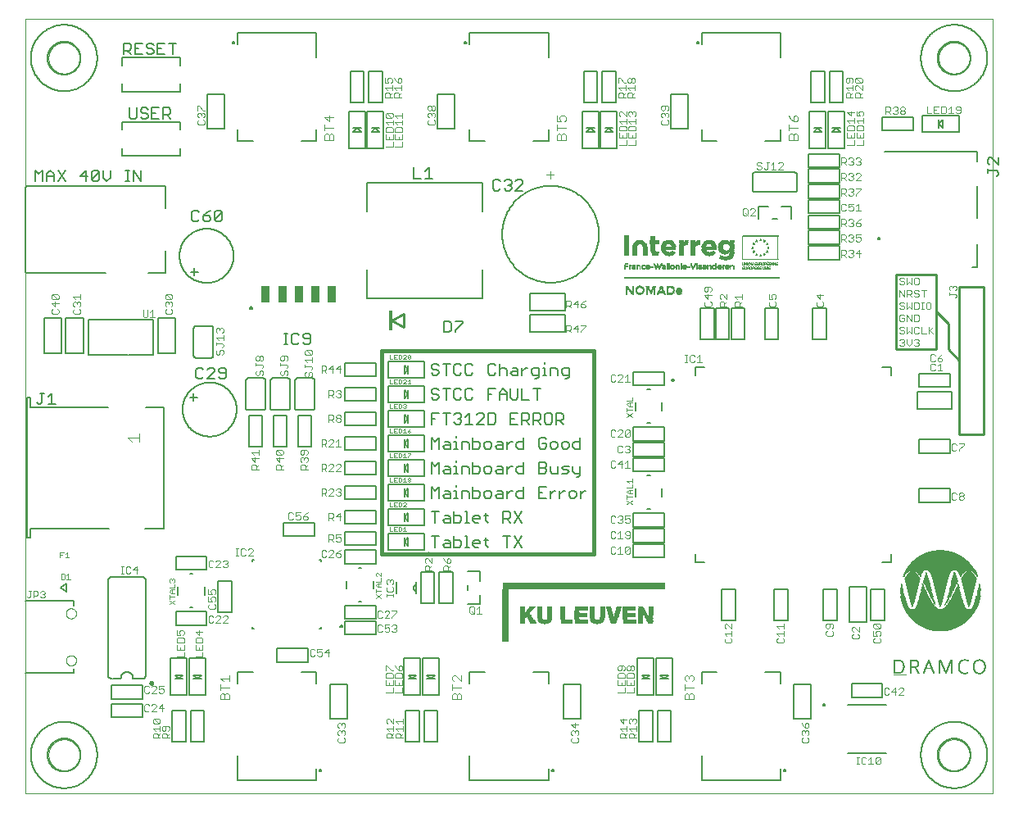
<source format=gto>
G75*
%MOIN*%
%OFA0B0*%
%FSLAX25Y25*%
%IPPOS*%
%LPD*%
%AMOC8*
5,1,8,0,0,1.08239X$1,22.5*
%
%ADD10C,0.00000*%
%ADD11C,0.01600*%
%ADD12C,0.00500*%
%ADD13C,0.01000*%
%ADD14C,0.00300*%
%ADD15R,0.00715X0.00065*%
%ADD16R,0.00780X0.00065*%
%ADD17R,0.00910X0.00065*%
%ADD18R,0.01430X0.00065*%
%ADD19R,0.00845X0.00065*%
%ADD20R,0.00715X0.00065*%
%ADD21R,0.00845X0.00065*%
%ADD22R,0.01365X0.00065*%
%ADD23R,0.00780X0.00065*%
%ADD24R,0.01885X0.00065*%
%ADD25R,0.01235X0.00065*%
%ADD26R,0.01625X0.00065*%
%ADD27R,0.02145X0.00065*%
%ADD28R,0.01495X0.00065*%
%ADD29R,0.00910X0.00065*%
%ADD30R,0.00845X0.00065*%
%ADD31R,0.02275X0.00065*%
%ADD32R,0.01690X0.00065*%
%ADD33R,0.00975X0.00065*%
%ADD34R,0.02080X0.00065*%
%ADD35R,0.02405X0.00065*%
%ADD36R,0.01040X0.00065*%
%ADD37R,0.02275X0.00065*%
%ADD38R,0.00455X0.00065*%
%ADD39R,0.02470X0.00065*%
%ADD40R,0.02015X0.00065*%
%ADD41R,0.01040X0.00065*%
%ADD42R,0.02470X0.00065*%
%ADD43R,0.00585X0.00065*%
%ADD44R,0.02600X0.00065*%
%ADD45R,0.01105X0.00065*%
%ADD46R,0.02665X0.00065*%
%ADD47R,0.01170X0.00065*%
%ADD48R,0.02730X0.00065*%
%ADD49R,0.02860X0.00065*%
%ADD50R,0.02795X0.00065*%
%ADD51R,0.00520X0.00065*%
%ADD52R,0.01235X0.00065*%
%ADD53R,0.01170X0.00065*%
%ADD54R,0.01105X0.00065*%
%ADD55R,0.00845X0.00065*%
%ADD56R,0.01300X0.00065*%
%ADD57R,0.00325X0.00065*%
%ADD58R,0.01300X0.00065*%
%ADD59R,0.01040X0.00065*%
%ADD60R,0.00130X0.00065*%
%ADD61R,0.01365X0.00065*%
%ADD62R,0.03055X0.00065*%
%ADD63R,0.01430X0.00065*%
%ADD64R,0.02990X0.00065*%
%ADD65R,0.02925X0.00065*%
%ADD66R,0.01495X0.00065*%
%ADD67R,0.02860X0.00065*%
%ADD68R,0.01560X0.00065*%
%ADD69R,0.02795X0.00065*%
%ADD70R,0.00650X0.00065*%
%ADD71R,0.01690X0.00065*%
%ADD72R,0.00715X0.00065*%
%ADD73R,0.02600X0.00065*%
%ADD74R,0.00715X0.00065*%
%ADD75R,0.01495X0.00065*%
%ADD76R,0.02535X0.00065*%
%ADD77R,0.01625X0.00065*%
%ADD78R,0.01560X0.00065*%
%ADD79R,0.01755X0.00065*%
%ADD80R,0.01365X0.00065*%
%ADD81R,0.00975X0.00065*%
%ADD82R,0.01495X0.00065*%
%ADD83R,0.01170X0.00065*%
%ADD84R,0.02795X0.00065*%
%ADD85R,0.01170X0.00065*%
%ADD86R,0.02730X0.00065*%
%ADD87R,0.02340X0.00065*%
%ADD88R,0.02470X0.00065*%
%ADD89R,0.02210X0.00065*%
%ADD90R,0.62660X0.00065*%
%ADD91R,0.62985X0.00065*%
%ADD92R,0.63050X0.00065*%
%ADD93R,0.63115X0.00065*%
%ADD94R,0.63115X0.00065*%
%ADD95R,0.62855X0.00065*%
%ADD96R,0.00260X0.00065*%
%ADD97R,0.00195X0.00065*%
%ADD98R,0.00325X0.00065*%
%ADD99R,0.00390X0.00065*%
%ADD100R,0.00390X0.00065*%
%ADD101R,0.00455X0.00065*%
%ADD102R,0.00520X0.00065*%
%ADD103R,0.00390X0.00065*%
%ADD104R,0.01040X0.00065*%
%ADD105R,0.00390X0.00065*%
%ADD106R,0.00520X0.00065*%
%ADD107R,0.00130X0.00065*%
%ADD108R,0.00195X0.00065*%
%ADD109R,0.00195X0.00065*%
%ADD110R,0.00195X0.00065*%
%ADD111R,0.00065X0.00065*%
%ADD112R,0.00065X0.00065*%
%ADD113R,0.00650X0.00065*%
%ADD114R,0.00520X0.00065*%
%ADD115R,0.00065X0.00065*%
%ADD116R,0.01755X0.00065*%
%ADD117R,0.01690X0.00065*%
%ADD118R,0.01690X0.00065*%
%ADD119R,0.00260X0.00065*%
%ADD120R,0.00585X0.00065*%
%ADD121R,0.00065X0.00065*%
%ADD122R,0.14690X0.00065*%
%ADD123R,0.03380X0.00065*%
%ADD124R,0.14690X0.00065*%
%ADD125R,0.03770X0.00065*%
%ADD126R,0.04095X0.00065*%
%ADD127R,0.04355X0.00065*%
%ADD128R,0.04680X0.00065*%
%ADD129R,0.04875X0.00065*%
%ADD130R,0.05070X0.00065*%
%ADD131R,0.05200X0.00065*%
%ADD132R,0.05265X0.00065*%
%ADD133R,0.05265X0.00065*%
%ADD134R,0.05330X0.00065*%
%ADD135R,0.05395X0.00065*%
%ADD136R,0.05395X0.00065*%
%ADD137R,0.02210X0.00065*%
%ADD138R,0.02145X0.00065*%
%ADD139R,0.01950X0.00065*%
%ADD140R,0.02080X0.00065*%
%ADD141R,0.01885X0.00065*%
%ADD142R,0.02015X0.00065*%
%ADD143R,0.01820X0.00065*%
%ADD144R,0.03120X0.00065*%
%ADD145R,0.03120X0.00065*%
%ADD146R,0.03380X0.00065*%
%ADD147R,0.03315X0.00065*%
%ADD148R,0.02665X0.00065*%
%ADD149R,0.03510X0.00065*%
%ADD150R,0.03770X0.00065*%
%ADD151R,0.03900X0.00065*%
%ADD152R,0.04225X0.00065*%
%ADD153R,0.02925X0.00065*%
%ADD154R,0.04420X0.00065*%
%ADD155R,0.04420X0.00065*%
%ADD156R,0.04550X0.00065*%
%ADD157R,0.04810X0.00065*%
%ADD158R,0.04745X0.00065*%
%ADD159R,0.04875X0.00065*%
%ADD160R,0.02990X0.00065*%
%ADD161R,0.05005X0.00065*%
%ADD162R,0.03120X0.00065*%
%ADD163R,0.05005X0.00065*%
%ADD164R,0.03250X0.00065*%
%ADD165R,0.04940X0.00065*%
%ADD166R,0.04940X0.00065*%
%ADD167R,0.03510X0.00065*%
%ADD168R,0.02015X0.00065*%
%ADD169R,0.03640X0.00065*%
%ADD170R,0.03055X0.00065*%
%ADD171R,0.03770X0.00065*%
%ADD172R,0.05785X0.00065*%
%ADD173R,0.05850X0.00065*%
%ADD174R,0.05915X0.00065*%
%ADD175R,0.01820X0.00065*%
%ADD176R,0.05915X0.00065*%
%ADD177R,0.01820X0.00065*%
%ADD178R,0.05980X0.00065*%
%ADD179R,0.06045X0.00065*%
%ADD180R,0.06110X0.00065*%
%ADD181R,0.02535X0.00065*%
%ADD182R,0.05980X0.00065*%
%ADD183R,0.01950X0.00065*%
%ADD184R,0.02015X0.00065*%
%ADD185R,0.01820X0.00065*%
%ADD186R,0.02340X0.00065*%
%ADD187R,0.03185X0.00065*%
%ADD188R,0.03640X0.00065*%
%ADD189R,0.03705X0.00065*%
%ADD190R,0.03640X0.00065*%
%ADD191R,0.03705X0.00065*%
%ADD192R,0.02145X0.00065*%
%ADD193R,0.02405X0.00065*%
%ADD194R,0.02665X0.00065*%
%ADD195R,0.04810X0.00065*%
%ADD196R,0.03900X0.00065*%
%ADD197R,0.04940X0.00065*%
%ADD198R,0.06045X0.00065*%
%ADD199R,0.04615X0.00065*%
%ADD200R,0.04745X0.00065*%
%ADD201R,0.04420X0.00065*%
%ADD202R,0.04290X0.00065*%
%ADD203R,0.04485X0.00065*%
%ADD204R,0.05850X0.00065*%
%ADD205R,0.04160X0.00065*%
%ADD206R,0.04030X0.00065*%
%ADD207R,0.04095X0.00065*%
%ADD208R,0.03965X0.00065*%
%ADD209R,0.03640X0.00065*%
%ADD210R,0.03835X0.00065*%
%ADD211R,0.03445X0.00065*%
%ADD212R,0.03445X0.00065*%
%ADD213R,0.00840X0.00040*%
%ADD214R,0.00720X0.00040*%
%ADD215R,0.01440X0.00040*%
%ADD216R,0.01200X0.00040*%
%ADD217R,0.01840X0.00040*%
%ADD218R,0.00400X0.00040*%
%ADD219R,0.00440X0.00040*%
%ADD220R,0.00440X0.00040*%
%ADD221R,0.00480X0.00040*%
%ADD222R,0.00240X0.00040*%
%ADD223R,0.00360X0.00040*%
%ADD224R,0.01840X0.00040*%
%ADD225R,0.01520X0.00040*%
%ADD226R,0.02120X0.00040*%
%ADD227R,0.00320X0.00040*%
%ADD228R,0.02120X0.00040*%
%ADD229R,0.01800X0.00040*%
%ADD230R,0.02320X0.00040*%
%ADD231R,0.02400X0.00040*%
%ADD232R,0.02000X0.00040*%
%ADD233R,0.02480X0.00040*%
%ADD234R,0.00400X0.00040*%
%ADD235R,0.00440X0.00040*%
%ADD236R,0.00360X0.00040*%
%ADD237R,0.02520X0.00040*%
%ADD238R,0.02240X0.00040*%
%ADD239R,0.02600X0.00040*%
%ADD240R,0.02720X0.00040*%
%ADD241R,0.02680X0.00040*%
%ADD242R,0.02520X0.00040*%
%ADD243R,0.02840X0.00040*%
%ADD244R,0.02760X0.00040*%
%ADD245R,0.02640X0.00040*%
%ADD246R,0.02920X0.00040*%
%ADD247R,0.01160X0.00040*%
%ADD248R,0.00880X0.00040*%
%ADD249R,0.03000X0.00040*%
%ADD250R,0.00480X0.00040*%
%ADD251R,0.00520X0.00040*%
%ADD252R,0.01000X0.00040*%
%ADD253R,0.00560X0.00040*%
%ADD254R,0.00920X0.00040*%
%ADD255R,0.00560X0.00040*%
%ADD256R,0.00320X0.00040*%
%ADD257R,0.00840X0.00040*%
%ADD258R,0.01000X0.00040*%
%ADD259R,0.00600X0.00040*%
%ADD260R,0.00160X0.00040*%
%ADD261R,0.00760X0.00040*%
%ADD262R,0.00920X0.00040*%
%ADD263R,0.00640X0.00040*%
%ADD264R,0.00720X0.00040*%
%ADD265R,0.00680X0.00040*%
%ADD266R,0.00720X0.00040*%
%ADD267R,0.00640X0.00040*%
%ADD268R,0.00800X0.00040*%
%ADD269R,0.00680X0.00040*%
%ADD270R,0.00600X0.00040*%
%ADD271R,0.00800X0.00040*%
%ADD272R,0.00520X0.00040*%
%ADD273R,0.00640X0.00040*%
%ADD274R,0.00440X0.00040*%
%ADD275R,0.00520X0.00040*%
%ADD276R,0.00520X0.00040*%
%ADD277R,0.03120X0.00040*%
%ADD278R,0.03040X0.00040*%
%ADD279R,0.03040X0.00040*%
%ADD280R,0.03000X0.00040*%
%ADD281R,0.02960X0.00040*%
%ADD282R,0.02880X0.00040*%
%ADD283R,0.02240X0.00040*%
%ADD284R,0.02200X0.00040*%
%ADD285R,0.02200X0.00040*%
%ADD286R,0.02360X0.00040*%
%ADD287R,0.02440X0.00040*%
%ADD288R,0.02560X0.00040*%
%ADD289R,0.02640X0.00040*%
%ADD290R,0.00040X0.00040*%
%ADD291R,0.00880X0.00040*%
%ADD292R,0.00320X0.00040*%
%ADD293R,0.00720X0.00040*%
%ADD294R,0.00240X0.00040*%
%ADD295R,0.00960X0.00040*%
%ADD296R,0.01080X0.00040*%
%ADD297R,0.01280X0.00040*%
%ADD298R,0.03040X0.00040*%
%ADD299R,0.02800X0.00040*%
%ADD300R,0.01040X0.00040*%
%ADD301R,0.02960X0.00040*%
%ADD302R,0.02720X0.00040*%
%ADD303R,0.01200X0.00040*%
%ADD304R,0.01120X0.00040*%
%ADD305R,0.02800X0.00040*%
%ADD306R,0.02840X0.00040*%
%ADD307R,0.02480X0.00040*%
%ADD308R,0.02400X0.00040*%
%ADD309R,0.00320X0.00040*%
%ADD310R,0.02120X0.00040*%
%ADD311R,0.02000X0.00040*%
%ADD312R,0.02160X0.00040*%
%ADD313R,0.01880X0.00040*%
%ADD314R,0.01720X0.00040*%
%ADD315R,0.01600X0.00040*%
%ADD316R,0.00280X0.00040*%
%ADD317R,0.03880X0.00040*%
%ADD318R,0.04480X0.00040*%
%ADD319R,0.05040X0.00040*%
%ADD320R,0.05520X0.00040*%
%ADD321R,0.06000X0.00040*%
%ADD322R,0.06400X0.00040*%
%ADD323R,0.06800X0.00040*%
%ADD324R,0.07160X0.00040*%
%ADD325R,0.07520X0.00040*%
%ADD326R,0.07840X0.00040*%
%ADD327R,0.08160X0.00040*%
%ADD328R,0.08440X0.00040*%
%ADD329R,0.08760X0.00040*%
%ADD330R,0.09040X0.00040*%
%ADD331R,0.09280X0.00040*%
%ADD332R,0.09560X0.00040*%
%ADD333R,0.09840X0.00040*%
%ADD334R,0.10080X0.00040*%
%ADD335R,0.10320X0.00040*%
%ADD336R,0.10560X0.00040*%
%ADD337R,0.10800X0.00040*%
%ADD338R,0.11000X0.00040*%
%ADD339R,0.11240X0.00040*%
%ADD340R,0.11440X0.00040*%
%ADD341R,0.11680X0.00040*%
%ADD342R,0.11880X0.00040*%
%ADD343R,0.12080X0.00040*%
%ADD344R,0.12280X0.00040*%
%ADD345R,0.12480X0.00040*%
%ADD346R,0.12680X0.00040*%
%ADD347R,0.12840X0.00040*%
%ADD348R,0.13040X0.00040*%
%ADD349R,0.13240X0.00040*%
%ADD350R,0.13400X0.00040*%
%ADD351R,0.13600X0.00040*%
%ADD352R,0.13760X0.00040*%
%ADD353R,0.13920X0.00040*%
%ADD354R,0.14080X0.00040*%
%ADD355R,0.14280X0.00040*%
%ADD356R,0.14440X0.00040*%
%ADD357R,0.14600X0.00040*%
%ADD358R,0.14760X0.00040*%
%ADD359R,0.14920X0.00040*%
%ADD360R,0.15040X0.00040*%
%ADD361R,0.15200X0.00040*%
%ADD362R,0.15360X0.00040*%
%ADD363R,0.15520X0.00040*%
%ADD364R,0.15680X0.00040*%
%ADD365R,0.15800X0.00040*%
%ADD366R,0.15960X0.00040*%
%ADD367R,0.16120X0.00040*%
%ADD368R,0.16240X0.00040*%
%ADD369R,0.16360X0.00040*%
%ADD370R,0.16520X0.00040*%
%ADD371R,0.16640X0.00040*%
%ADD372R,0.16800X0.00040*%
%ADD373R,0.16920X0.00040*%
%ADD374R,0.17040X0.00040*%
%ADD375R,0.17200X0.00040*%
%ADD376R,0.17320X0.00040*%
%ADD377R,0.17440X0.00040*%
%ADD378R,0.17560X0.00040*%
%ADD379R,0.17680X0.00040*%
%ADD380R,0.17800X0.00040*%
%ADD381R,0.17920X0.00040*%
%ADD382R,0.18040X0.00040*%
%ADD383R,0.18200X0.00040*%
%ADD384R,0.18280X0.00040*%
%ADD385R,0.18400X0.00040*%
%ADD386R,0.18520X0.00040*%
%ADD387R,0.18640X0.00040*%
%ADD388R,0.18760X0.00040*%
%ADD389R,0.18880X0.00040*%
%ADD390R,0.19000X0.00040*%
%ADD391R,0.19120X0.00040*%
%ADD392R,0.19200X0.00040*%
%ADD393R,0.19320X0.00040*%
%ADD394R,0.19440X0.00040*%
%ADD395R,0.19560X0.00040*%
%ADD396R,0.19640X0.00040*%
%ADD397R,0.19760X0.00040*%
%ADD398R,0.19840X0.00040*%
%ADD399R,0.19960X0.00040*%
%ADD400R,0.20080X0.00040*%
%ADD401R,0.20160X0.00040*%
%ADD402R,0.20280X0.00040*%
%ADD403R,0.20360X0.00040*%
%ADD404R,0.20480X0.00040*%
%ADD405R,0.20560X0.00040*%
%ADD406R,0.20680X0.00040*%
%ADD407R,0.20760X0.00040*%
%ADD408R,0.20880X0.00040*%
%ADD409R,0.20960X0.00040*%
%ADD410R,0.21040X0.00040*%
%ADD411R,0.21160X0.00040*%
%ADD412R,0.21240X0.00040*%
%ADD413R,0.21320X0.00040*%
%ADD414R,0.21440X0.00040*%
%ADD415R,0.21520X0.00040*%
%ADD416R,0.21600X0.00040*%
%ADD417R,0.21720X0.00040*%
%ADD418R,0.21800X0.00040*%
%ADD419R,0.21880X0.00040*%
%ADD420R,0.21960X0.00040*%
%ADD421R,0.22080X0.00040*%
%ADD422R,0.22160X0.00040*%
%ADD423R,0.22240X0.00040*%
%ADD424R,0.22320X0.00040*%
%ADD425R,0.22400X0.00040*%
%ADD426R,0.22480X0.00040*%
%ADD427R,0.22600X0.00040*%
%ADD428R,0.22680X0.00040*%
%ADD429R,0.22760X0.00040*%
%ADD430R,0.22840X0.00040*%
%ADD431R,0.22920X0.00040*%
%ADD432R,0.23000X0.00040*%
%ADD433R,0.23080X0.00040*%
%ADD434R,0.23160X0.00040*%
%ADD435R,0.23240X0.00040*%
%ADD436R,0.23320X0.00040*%
%ADD437R,0.23400X0.00040*%
%ADD438R,0.23480X0.00040*%
%ADD439R,0.23560X0.00040*%
%ADD440R,0.23640X0.00040*%
%ADD441R,0.23720X0.00040*%
%ADD442R,0.23760X0.00040*%
%ADD443R,0.23840X0.00040*%
%ADD444R,0.23920X0.00040*%
%ADD445R,0.24000X0.00040*%
%ADD446R,0.24080X0.00040*%
%ADD447R,0.24160X0.00040*%
%ADD448R,0.24200X0.00040*%
%ADD449R,0.24280X0.00040*%
%ADD450R,0.24360X0.00040*%
%ADD451R,0.24440X0.00040*%
%ADD452R,0.24520X0.00040*%
%ADD453R,0.24560X0.00040*%
%ADD454R,0.24640X0.00040*%
%ADD455R,0.24720X0.00040*%
%ADD456R,0.24800X0.00040*%
%ADD457R,0.24840X0.00040*%
%ADD458R,0.24920X0.00040*%
%ADD459R,0.25000X0.00040*%
%ADD460R,0.25080X0.00040*%
%ADD461R,0.25120X0.00040*%
%ADD462R,0.25200X0.00040*%
%ADD463R,0.25240X0.00040*%
%ADD464R,0.25320X0.00040*%
%ADD465R,0.25400X0.00040*%
%ADD466R,0.25440X0.00040*%
%ADD467R,0.25520X0.00040*%
%ADD468R,0.25560X0.00040*%
%ADD469R,0.25640X0.00040*%
%ADD470R,0.25720X0.00040*%
%ADD471R,0.25760X0.00040*%
%ADD472R,0.25840X0.00040*%
%ADD473R,0.25880X0.00040*%
%ADD474R,0.25960X0.00040*%
%ADD475R,0.26040X0.00040*%
%ADD476R,0.26080X0.00040*%
%ADD477R,0.26120X0.00040*%
%ADD478R,0.26200X0.00040*%
%ADD479R,0.26280X0.00040*%
%ADD480R,0.26320X0.00040*%
%ADD481R,0.26360X0.00040*%
%ADD482R,0.26440X0.00040*%
%ADD483R,0.26520X0.00040*%
%ADD484R,0.26560X0.00040*%
%ADD485R,0.26600X0.00040*%
%ADD486R,0.26680X0.00040*%
%ADD487R,0.26720X0.00040*%
%ADD488R,0.26800X0.00040*%
%ADD489R,0.26840X0.00040*%
%ADD490R,0.26880X0.00040*%
%ADD491R,0.26960X0.00040*%
%ADD492R,0.27000X0.00040*%
%ADD493R,0.27080X0.00040*%
%ADD494R,0.27120X0.00040*%
%ADD495R,0.27160X0.00040*%
%ADD496R,0.27240X0.00040*%
%ADD497R,0.27280X0.00040*%
%ADD498R,0.27320X0.00040*%
%ADD499R,0.27400X0.00040*%
%ADD500R,0.27440X0.00040*%
%ADD501R,0.27480X0.00040*%
%ADD502R,0.27560X0.00040*%
%ADD503R,0.27600X0.00040*%
%ADD504R,0.27640X0.00040*%
%ADD505R,0.27680X0.00040*%
%ADD506R,0.27720X0.00040*%
%ADD507R,0.27800X0.00040*%
%ADD508R,0.27840X0.00040*%
%ADD509R,0.27880X0.00040*%
%ADD510R,0.27960X0.00040*%
%ADD511R,0.28000X0.00040*%
%ADD512R,0.28040X0.00040*%
%ADD513R,0.28080X0.00040*%
%ADD514R,0.28120X0.00040*%
%ADD515R,0.28200X0.00040*%
%ADD516R,0.28240X0.00040*%
%ADD517R,0.28280X0.00040*%
%ADD518R,0.28320X0.00040*%
%ADD519R,0.28360X0.00040*%
%ADD520R,0.28400X0.00040*%
%ADD521R,0.28440X0.00040*%
%ADD522R,0.28520X0.00040*%
%ADD523R,0.28560X0.00040*%
%ADD524R,0.28600X0.00040*%
%ADD525R,0.28640X0.00040*%
%ADD526R,0.28680X0.00040*%
%ADD527R,0.28720X0.00040*%
%ADD528R,0.28760X0.00040*%
%ADD529R,0.28800X0.00040*%
%ADD530R,0.28840X0.00040*%
%ADD531R,0.28920X0.00040*%
%ADD532R,0.10960X0.00040*%
%ADD533R,0.10520X0.00040*%
%ADD534R,0.10520X0.00040*%
%ADD535R,0.02520X0.00040*%
%ADD536R,0.10200X0.00040*%
%ADD537R,0.10000X0.00040*%
%ADD538R,0.02320X0.00040*%
%ADD539R,0.09800X0.00040*%
%ADD540R,0.09680X0.00040*%
%ADD541R,0.02120X0.00040*%
%ADD542R,0.09560X0.00040*%
%ADD543R,0.02040X0.00040*%
%ADD544R,0.09480X0.00040*%
%ADD545R,0.09440X0.00040*%
%ADD546R,0.09360X0.00040*%
%ADD547R,0.09320X0.00040*%
%ADD548R,0.02080X0.00040*%
%ADD549R,0.09240X0.00040*%
%ADD550R,0.09240X0.00040*%
%ADD551R,0.09160X0.00040*%
%ADD552R,0.01960X0.00040*%
%ADD553R,0.09080X0.00040*%
%ADD554R,0.01960X0.00040*%
%ADD555R,0.09000X0.00040*%
%ADD556R,0.01920X0.00040*%
%ADD557R,0.08960X0.00040*%
%ADD558R,0.08920X0.00040*%
%ADD559R,0.01920X0.00040*%
%ADD560R,0.08840X0.00040*%
%ADD561R,0.08800X0.00040*%
%ADD562R,0.08760X0.00040*%
%ADD563R,0.01920X0.00040*%
%ADD564R,0.08640X0.00040*%
%ADD565R,0.01920X0.00040*%
%ADD566R,0.08600X0.00040*%
%ADD567R,0.08560X0.00040*%
%ADD568R,0.08480X0.00040*%
%ADD569R,0.08440X0.00040*%
%ADD570R,0.08400X0.00040*%
%ADD571R,0.08360X0.00040*%
%ADD572R,0.08320X0.00040*%
%ADD573R,0.01880X0.00040*%
%ADD574R,0.08240X0.00040*%
%ADD575R,0.08120X0.00040*%
%ADD576R,0.08080X0.00040*%
%ADD577R,0.08040X0.00040*%
%ADD578R,0.08000X0.00040*%
%ADD579R,0.07960X0.00040*%
%ADD580R,0.01840X0.00040*%
%ADD581R,0.07920X0.00040*%
%ADD582R,0.07920X0.00040*%
%ADD583R,0.07880X0.00040*%
%ADD584R,0.07840X0.00040*%
%ADD585R,0.00080X0.00040*%
%ADD586R,0.07800X0.00040*%
%ADD587R,0.00120X0.00040*%
%ADD588R,0.07760X0.00040*%
%ADD589R,0.07720X0.00040*%
%ADD590R,0.00120X0.00040*%
%ADD591R,0.07640X0.00040*%
%ADD592R,0.07680X0.00040*%
%ADD593R,0.01800X0.00040*%
%ADD594R,0.00200X0.00040*%
%ADD595R,0.07640X0.00040*%
%ADD596R,0.07600X0.00040*%
%ADD597R,0.00240X0.00040*%
%ADD598R,0.07560X0.00040*%
%ADD599R,0.07520X0.00040*%
%ADD600R,0.07480X0.00040*%
%ADD601R,0.07440X0.00040*%
%ADD602R,0.07400X0.00040*%
%ADD603R,0.07360X0.00040*%
%ADD604R,0.07320X0.00040*%
%ADD605R,0.07320X0.00040*%
%ADD606R,0.01840X0.00040*%
%ADD607R,0.07280X0.00040*%
%ADD608R,0.07240X0.00040*%
%ADD609R,0.07200X0.00040*%
%ADD610R,0.07160X0.00040*%
%ADD611R,0.07120X0.00040*%
%ADD612R,0.07120X0.00040*%
%ADD613R,0.07080X0.00040*%
%ADD614R,0.07040X0.00040*%
%ADD615R,0.07000X0.00040*%
%ADD616R,0.06960X0.00040*%
%ADD617R,0.06920X0.00040*%
%ADD618R,0.06920X0.00040*%
%ADD619R,0.06880X0.00040*%
%ADD620R,0.06840X0.00040*%
%ADD621R,0.00760X0.00040*%
%ADD622R,0.06840X0.00040*%
%ADD623R,0.06760X0.00040*%
%ADD624R,0.06720X0.00040*%
%ADD625R,0.00040X0.00040*%
%ADD626R,0.06720X0.00040*%
%ADD627R,0.06680X0.00040*%
%ADD628R,0.06640X0.00040*%
%ADD629R,0.06600X0.00040*%
%ADD630R,0.00120X0.00040*%
%ADD631R,0.00080X0.00040*%
%ADD632R,0.00920X0.00040*%
%ADD633R,0.06560X0.00040*%
%ADD634R,0.06520X0.00040*%
%ADD635R,0.06520X0.00040*%
%ADD636R,0.06480X0.00040*%
%ADD637R,0.06440X0.00040*%
%ADD638R,0.01040X0.00040*%
%ADD639R,0.06360X0.00040*%
%ADD640R,0.00160X0.00040*%
%ADD641R,0.06320X0.00040*%
%ADD642R,0.00200X0.00040*%
%ADD643R,0.06360X0.00040*%
%ADD644R,0.01120X0.00040*%
%ADD645R,0.01120X0.00040*%
%ADD646R,0.06280X0.00040*%
%ADD647R,0.06240X0.00040*%
%ADD648R,0.06200X0.00040*%
%ADD649R,0.06200X0.00040*%
%ADD650R,0.00240X0.00040*%
%ADD651R,0.06160X0.00040*%
%ADD652R,0.01240X0.00040*%
%ADD653R,0.06120X0.00040*%
%ADD654R,0.06120X0.00040*%
%ADD655R,0.06080X0.00040*%
%ADD656R,0.06040X0.00040*%
%ADD657R,0.01320X0.00040*%
%ADD658R,0.01320X0.00040*%
%ADD659R,0.05960X0.00040*%
%ADD660R,0.01320X0.00040*%
%ADD661R,0.01360X0.00040*%
%ADD662R,0.05960X0.00040*%
%ADD663R,0.05920X0.00040*%
%ADD664R,0.01400X0.00040*%
%ADD665R,0.05880X0.00040*%
%ADD666R,0.05840X0.00040*%
%ADD667R,0.05800X0.00040*%
%ADD668R,0.01480X0.00040*%
%ADD669R,0.05760X0.00040*%
%ADD670R,0.01440X0.00040*%
%ADD671R,0.01480X0.00040*%
%ADD672R,0.05720X0.00040*%
%ADD673R,0.05760X0.00040*%
%ADD674R,0.01760X0.00040*%
%ADD675R,0.01520X0.00040*%
%ADD676R,0.05680X0.00040*%
%ADD677R,0.01560X0.00040*%
%ADD678R,0.05640X0.00040*%
%ADD679R,0.01760X0.00040*%
%ADD680R,0.01600X0.00040*%
%ADD681R,0.05600X0.00040*%
%ADD682R,0.05560X0.00040*%
%ADD683R,0.05560X0.00040*%
%ADD684R,0.05520X0.00040*%
%ADD685R,0.01640X0.00040*%
%ADD686R,0.05480X0.00040*%
%ADD687R,0.01680X0.00040*%
%ADD688R,0.05440X0.00040*%
%ADD689R,0.05440X0.00040*%
%ADD690R,0.01720X0.00040*%
%ADD691R,0.05400X0.00040*%
%ADD692R,0.01720X0.00040*%
%ADD693R,0.05360X0.00040*%
%ADD694R,0.05320X0.00040*%
%ADD695R,0.05280X0.00040*%
%ADD696R,0.05240X0.00040*%
%ADD697R,0.05240X0.00040*%
%ADD698R,0.05200X0.00040*%
%ADD699R,0.05200X0.00040*%
%ADD700R,0.05160X0.00040*%
%ADD701R,0.05120X0.00040*%
%ADD702R,0.05120X0.00040*%
%ADD703R,0.05080X0.00040*%
%ADD704R,0.05000X0.00040*%
%ADD705R,0.05040X0.00040*%
%ADD706R,0.04960X0.00040*%
%ADD707R,0.04920X0.00040*%
%ADD708R,0.04920X0.00040*%
%ADD709R,0.02040X0.00040*%
%ADD710R,0.04880X0.00040*%
%ADD711R,0.02080X0.00040*%
%ADD712R,0.04880X0.00040*%
%ADD713R,0.04840X0.00040*%
%ADD714R,0.04800X0.00040*%
%ADD715R,0.04760X0.00040*%
%ADD716R,0.04720X0.00040*%
%ADD717R,0.04720X0.00040*%
%ADD718R,0.02160X0.00040*%
%ADD719R,0.04680X0.00040*%
%ADD720R,0.04680X0.00040*%
%ADD721R,0.04640X0.00040*%
%ADD722R,0.04600X0.00040*%
%ADD723R,0.02280X0.00040*%
%ADD724R,0.04560X0.00040*%
%ADD725R,0.02280X0.00040*%
%ADD726R,0.04560X0.00040*%
%ADD727R,0.04520X0.00040*%
%ADD728R,0.04440X0.00040*%
%ADD729R,0.04400X0.00040*%
%ADD730R,0.04400X0.00040*%
%ADD731R,0.00840X0.00040*%
%ADD732R,0.04360X0.00040*%
%ADD733R,0.04360X0.00040*%
%ADD734R,0.04320X0.00040*%
%ADD735R,0.00840X0.00040*%
%ADD736R,0.04320X0.00040*%
%ADD737R,0.04280X0.00040*%
%ADD738R,0.01720X0.00040*%
%ADD739R,0.04240X0.00040*%
%ADD740R,0.04240X0.00040*%
%ADD741R,0.04200X0.00040*%
%ADD742R,0.04200X0.00040*%
%ADD743R,0.02520X0.00040*%
%ADD744R,0.04160X0.00040*%
%ADD745R,0.04120X0.00040*%
%ADD746R,0.04080X0.00040*%
%ADD747R,0.02600X0.00040*%
%ADD748R,0.04080X0.00040*%
%ADD749R,0.00960X0.00040*%
%ADD750R,0.04040X0.00040*%
%ADD751R,0.04000X0.00040*%
%ADD752R,0.03960X0.00040*%
%ADD753R,0.02720X0.00040*%
%ADD754R,0.03920X0.00040*%
%ADD755R,0.01040X0.00040*%
%ADD756R,0.03920X0.00040*%
%ADD757R,0.02720X0.00040*%
%ADD758R,0.03920X0.00040*%
%ADD759R,0.03840X0.00040*%
%ADD760R,0.03800X0.00040*%
%ADD761R,0.03760X0.00040*%
%ADD762R,0.01640X0.00040*%
%ADD763R,0.03800X0.00040*%
%ADD764R,0.01080X0.00040*%
%ADD765R,0.03760X0.00040*%
%ADD766R,0.01640X0.00040*%
%ADD767R,0.03720X0.00040*%
%ADD768R,0.01040X0.00040*%
%ADD769R,0.03720X0.00040*%
%ADD770R,0.03680X0.00040*%
%ADD771R,0.03640X0.00040*%
%ADD772R,0.01640X0.00040*%
%ADD773R,0.02920X0.00040*%
%ADD774R,0.03600X0.00040*%
%ADD775R,0.02920X0.00040*%
%ADD776R,0.03600X0.00040*%
%ADD777R,0.02920X0.00040*%
%ADD778R,0.03560X0.00040*%
%ADD779R,0.03520X0.00040*%
%ADD780R,0.03480X0.00040*%
%ADD781R,0.03480X0.00040*%
%ADD782R,0.01160X0.00040*%
%ADD783R,0.03440X0.00040*%
%ADD784R,0.03400X0.00040*%
%ADD785R,0.03080X0.00040*%
%ADD786R,0.03360X0.00040*%
%ADD787R,0.03120X0.00040*%
%ADD788R,0.03320X0.00040*%
%ADD789R,0.03120X0.00040*%
%ADD790R,0.03280X0.00040*%
%ADD791R,0.03320X0.00040*%
%ADD792R,0.03120X0.00040*%
%ADD793R,0.03280X0.00040*%
%ADD794R,0.03160X0.00040*%
%ADD795R,0.03240X0.00040*%
%ADD796R,0.03200X0.00040*%
%ADD797R,0.01560X0.00040*%
%ADD798R,0.03200X0.00040*%
%ADD799R,0.01240X0.00040*%
%ADD800R,0.01280X0.00040*%
%ADD801R,0.03160X0.00040*%
%ADD802R,0.01240X0.00040*%
%ADD803R,0.01320X0.00040*%
%ADD804R,0.01520X0.00040*%
%ADD805R,0.03320X0.00040*%
%ADD806R,0.03320X0.00040*%
%ADD807R,0.03400X0.00040*%
%ADD808R,0.02880X0.00040*%
%ADD809R,0.01360X0.00040*%
%ADD810R,0.01520X0.00040*%
%ADD811R,0.01400X0.00040*%
%ADD812R,0.03520X0.00040*%
%ADD813R,0.03520X0.00040*%
%ADD814R,0.02560X0.00040*%
%ADD815R,0.03640X0.00040*%
%ADD816R,0.01440X0.00040*%
%ADD817R,0.02440X0.00040*%
%ADD818R,0.03720X0.00040*%
%ADD819R,0.03680X0.00040*%
%ADD820R,0.02440X0.00040*%
%ADD821R,0.03880X0.00040*%
%ADD822R,0.03920X0.00040*%
%ADD823R,0.03960X0.00040*%
%ADD824R,0.04000X0.00040*%
%ADD825R,0.01680X0.00040*%
%ADD826R,0.04120X0.00040*%
%ADD827R,0.04160X0.00040*%
%ADD828R,0.04240X0.00040*%
%ADD829R,0.04280X0.00040*%
%ADD830R,0.04440X0.00040*%
%ADD831R,0.04520X0.00040*%
%ADD832R,0.00920X0.00040*%
%ADD833R,0.04640X0.00040*%
%ADD834R,0.04720X0.00040*%
%ADD835R,0.04760X0.00040*%
%ADD836R,0.04840X0.00040*%
%ADD837R,0.04840X0.00040*%
%ADD838R,0.02040X0.00040*%
%ADD839R,0.04920X0.00040*%
%ADD840R,0.04920X0.00040*%
%ADD841R,0.00280X0.00040*%
%ADD842R,0.05120X0.00040*%
%ADD843R,0.05120X0.00040*%
%ADD844R,0.00120X0.00040*%
%ADD845R,0.02240X0.00040*%
%ADD846R,0.05320X0.00040*%
%ADD847R,0.05320X0.00040*%
%ADD848R,0.02320X0.00040*%
%ADD849R,0.02320X0.00040*%
%ADD850R,0.05320X0.00040*%
%ADD851R,0.05400X0.00040*%
%ADD852R,0.05440X0.00040*%
%ADD853R,0.02360X0.00040*%
%ADD854R,0.05520X0.00040*%
%ADD855R,0.05520X0.00040*%
%ADD856R,0.02440X0.00040*%
%ADD857R,0.05600X0.00040*%
%ADD858R,0.05640X0.00040*%
%ADD859R,0.05720X0.00040*%
%ADD860R,0.05720X0.00040*%
%ADD861R,0.05720X0.00040*%
%ADD862R,0.05840X0.00040*%
%ADD863R,0.05920X0.00040*%
%ADD864R,0.05920X0.00040*%
%ADD865R,0.06040X0.00040*%
%ADD866R,0.06040X0.00040*%
%ADD867R,0.02240X0.00040*%
%ADD868R,0.06160X0.00040*%
%ADD869R,0.06280X0.00040*%
%ADD870R,0.02040X0.00040*%
%ADD871R,0.06320X0.00040*%
%ADD872R,0.06400X0.00040*%
%ADD873R,0.06120X0.00040*%
%ADD874R,0.06520X0.00040*%
%ADD875R,0.06120X0.00040*%
%ADD876R,0.06600X0.00040*%
%ADD877R,0.05880X0.00040*%
%ADD878R,0.06640X0.00040*%
%ADD879R,0.06640X0.00040*%
%ADD880R,0.06760X0.00040*%
%ADD881R,0.00040X0.00040*%
%ADD882R,0.00040X0.00040*%
%ADD883R,0.06880X0.00040*%
%ADD884R,0.01440X0.00040*%
%ADD885R,0.07000X0.00040*%
%ADD886R,0.07080X0.00040*%
%ADD887R,0.07120X0.00040*%
%ADD888R,0.07240X0.00040*%
%ADD889R,0.07280X0.00040*%
%ADD890R,0.07320X0.00040*%
%ADD891R,0.07440X0.00040*%
%ADD892R,0.07560X0.00040*%
%ADD893R,0.07600X0.00040*%
%ADD894R,0.07720X0.00040*%
%ADD895R,0.03640X0.00040*%
%ADD896R,0.07720X0.00040*%
%ADD897R,0.03240X0.00040*%
%ADD898R,0.08120X0.00040*%
%ADD899R,0.08200X0.00040*%
%ADD900R,0.08280X0.00040*%
%ADD901R,0.08320X0.00040*%
%ADD902R,0.08520X0.00040*%
%ADD903R,0.08640X0.00040*%
%ADD904R,0.08680X0.00040*%
%ADD905R,0.08800X0.00040*%
%ADD906R,0.08880X0.00040*%
%ADD907R,0.08920X0.00040*%
%ADD908R,0.03240X0.00040*%
%ADD909R,0.09080X0.00040*%
%ADD910R,0.09160X0.00040*%
%ADD911R,0.09320X0.00040*%
%ADD912R,0.09400X0.00040*%
%ADD913R,0.09520X0.00040*%
%ADD914R,0.04320X0.00040*%
%ADD915R,0.09640X0.00040*%
%ADD916R,0.04320X0.00040*%
%ADD917R,0.09960X0.00040*%
%ADD918R,0.10160X0.00040*%
%ADD919R,0.10400X0.00040*%
%ADD920R,0.07880X0.00040*%
%ADD921R,0.10800X0.00040*%
%ADD922R,0.07960X0.00040*%
%ADD923R,0.27880X0.00040*%
%ADD924R,0.27840X0.00040*%
%ADD925R,0.27760X0.00040*%
%ADD926R,0.27640X0.00040*%
%ADD927R,0.27600X0.00040*%
%ADD928R,0.27400X0.00040*%
%ADD929R,0.27320X0.00040*%
%ADD930R,0.27120X0.00040*%
%ADD931R,0.27080X0.00040*%
%ADD932R,0.26920X0.00040*%
%ADD933R,0.26840X0.00040*%
%ADD934R,0.26800X0.00040*%
%ADD935R,0.26760X0.00040*%
%ADD936R,0.26560X0.00040*%
%ADD937R,0.26520X0.00040*%
%ADD938R,0.26400X0.00040*%
%ADD939R,0.26280X0.00040*%
%ADD940R,0.26200X0.00040*%
%ADD941R,0.26160X0.00040*%
%ADD942R,0.25960X0.00040*%
%ADD943R,0.25920X0.00040*%
%ADD944R,0.25800X0.00040*%
%ADD945R,0.25640X0.00040*%
%ADD946R,0.25600X0.00040*%
%ADD947R,0.25480X0.00040*%
%ADD948R,0.25320X0.00040*%
%ADD949R,0.25280X0.00040*%
%ADD950R,0.25160X0.00040*%
%ADD951R,0.25000X0.00040*%
%ADD952R,0.24920X0.00040*%
%ADD953R,0.24880X0.00040*%
%ADD954R,0.24760X0.00040*%
%ADD955R,0.24680X0.00040*%
%ADD956R,0.24600X0.00040*%
%ADD957R,0.24320X0.00040*%
%ADD958R,0.24240X0.00040*%
%ADD959R,0.24040X0.00040*%
%ADD960R,0.23960X0.00040*%
%ADD961R,0.23880X0.00040*%
%ADD962R,0.23800X0.00040*%
%ADD963R,0.23560X0.00040*%
%ADD964R,0.23480X0.00040*%
%ADD965R,0.23160X0.00040*%
%ADD966R,0.23080X0.00040*%
%ADD967R,0.22760X0.00040*%
%ADD968R,0.22680X0.00040*%
%ADD969R,0.22520X0.00040*%
%ADD970R,0.22440X0.00040*%
%ADD971R,0.22360X0.00040*%
%ADD972R,0.22280X0.00040*%
%ADD973R,0.22200X0.00040*%
%ADD974R,0.22000X0.00040*%
%ADD975R,0.21920X0.00040*%
%ADD976R,0.21840X0.00040*%
%ADD977R,0.21640X0.00040*%
%ADD978R,0.21560X0.00040*%
%ADD979R,0.21480X0.00040*%
%ADD980R,0.21360X0.00040*%
%ADD981R,0.21280X0.00040*%
%ADD982R,0.21200X0.00040*%
%ADD983R,0.21080X0.00040*%
%ADD984R,0.21000X0.00040*%
%ADD985R,0.20880X0.00040*%
%ADD986R,0.20800X0.00040*%
%ADD987R,0.20720X0.00040*%
%ADD988R,0.20600X0.00040*%
%ADD989R,0.20520X0.00040*%
%ADD990R,0.20400X0.00040*%
%ADD991R,0.20320X0.00040*%
%ADD992R,0.20200X0.00040*%
%ADD993R,0.20120X0.00040*%
%ADD994R,0.20000X0.00040*%
%ADD995R,0.19880X0.00040*%
%ADD996R,0.19800X0.00040*%
%ADD997R,0.19680X0.00040*%
%ADD998R,0.19480X0.00040*%
%ADD999R,0.19360X0.00040*%
%ADD1000R,0.19240X0.00040*%
%ADD1001R,0.19160X0.00040*%
%ADD1002R,0.19040X0.00040*%
%ADD1003R,0.18920X0.00040*%
%ADD1004R,0.18800X0.00040*%
%ADD1005R,0.18680X0.00040*%
%ADD1006R,0.18560X0.00040*%
%ADD1007R,0.18480X0.00040*%
%ADD1008R,0.18360X0.00040*%
%ADD1009R,0.18240X0.00040*%
%ADD1010R,0.18120X0.00040*%
%ADD1011R,0.18000X0.00040*%
%ADD1012R,0.17840X0.00040*%
%ADD1013R,0.17720X0.00040*%
%ADD1014R,0.17600X0.00040*%
%ADD1015R,0.17480X0.00040*%
%ADD1016R,0.17360X0.00040*%
%ADD1017R,0.17240X0.00040*%
%ADD1018R,0.17120X0.00040*%
%ADD1019R,0.16960X0.00040*%
%ADD1020R,0.16840X0.00040*%
%ADD1021R,0.16720X0.00040*%
%ADD1022R,0.16560X0.00040*%
%ADD1023R,0.16440X0.00040*%
%ADD1024R,0.16320X0.00040*%
%ADD1025R,0.16160X0.00040*%
%ADD1026R,0.16000X0.00040*%
%ADD1027R,0.15880X0.00040*%
%ADD1028R,0.15720X0.00040*%
%ADD1029R,0.15560X0.00040*%
%ADD1030R,0.15440X0.00040*%
%ADD1031R,0.15280X0.00040*%
%ADD1032R,0.15160X0.00040*%
%ADD1033R,0.14960X0.00040*%
%ADD1034R,0.14800X0.00040*%
%ADD1035R,0.14640X0.00040*%
%ADD1036R,0.14480X0.00040*%
%ADD1037R,0.14320X0.00040*%
%ADD1038R,0.14160X0.00040*%
%ADD1039R,0.14000X0.00040*%
%ADD1040R,0.13840X0.00040*%
%ADD1041R,0.13680X0.00040*%
%ADD1042R,0.13480X0.00040*%
%ADD1043R,0.13320X0.00040*%
%ADD1044R,0.13120X0.00040*%
%ADD1045R,0.12960X0.00040*%
%ADD1046R,0.12760X0.00040*%
%ADD1047R,0.12560X0.00040*%
%ADD1048R,0.12360X0.00040*%
%ADD1049R,0.12160X0.00040*%
%ADD1050R,0.11960X0.00040*%
%ADD1051R,0.11760X0.00040*%
%ADD1052R,0.11560X0.00040*%
%ADD1053R,0.11360X0.00040*%
%ADD1054R,0.11120X0.00040*%
%ADD1055R,0.10920X0.00040*%
%ADD1056R,0.10680X0.00040*%
%ADD1057R,0.10440X0.00040*%
%ADD1058R,0.09960X0.00040*%
%ADD1059R,0.09720X0.00040*%
%ADD1060R,0.09440X0.00040*%
%ADD1061R,0.08600X0.00040*%
%ADD1062R,0.06960X0.00040*%
%ADD1063R,0.02500X0.00100*%
%ADD1064R,0.00800X0.00100*%
%ADD1065R,0.02200X0.00100*%
%ADD1066R,0.02000X0.00100*%
%ADD1067R,0.01800X0.00100*%
%ADD1068R,0.05500X0.00100*%
%ADD1069R,0.02900X0.00100*%
%ADD1070R,0.04900X0.00100*%
%ADD1071R,0.03000X0.00100*%
%ADD1072R,0.02400X0.00100*%
%ADD1073R,0.01900X0.00100*%
%ADD1074R,0.02300X0.00100*%
%ADD1075R,0.03500X0.00100*%
%ADD1076R,0.03400X0.00100*%
%ADD1077R,0.02100X0.00100*%
%ADD1078R,0.03900X0.00100*%
%ADD1079R,0.04100X0.00100*%
%ADD1080R,0.04200X0.00100*%
%ADD1081R,0.04400X0.00100*%
%ADD1082R,0.04700X0.00100*%
%ADD1083R,0.04600X0.00100*%
%ADD1084R,0.02600X0.00100*%
%ADD1085R,0.04800X0.00100*%
%ADD1086R,0.05000X0.00100*%
%ADD1087R,0.02700X0.00100*%
%ADD1088R,0.05100X0.00100*%
%ADD1089R,0.05200X0.00100*%
%ADD1090R,0.02800X0.00100*%
%ADD1091R,0.05300X0.00100*%
%ADD1092R,0.05400X0.00100*%
%ADD1093R,0.05600X0.00100*%
%ADD1094R,0.05700X0.00100*%
%ADD1095R,0.03100X0.00100*%
%ADD1096R,0.03200X0.00100*%
%ADD1097R,0.03300X0.00100*%
%ADD1098R,0.03600X0.00100*%
%ADD1099R,0.03700X0.00100*%
%ADD1100R,0.01700X0.00100*%
%ADD1101R,0.01600X0.00100*%
%ADD1102R,0.04500X0.00100*%
%ADD1103R,0.04300X0.00100*%
%ADD1104R,0.04000X0.00100*%
%ADD1105R,0.66100X0.00100*%
%ADD1106C,0.00800*%
%ADD1107C,0.00200*%
%ADD1108C,0.00787*%
%ADD1109C,0.00400*%
%ADD1110C,0.00600*%
%ADD1111R,0.03815X0.06576*%
%ADD1112R,0.03806X0.06597*%
%ADD1113R,0.03808X0.06604*%
%ADD1114R,0.03819X0.06631*%
%ADD1115R,0.03807X0.06618*%
%ADD1116R,0.01181X0.08268*%
D10*
X0146800Y0181800D02*
X0146800Y0496761D01*
X0540501Y0496761D01*
X0540501Y0181800D01*
X0146800Y0181800D01*
X0156249Y0197548D02*
X0156251Y0197706D01*
X0156257Y0197864D01*
X0156267Y0198022D01*
X0156281Y0198180D01*
X0156299Y0198337D01*
X0156320Y0198494D01*
X0156346Y0198650D01*
X0156376Y0198806D01*
X0156409Y0198961D01*
X0156447Y0199114D01*
X0156488Y0199267D01*
X0156533Y0199419D01*
X0156582Y0199570D01*
X0156635Y0199719D01*
X0156691Y0199867D01*
X0156751Y0200013D01*
X0156815Y0200158D01*
X0156883Y0200301D01*
X0156954Y0200443D01*
X0157028Y0200583D01*
X0157106Y0200720D01*
X0157188Y0200856D01*
X0157272Y0200990D01*
X0157361Y0201121D01*
X0157452Y0201250D01*
X0157547Y0201377D01*
X0157644Y0201502D01*
X0157745Y0201624D01*
X0157849Y0201743D01*
X0157956Y0201860D01*
X0158066Y0201974D01*
X0158179Y0202085D01*
X0158294Y0202194D01*
X0158412Y0202299D01*
X0158533Y0202401D01*
X0158656Y0202501D01*
X0158782Y0202597D01*
X0158910Y0202690D01*
X0159040Y0202780D01*
X0159173Y0202866D01*
X0159308Y0202950D01*
X0159444Y0203029D01*
X0159583Y0203106D01*
X0159724Y0203178D01*
X0159866Y0203248D01*
X0160010Y0203313D01*
X0160156Y0203375D01*
X0160303Y0203433D01*
X0160452Y0203488D01*
X0160602Y0203539D01*
X0160753Y0203586D01*
X0160905Y0203629D01*
X0161058Y0203668D01*
X0161213Y0203704D01*
X0161368Y0203735D01*
X0161524Y0203763D01*
X0161680Y0203787D01*
X0161837Y0203807D01*
X0161995Y0203823D01*
X0162152Y0203835D01*
X0162311Y0203843D01*
X0162469Y0203847D01*
X0162627Y0203847D01*
X0162785Y0203843D01*
X0162944Y0203835D01*
X0163101Y0203823D01*
X0163259Y0203807D01*
X0163416Y0203787D01*
X0163572Y0203763D01*
X0163728Y0203735D01*
X0163883Y0203704D01*
X0164038Y0203668D01*
X0164191Y0203629D01*
X0164343Y0203586D01*
X0164494Y0203539D01*
X0164644Y0203488D01*
X0164793Y0203433D01*
X0164940Y0203375D01*
X0165086Y0203313D01*
X0165230Y0203248D01*
X0165372Y0203178D01*
X0165513Y0203106D01*
X0165652Y0203029D01*
X0165788Y0202950D01*
X0165923Y0202866D01*
X0166056Y0202780D01*
X0166186Y0202690D01*
X0166314Y0202597D01*
X0166440Y0202501D01*
X0166563Y0202401D01*
X0166684Y0202299D01*
X0166802Y0202194D01*
X0166917Y0202085D01*
X0167030Y0201974D01*
X0167140Y0201860D01*
X0167247Y0201743D01*
X0167351Y0201624D01*
X0167452Y0201502D01*
X0167549Y0201377D01*
X0167644Y0201250D01*
X0167735Y0201121D01*
X0167824Y0200990D01*
X0167908Y0200856D01*
X0167990Y0200720D01*
X0168068Y0200583D01*
X0168142Y0200443D01*
X0168213Y0200301D01*
X0168281Y0200158D01*
X0168345Y0200013D01*
X0168405Y0199867D01*
X0168461Y0199719D01*
X0168514Y0199570D01*
X0168563Y0199419D01*
X0168608Y0199267D01*
X0168649Y0199114D01*
X0168687Y0198961D01*
X0168720Y0198806D01*
X0168750Y0198650D01*
X0168776Y0198494D01*
X0168797Y0198337D01*
X0168815Y0198180D01*
X0168829Y0198022D01*
X0168839Y0197864D01*
X0168845Y0197706D01*
X0168847Y0197548D01*
X0168845Y0197390D01*
X0168839Y0197232D01*
X0168829Y0197074D01*
X0168815Y0196916D01*
X0168797Y0196759D01*
X0168776Y0196602D01*
X0168750Y0196446D01*
X0168720Y0196290D01*
X0168687Y0196135D01*
X0168649Y0195982D01*
X0168608Y0195829D01*
X0168563Y0195677D01*
X0168514Y0195526D01*
X0168461Y0195377D01*
X0168405Y0195229D01*
X0168345Y0195083D01*
X0168281Y0194938D01*
X0168213Y0194795D01*
X0168142Y0194653D01*
X0168068Y0194513D01*
X0167990Y0194376D01*
X0167908Y0194240D01*
X0167824Y0194106D01*
X0167735Y0193975D01*
X0167644Y0193846D01*
X0167549Y0193719D01*
X0167452Y0193594D01*
X0167351Y0193472D01*
X0167247Y0193353D01*
X0167140Y0193236D01*
X0167030Y0193122D01*
X0166917Y0193011D01*
X0166802Y0192902D01*
X0166684Y0192797D01*
X0166563Y0192695D01*
X0166440Y0192595D01*
X0166314Y0192499D01*
X0166186Y0192406D01*
X0166056Y0192316D01*
X0165923Y0192230D01*
X0165788Y0192146D01*
X0165652Y0192067D01*
X0165513Y0191990D01*
X0165372Y0191918D01*
X0165230Y0191848D01*
X0165086Y0191783D01*
X0164940Y0191721D01*
X0164793Y0191663D01*
X0164644Y0191608D01*
X0164494Y0191557D01*
X0164343Y0191510D01*
X0164191Y0191467D01*
X0164038Y0191428D01*
X0163883Y0191392D01*
X0163728Y0191361D01*
X0163572Y0191333D01*
X0163416Y0191309D01*
X0163259Y0191289D01*
X0163101Y0191273D01*
X0162944Y0191261D01*
X0162785Y0191253D01*
X0162627Y0191249D01*
X0162469Y0191249D01*
X0162311Y0191253D01*
X0162152Y0191261D01*
X0161995Y0191273D01*
X0161837Y0191289D01*
X0161680Y0191309D01*
X0161524Y0191333D01*
X0161368Y0191361D01*
X0161213Y0191392D01*
X0161058Y0191428D01*
X0160905Y0191467D01*
X0160753Y0191510D01*
X0160602Y0191557D01*
X0160452Y0191608D01*
X0160303Y0191663D01*
X0160156Y0191721D01*
X0160010Y0191783D01*
X0159866Y0191848D01*
X0159724Y0191918D01*
X0159583Y0191990D01*
X0159444Y0192067D01*
X0159308Y0192146D01*
X0159173Y0192230D01*
X0159040Y0192316D01*
X0158910Y0192406D01*
X0158782Y0192499D01*
X0158656Y0192595D01*
X0158533Y0192695D01*
X0158412Y0192797D01*
X0158294Y0192902D01*
X0158179Y0193011D01*
X0158066Y0193122D01*
X0157956Y0193236D01*
X0157849Y0193353D01*
X0157745Y0193472D01*
X0157644Y0193594D01*
X0157547Y0193719D01*
X0157452Y0193846D01*
X0157361Y0193975D01*
X0157272Y0194106D01*
X0157188Y0194240D01*
X0157106Y0194376D01*
X0157028Y0194513D01*
X0156954Y0194653D01*
X0156883Y0194795D01*
X0156815Y0194938D01*
X0156751Y0195083D01*
X0156691Y0195229D01*
X0156635Y0195377D01*
X0156582Y0195526D01*
X0156533Y0195677D01*
X0156488Y0195829D01*
X0156447Y0195982D01*
X0156409Y0196135D01*
X0156376Y0196290D01*
X0156346Y0196446D01*
X0156320Y0196602D01*
X0156299Y0196759D01*
X0156281Y0196916D01*
X0156267Y0197074D01*
X0156257Y0197232D01*
X0156251Y0197390D01*
X0156249Y0197548D01*
X0163355Y0236003D02*
X0163357Y0236094D01*
X0163363Y0236184D01*
X0163373Y0236275D01*
X0163387Y0236364D01*
X0163405Y0236453D01*
X0163426Y0236542D01*
X0163452Y0236629D01*
X0163481Y0236715D01*
X0163515Y0236799D01*
X0163551Y0236882D01*
X0163592Y0236964D01*
X0163636Y0237043D01*
X0163683Y0237121D01*
X0163734Y0237196D01*
X0163788Y0237269D01*
X0163845Y0237339D01*
X0163905Y0237407D01*
X0163968Y0237473D01*
X0164034Y0237535D01*
X0164103Y0237594D01*
X0164174Y0237651D01*
X0164248Y0237704D01*
X0164324Y0237754D01*
X0164402Y0237801D01*
X0164482Y0237844D01*
X0164563Y0237883D01*
X0164647Y0237919D01*
X0164732Y0237951D01*
X0164818Y0237980D01*
X0164905Y0238004D01*
X0164994Y0238025D01*
X0165083Y0238042D01*
X0165173Y0238055D01*
X0165263Y0238064D01*
X0165354Y0238069D01*
X0165445Y0238070D01*
X0165535Y0238067D01*
X0165626Y0238060D01*
X0165716Y0238049D01*
X0165806Y0238034D01*
X0165895Y0238015D01*
X0165983Y0237993D01*
X0166069Y0237966D01*
X0166155Y0237936D01*
X0166239Y0237902D01*
X0166322Y0237864D01*
X0166403Y0237823D01*
X0166482Y0237778D01*
X0166559Y0237729D01*
X0166633Y0237678D01*
X0166706Y0237623D01*
X0166776Y0237565D01*
X0166843Y0237504D01*
X0166907Y0237440D01*
X0166969Y0237374D01*
X0167028Y0237304D01*
X0167083Y0237233D01*
X0167136Y0237158D01*
X0167185Y0237082D01*
X0167231Y0237004D01*
X0167273Y0236923D01*
X0167312Y0236841D01*
X0167347Y0236757D01*
X0167378Y0236672D01*
X0167405Y0236585D01*
X0167429Y0236498D01*
X0167449Y0236409D01*
X0167465Y0236320D01*
X0167477Y0236230D01*
X0167485Y0236139D01*
X0167489Y0236048D01*
X0167489Y0235958D01*
X0167485Y0235867D01*
X0167477Y0235776D01*
X0167465Y0235686D01*
X0167449Y0235597D01*
X0167429Y0235508D01*
X0167405Y0235421D01*
X0167378Y0235334D01*
X0167347Y0235249D01*
X0167312Y0235165D01*
X0167273Y0235083D01*
X0167231Y0235002D01*
X0167185Y0234924D01*
X0167136Y0234848D01*
X0167083Y0234773D01*
X0167028Y0234702D01*
X0166969Y0234632D01*
X0166907Y0234566D01*
X0166843Y0234502D01*
X0166776Y0234441D01*
X0166706Y0234383D01*
X0166633Y0234328D01*
X0166559Y0234277D01*
X0166482Y0234228D01*
X0166403Y0234183D01*
X0166322Y0234142D01*
X0166239Y0234104D01*
X0166155Y0234070D01*
X0166069Y0234040D01*
X0165983Y0234013D01*
X0165895Y0233991D01*
X0165806Y0233972D01*
X0165716Y0233957D01*
X0165626Y0233946D01*
X0165535Y0233939D01*
X0165445Y0233936D01*
X0165354Y0233937D01*
X0165263Y0233942D01*
X0165173Y0233951D01*
X0165083Y0233964D01*
X0164994Y0233981D01*
X0164905Y0234002D01*
X0164818Y0234026D01*
X0164732Y0234055D01*
X0164647Y0234087D01*
X0164563Y0234123D01*
X0164482Y0234162D01*
X0164402Y0234205D01*
X0164324Y0234252D01*
X0164248Y0234302D01*
X0164174Y0234355D01*
X0164103Y0234412D01*
X0164034Y0234471D01*
X0163968Y0234533D01*
X0163905Y0234599D01*
X0163845Y0234667D01*
X0163788Y0234737D01*
X0163734Y0234810D01*
X0163683Y0234885D01*
X0163636Y0234963D01*
X0163592Y0235042D01*
X0163551Y0235124D01*
X0163515Y0235207D01*
X0163481Y0235291D01*
X0163452Y0235377D01*
X0163426Y0235464D01*
X0163405Y0235553D01*
X0163387Y0235642D01*
X0163373Y0235731D01*
X0163363Y0235822D01*
X0163357Y0235912D01*
X0163355Y0236003D01*
X0163355Y0255097D02*
X0163357Y0255188D01*
X0163363Y0255278D01*
X0163373Y0255369D01*
X0163387Y0255458D01*
X0163405Y0255547D01*
X0163426Y0255636D01*
X0163452Y0255723D01*
X0163481Y0255809D01*
X0163515Y0255893D01*
X0163551Y0255976D01*
X0163592Y0256058D01*
X0163636Y0256137D01*
X0163683Y0256215D01*
X0163734Y0256290D01*
X0163788Y0256363D01*
X0163845Y0256433D01*
X0163905Y0256501D01*
X0163968Y0256567D01*
X0164034Y0256629D01*
X0164103Y0256688D01*
X0164174Y0256745D01*
X0164248Y0256798D01*
X0164324Y0256848D01*
X0164402Y0256895D01*
X0164482Y0256938D01*
X0164563Y0256977D01*
X0164647Y0257013D01*
X0164732Y0257045D01*
X0164818Y0257074D01*
X0164905Y0257098D01*
X0164994Y0257119D01*
X0165083Y0257136D01*
X0165173Y0257149D01*
X0165263Y0257158D01*
X0165354Y0257163D01*
X0165445Y0257164D01*
X0165535Y0257161D01*
X0165626Y0257154D01*
X0165716Y0257143D01*
X0165806Y0257128D01*
X0165895Y0257109D01*
X0165983Y0257087D01*
X0166069Y0257060D01*
X0166155Y0257030D01*
X0166239Y0256996D01*
X0166322Y0256958D01*
X0166403Y0256917D01*
X0166482Y0256872D01*
X0166559Y0256823D01*
X0166633Y0256772D01*
X0166706Y0256717D01*
X0166776Y0256659D01*
X0166843Y0256598D01*
X0166907Y0256534D01*
X0166969Y0256468D01*
X0167028Y0256398D01*
X0167083Y0256327D01*
X0167136Y0256252D01*
X0167185Y0256176D01*
X0167231Y0256098D01*
X0167273Y0256017D01*
X0167312Y0255935D01*
X0167347Y0255851D01*
X0167378Y0255766D01*
X0167405Y0255679D01*
X0167429Y0255592D01*
X0167449Y0255503D01*
X0167465Y0255414D01*
X0167477Y0255324D01*
X0167485Y0255233D01*
X0167489Y0255142D01*
X0167489Y0255052D01*
X0167485Y0254961D01*
X0167477Y0254870D01*
X0167465Y0254780D01*
X0167449Y0254691D01*
X0167429Y0254602D01*
X0167405Y0254515D01*
X0167378Y0254428D01*
X0167347Y0254343D01*
X0167312Y0254259D01*
X0167273Y0254177D01*
X0167231Y0254096D01*
X0167185Y0254018D01*
X0167136Y0253942D01*
X0167083Y0253867D01*
X0167028Y0253796D01*
X0166969Y0253726D01*
X0166907Y0253660D01*
X0166843Y0253596D01*
X0166776Y0253535D01*
X0166706Y0253477D01*
X0166633Y0253422D01*
X0166559Y0253371D01*
X0166482Y0253322D01*
X0166403Y0253277D01*
X0166322Y0253236D01*
X0166239Y0253198D01*
X0166155Y0253164D01*
X0166069Y0253134D01*
X0165983Y0253107D01*
X0165895Y0253085D01*
X0165806Y0253066D01*
X0165716Y0253051D01*
X0165626Y0253040D01*
X0165535Y0253033D01*
X0165445Y0253030D01*
X0165354Y0253031D01*
X0165263Y0253036D01*
X0165173Y0253045D01*
X0165083Y0253058D01*
X0164994Y0253075D01*
X0164905Y0253096D01*
X0164818Y0253120D01*
X0164732Y0253149D01*
X0164647Y0253181D01*
X0164563Y0253217D01*
X0164482Y0253256D01*
X0164402Y0253299D01*
X0164324Y0253346D01*
X0164248Y0253396D01*
X0164174Y0253449D01*
X0164103Y0253506D01*
X0164034Y0253565D01*
X0163968Y0253627D01*
X0163905Y0253693D01*
X0163845Y0253761D01*
X0163788Y0253831D01*
X0163734Y0253904D01*
X0163683Y0253979D01*
X0163636Y0254057D01*
X0163592Y0254136D01*
X0163551Y0254218D01*
X0163515Y0254301D01*
X0163481Y0254385D01*
X0163452Y0254471D01*
X0163426Y0254558D01*
X0163405Y0254647D01*
X0163387Y0254736D01*
X0163373Y0254825D01*
X0163363Y0254916D01*
X0163357Y0255006D01*
X0163355Y0255097D01*
X0156249Y0481013D02*
X0156251Y0481171D01*
X0156257Y0481329D01*
X0156267Y0481487D01*
X0156281Y0481645D01*
X0156299Y0481802D01*
X0156320Y0481959D01*
X0156346Y0482115D01*
X0156376Y0482271D01*
X0156409Y0482426D01*
X0156447Y0482579D01*
X0156488Y0482732D01*
X0156533Y0482884D01*
X0156582Y0483035D01*
X0156635Y0483184D01*
X0156691Y0483332D01*
X0156751Y0483478D01*
X0156815Y0483623D01*
X0156883Y0483766D01*
X0156954Y0483908D01*
X0157028Y0484048D01*
X0157106Y0484185D01*
X0157188Y0484321D01*
X0157272Y0484455D01*
X0157361Y0484586D01*
X0157452Y0484715D01*
X0157547Y0484842D01*
X0157644Y0484967D01*
X0157745Y0485089D01*
X0157849Y0485208D01*
X0157956Y0485325D01*
X0158066Y0485439D01*
X0158179Y0485550D01*
X0158294Y0485659D01*
X0158412Y0485764D01*
X0158533Y0485866D01*
X0158656Y0485966D01*
X0158782Y0486062D01*
X0158910Y0486155D01*
X0159040Y0486245D01*
X0159173Y0486331D01*
X0159308Y0486415D01*
X0159444Y0486494D01*
X0159583Y0486571D01*
X0159724Y0486643D01*
X0159866Y0486713D01*
X0160010Y0486778D01*
X0160156Y0486840D01*
X0160303Y0486898D01*
X0160452Y0486953D01*
X0160602Y0487004D01*
X0160753Y0487051D01*
X0160905Y0487094D01*
X0161058Y0487133D01*
X0161213Y0487169D01*
X0161368Y0487200D01*
X0161524Y0487228D01*
X0161680Y0487252D01*
X0161837Y0487272D01*
X0161995Y0487288D01*
X0162152Y0487300D01*
X0162311Y0487308D01*
X0162469Y0487312D01*
X0162627Y0487312D01*
X0162785Y0487308D01*
X0162944Y0487300D01*
X0163101Y0487288D01*
X0163259Y0487272D01*
X0163416Y0487252D01*
X0163572Y0487228D01*
X0163728Y0487200D01*
X0163883Y0487169D01*
X0164038Y0487133D01*
X0164191Y0487094D01*
X0164343Y0487051D01*
X0164494Y0487004D01*
X0164644Y0486953D01*
X0164793Y0486898D01*
X0164940Y0486840D01*
X0165086Y0486778D01*
X0165230Y0486713D01*
X0165372Y0486643D01*
X0165513Y0486571D01*
X0165652Y0486494D01*
X0165788Y0486415D01*
X0165923Y0486331D01*
X0166056Y0486245D01*
X0166186Y0486155D01*
X0166314Y0486062D01*
X0166440Y0485966D01*
X0166563Y0485866D01*
X0166684Y0485764D01*
X0166802Y0485659D01*
X0166917Y0485550D01*
X0167030Y0485439D01*
X0167140Y0485325D01*
X0167247Y0485208D01*
X0167351Y0485089D01*
X0167452Y0484967D01*
X0167549Y0484842D01*
X0167644Y0484715D01*
X0167735Y0484586D01*
X0167824Y0484455D01*
X0167908Y0484321D01*
X0167990Y0484185D01*
X0168068Y0484048D01*
X0168142Y0483908D01*
X0168213Y0483766D01*
X0168281Y0483623D01*
X0168345Y0483478D01*
X0168405Y0483332D01*
X0168461Y0483184D01*
X0168514Y0483035D01*
X0168563Y0482884D01*
X0168608Y0482732D01*
X0168649Y0482579D01*
X0168687Y0482426D01*
X0168720Y0482271D01*
X0168750Y0482115D01*
X0168776Y0481959D01*
X0168797Y0481802D01*
X0168815Y0481645D01*
X0168829Y0481487D01*
X0168839Y0481329D01*
X0168845Y0481171D01*
X0168847Y0481013D01*
X0168845Y0480855D01*
X0168839Y0480697D01*
X0168829Y0480539D01*
X0168815Y0480381D01*
X0168797Y0480224D01*
X0168776Y0480067D01*
X0168750Y0479911D01*
X0168720Y0479755D01*
X0168687Y0479600D01*
X0168649Y0479447D01*
X0168608Y0479294D01*
X0168563Y0479142D01*
X0168514Y0478991D01*
X0168461Y0478842D01*
X0168405Y0478694D01*
X0168345Y0478548D01*
X0168281Y0478403D01*
X0168213Y0478260D01*
X0168142Y0478118D01*
X0168068Y0477978D01*
X0167990Y0477841D01*
X0167908Y0477705D01*
X0167824Y0477571D01*
X0167735Y0477440D01*
X0167644Y0477311D01*
X0167549Y0477184D01*
X0167452Y0477059D01*
X0167351Y0476937D01*
X0167247Y0476818D01*
X0167140Y0476701D01*
X0167030Y0476587D01*
X0166917Y0476476D01*
X0166802Y0476367D01*
X0166684Y0476262D01*
X0166563Y0476160D01*
X0166440Y0476060D01*
X0166314Y0475964D01*
X0166186Y0475871D01*
X0166056Y0475781D01*
X0165923Y0475695D01*
X0165788Y0475611D01*
X0165652Y0475532D01*
X0165513Y0475455D01*
X0165372Y0475383D01*
X0165230Y0475313D01*
X0165086Y0475248D01*
X0164940Y0475186D01*
X0164793Y0475128D01*
X0164644Y0475073D01*
X0164494Y0475022D01*
X0164343Y0474975D01*
X0164191Y0474932D01*
X0164038Y0474893D01*
X0163883Y0474857D01*
X0163728Y0474826D01*
X0163572Y0474798D01*
X0163416Y0474774D01*
X0163259Y0474754D01*
X0163101Y0474738D01*
X0162944Y0474726D01*
X0162785Y0474718D01*
X0162627Y0474714D01*
X0162469Y0474714D01*
X0162311Y0474718D01*
X0162152Y0474726D01*
X0161995Y0474738D01*
X0161837Y0474754D01*
X0161680Y0474774D01*
X0161524Y0474798D01*
X0161368Y0474826D01*
X0161213Y0474857D01*
X0161058Y0474893D01*
X0160905Y0474932D01*
X0160753Y0474975D01*
X0160602Y0475022D01*
X0160452Y0475073D01*
X0160303Y0475128D01*
X0160156Y0475186D01*
X0160010Y0475248D01*
X0159866Y0475313D01*
X0159724Y0475383D01*
X0159583Y0475455D01*
X0159444Y0475532D01*
X0159308Y0475611D01*
X0159173Y0475695D01*
X0159040Y0475781D01*
X0158910Y0475871D01*
X0158782Y0475964D01*
X0158656Y0476060D01*
X0158533Y0476160D01*
X0158412Y0476262D01*
X0158294Y0476367D01*
X0158179Y0476476D01*
X0158066Y0476587D01*
X0157956Y0476701D01*
X0157849Y0476818D01*
X0157745Y0476937D01*
X0157644Y0477059D01*
X0157547Y0477184D01*
X0157452Y0477311D01*
X0157361Y0477440D01*
X0157272Y0477571D01*
X0157188Y0477705D01*
X0157106Y0477841D01*
X0157028Y0477978D01*
X0156954Y0478118D01*
X0156883Y0478260D01*
X0156815Y0478403D01*
X0156751Y0478548D01*
X0156691Y0478694D01*
X0156635Y0478842D01*
X0156582Y0478991D01*
X0156533Y0479142D01*
X0156488Y0479294D01*
X0156447Y0479447D01*
X0156409Y0479600D01*
X0156376Y0479755D01*
X0156346Y0479911D01*
X0156320Y0480067D01*
X0156299Y0480224D01*
X0156281Y0480381D01*
X0156267Y0480539D01*
X0156257Y0480697D01*
X0156251Y0480855D01*
X0156249Y0481013D01*
X0500280Y0230227D02*
X0500280Y0230173D01*
X0500293Y0230160D01*
X0500320Y0230160D01*
X0500333Y0230173D01*
X0500354Y0230173D02*
X0500354Y0230160D01*
X0500367Y0230160D01*
X0500367Y0230173D01*
X0500354Y0230173D01*
X0500354Y0230200D02*
X0500354Y0230213D01*
X0500367Y0230213D01*
X0500367Y0230200D01*
X0500354Y0230200D01*
X0500333Y0230227D02*
X0500320Y0230240D01*
X0500293Y0230240D01*
X0500280Y0230227D01*
X0500390Y0230160D02*
X0500444Y0230240D01*
X0500464Y0230240D02*
X0500464Y0230173D01*
X0500477Y0230160D01*
X0500504Y0230160D01*
X0500517Y0230173D01*
X0500517Y0230240D01*
X0500551Y0230213D02*
X0500591Y0230213D01*
X0500611Y0230200D02*
X0500625Y0230213D01*
X0500651Y0230213D01*
X0500665Y0230200D01*
X0500665Y0230187D01*
X0500611Y0230187D01*
X0500611Y0230200D02*
X0500611Y0230173D01*
X0500625Y0230160D01*
X0500651Y0230160D01*
X0500685Y0230160D02*
X0500685Y0230213D01*
X0500685Y0230187D02*
X0500712Y0230213D01*
X0500725Y0230213D01*
X0500746Y0230200D02*
X0500760Y0230213D01*
X0500800Y0230213D01*
X0500786Y0230187D02*
X0500760Y0230187D01*
X0500746Y0230200D01*
X0500746Y0230160D02*
X0500786Y0230160D01*
X0500800Y0230173D01*
X0500786Y0230187D01*
X0500820Y0230160D02*
X0500873Y0230240D01*
X0500920Y0230240D02*
X0500947Y0230240D01*
X0500934Y0230240D02*
X0500934Y0230173D01*
X0500920Y0230160D01*
X0500907Y0230160D01*
X0500894Y0230173D01*
X0500967Y0230173D02*
X0500981Y0230187D01*
X0501021Y0230187D01*
X0501021Y0230200D02*
X0501021Y0230160D01*
X0500981Y0230160D01*
X0500967Y0230173D01*
X0500981Y0230213D02*
X0501007Y0230213D01*
X0501021Y0230200D01*
X0501041Y0230187D02*
X0501068Y0230213D01*
X0501081Y0230213D01*
X0501102Y0230213D02*
X0501142Y0230213D01*
X0501156Y0230200D01*
X0501156Y0230160D01*
X0501176Y0230173D02*
X0501176Y0230200D01*
X0501189Y0230213D01*
X0501216Y0230213D01*
X0501229Y0230200D01*
X0501229Y0230187D01*
X0501176Y0230187D01*
X0501176Y0230173D02*
X0501189Y0230160D01*
X0501216Y0230160D01*
X0501250Y0230187D02*
X0501276Y0230160D01*
X0501303Y0230187D01*
X0501303Y0230240D01*
X0501337Y0230213D02*
X0501363Y0230213D01*
X0501377Y0230200D01*
X0501377Y0230160D01*
X0501337Y0230160D01*
X0501323Y0230173D01*
X0501337Y0230187D01*
X0501377Y0230187D01*
X0501397Y0230213D02*
X0501437Y0230213D01*
X0501450Y0230200D01*
X0501450Y0230160D01*
X0501471Y0230160D02*
X0501471Y0230240D01*
X0501497Y0230213D01*
X0501524Y0230240D01*
X0501524Y0230160D01*
X0501544Y0230173D02*
X0501558Y0230160D01*
X0501598Y0230160D01*
X0501598Y0230213D01*
X0501618Y0230240D02*
X0501631Y0230240D01*
X0501631Y0230160D01*
X0501618Y0230160D02*
X0501645Y0230160D01*
X0501667Y0230173D02*
X0501667Y0230200D01*
X0501680Y0230213D01*
X0501720Y0230213D01*
X0501741Y0230200D02*
X0501754Y0230213D01*
X0501781Y0230213D01*
X0501794Y0230200D01*
X0501794Y0230187D01*
X0501741Y0230187D01*
X0501741Y0230200D02*
X0501741Y0230173D01*
X0501754Y0230160D01*
X0501781Y0230160D01*
X0501814Y0230160D02*
X0501814Y0230213D01*
X0501814Y0230187D02*
X0501841Y0230213D01*
X0501854Y0230213D01*
X0501876Y0230200D02*
X0501889Y0230213D01*
X0501929Y0230213D01*
X0501916Y0230187D02*
X0501889Y0230187D01*
X0501876Y0230200D01*
X0501876Y0230160D02*
X0501916Y0230160D01*
X0501929Y0230173D01*
X0501916Y0230187D01*
X0501949Y0230160D02*
X0502003Y0230240D01*
X0502023Y0230240D02*
X0502063Y0230240D01*
X0502076Y0230227D01*
X0502076Y0230213D01*
X0502063Y0230200D01*
X0502023Y0230200D01*
X0502023Y0230160D02*
X0502063Y0230160D01*
X0502076Y0230173D01*
X0502076Y0230187D01*
X0502063Y0230200D01*
X0502097Y0230200D02*
X0502097Y0230173D01*
X0502110Y0230160D01*
X0502137Y0230160D01*
X0502150Y0230173D01*
X0502150Y0230200D01*
X0502137Y0230213D01*
X0502110Y0230213D01*
X0502097Y0230200D01*
X0502170Y0230213D02*
X0502224Y0230160D01*
X0502244Y0230160D02*
X0502297Y0230240D01*
X0502318Y0230240D02*
X0502318Y0230160D01*
X0502344Y0230187D01*
X0502371Y0230160D01*
X0502371Y0230240D01*
X0502405Y0230213D02*
X0502431Y0230213D01*
X0502445Y0230200D01*
X0502445Y0230187D01*
X0502391Y0230187D01*
X0502391Y0230200D02*
X0502405Y0230213D01*
X0502391Y0230200D02*
X0502391Y0230173D01*
X0502405Y0230160D01*
X0502431Y0230160D01*
X0502465Y0230160D02*
X0502465Y0230213D01*
X0502465Y0230187D02*
X0502492Y0230213D01*
X0502505Y0230213D01*
X0502526Y0230187D02*
X0502566Y0230213D01*
X0502526Y0230187D02*
X0502566Y0230160D01*
X0502588Y0230160D02*
X0502641Y0230240D01*
X0502661Y0230240D02*
X0502715Y0230240D01*
X0502688Y0230240D02*
X0502688Y0230160D01*
X0502735Y0230173D02*
X0502735Y0230200D01*
X0502748Y0230213D01*
X0502775Y0230213D01*
X0502788Y0230200D01*
X0502788Y0230187D01*
X0502735Y0230187D01*
X0502735Y0230173D02*
X0502748Y0230160D01*
X0502775Y0230160D01*
X0502809Y0230160D02*
X0502809Y0230213D01*
X0502822Y0230213D01*
X0502835Y0230200D01*
X0502849Y0230213D01*
X0502862Y0230200D01*
X0502862Y0230160D01*
X0502882Y0230160D02*
X0502922Y0230160D01*
X0502936Y0230173D01*
X0502936Y0230200D01*
X0502922Y0230213D01*
X0502882Y0230213D01*
X0502882Y0230133D01*
X0502835Y0230160D02*
X0502835Y0230200D01*
X0502956Y0230160D02*
X0502983Y0230160D01*
X0502969Y0230160D02*
X0502969Y0230240D01*
X0502956Y0230240D01*
X0503018Y0230213D02*
X0503045Y0230213D01*
X0503058Y0230200D01*
X0503058Y0230160D01*
X0503018Y0230160D01*
X0503005Y0230173D01*
X0503018Y0230187D01*
X0503058Y0230187D01*
X0503079Y0230213D02*
X0503105Y0230213D01*
X0503092Y0230227D02*
X0503092Y0230173D01*
X0503105Y0230160D01*
X0503128Y0230173D02*
X0503128Y0230200D01*
X0503141Y0230213D01*
X0503168Y0230213D01*
X0503181Y0230200D01*
X0503181Y0230187D01*
X0503128Y0230187D01*
X0503128Y0230173D02*
X0503141Y0230160D01*
X0503168Y0230160D01*
X0503201Y0230160D02*
X0503241Y0230160D01*
X0503255Y0230173D01*
X0503241Y0230187D01*
X0503215Y0230187D01*
X0503201Y0230200D01*
X0503215Y0230213D01*
X0503255Y0230213D01*
X0503275Y0230160D02*
X0503328Y0230240D01*
X0503349Y0230240D02*
X0503362Y0230240D01*
X0503362Y0230160D01*
X0503349Y0230160D02*
X0503375Y0230160D01*
X0503398Y0230173D02*
X0503411Y0230160D01*
X0503438Y0230160D01*
X0503451Y0230173D01*
X0503451Y0230200D01*
X0503438Y0230213D01*
X0503411Y0230213D01*
X0503398Y0230200D01*
X0503398Y0230173D01*
X0503471Y0230173D02*
X0503485Y0230160D01*
X0503525Y0230160D01*
X0503525Y0230147D02*
X0503525Y0230213D01*
X0503485Y0230213D01*
X0503471Y0230200D01*
X0503471Y0230173D01*
X0503498Y0230133D02*
X0503511Y0230133D01*
X0503525Y0230147D01*
X0503545Y0230173D02*
X0503558Y0230160D01*
X0503585Y0230160D01*
X0503598Y0230173D01*
X0503598Y0230200D01*
X0503585Y0230213D01*
X0503558Y0230213D01*
X0503545Y0230200D01*
X0503545Y0230173D01*
X0503692Y0230160D02*
X0503732Y0230160D01*
X0503746Y0230173D01*
X0503732Y0230187D01*
X0503706Y0230187D01*
X0503692Y0230200D01*
X0503706Y0230213D01*
X0503746Y0230213D01*
X0503766Y0230160D02*
X0503819Y0230240D01*
X0503840Y0230240D02*
X0503853Y0230240D01*
X0503853Y0230160D01*
X0503840Y0230160D02*
X0503866Y0230160D01*
X0503889Y0230173D02*
X0503902Y0230160D01*
X0503929Y0230160D01*
X0503942Y0230173D01*
X0503942Y0230200D01*
X0503929Y0230213D01*
X0503902Y0230213D01*
X0503889Y0230200D01*
X0503889Y0230173D01*
X0503962Y0230173D02*
X0503976Y0230160D01*
X0504016Y0230160D01*
X0504016Y0230147D02*
X0504016Y0230213D01*
X0503976Y0230213D01*
X0503962Y0230200D01*
X0503962Y0230173D01*
X0503989Y0230133D02*
X0504002Y0230133D01*
X0504016Y0230147D01*
X0504036Y0230173D02*
X0504049Y0230160D01*
X0504076Y0230160D01*
X0504089Y0230173D01*
X0504089Y0230200D01*
X0504076Y0230213D01*
X0504049Y0230213D01*
X0504036Y0230200D01*
X0504036Y0230173D01*
X0504110Y0230200D02*
X0504163Y0230200D01*
X0504183Y0230213D02*
X0504210Y0230213D01*
X0504197Y0230227D02*
X0504197Y0230173D01*
X0504210Y0230160D01*
X0504232Y0230173D02*
X0504232Y0230200D01*
X0504246Y0230213D01*
X0504272Y0230213D01*
X0504286Y0230200D01*
X0504286Y0230187D01*
X0504232Y0230187D01*
X0504232Y0230173D02*
X0504246Y0230160D01*
X0504272Y0230160D01*
X0504306Y0230160D02*
X0504359Y0230213D01*
X0504380Y0230213D02*
X0504406Y0230213D01*
X0504393Y0230227D02*
X0504393Y0230173D01*
X0504406Y0230160D01*
X0504429Y0230200D02*
X0504482Y0230200D01*
X0504502Y0230213D02*
X0504542Y0230213D01*
X0504556Y0230200D01*
X0504556Y0230173D01*
X0504542Y0230160D01*
X0504502Y0230160D01*
X0504502Y0230240D01*
X0504576Y0230240D02*
X0504589Y0230240D01*
X0504589Y0230160D01*
X0504576Y0230160D02*
X0504603Y0230160D01*
X0504625Y0230173D02*
X0504639Y0230187D01*
X0504679Y0230187D01*
X0504679Y0230200D02*
X0504679Y0230160D01*
X0504639Y0230160D01*
X0504625Y0230173D01*
X0504639Y0230213D02*
X0504665Y0230213D01*
X0504679Y0230200D01*
X0504699Y0230200D02*
X0504699Y0230173D01*
X0504712Y0230160D01*
X0504752Y0230160D01*
X0504773Y0230160D02*
X0504773Y0230240D01*
X0504752Y0230213D02*
X0504712Y0230213D01*
X0504699Y0230200D01*
X0504773Y0230187D02*
X0504813Y0230213D01*
X0504834Y0230173D02*
X0504847Y0230173D01*
X0504847Y0230160D01*
X0504834Y0230160D01*
X0504834Y0230173D01*
X0504813Y0230160D02*
X0504773Y0230187D01*
X0504871Y0230213D02*
X0504911Y0230213D01*
X0504924Y0230200D01*
X0504924Y0230173D01*
X0504911Y0230160D01*
X0504871Y0230160D01*
X0504871Y0230240D01*
X0504944Y0230213D02*
X0504958Y0230213D01*
X0504971Y0230200D01*
X0504984Y0230213D01*
X0504998Y0230200D01*
X0504998Y0230160D01*
X0505018Y0230160D02*
X0505058Y0230160D01*
X0505071Y0230173D01*
X0505071Y0230200D01*
X0505058Y0230213D01*
X0505018Y0230213D01*
X0505018Y0230133D01*
X0504971Y0230160D02*
X0504971Y0230200D01*
X0504944Y0230213D02*
X0504944Y0230160D01*
X0505092Y0230213D02*
X0505105Y0230227D01*
X0505105Y0230253D01*
X0504359Y0230160D02*
X0504306Y0230213D01*
X0502526Y0230160D02*
X0502526Y0230240D01*
X0502224Y0230213D02*
X0502170Y0230160D01*
X0502023Y0230160D02*
X0502023Y0230240D01*
X0501720Y0230240D02*
X0501720Y0230160D01*
X0501680Y0230160D01*
X0501667Y0230173D01*
X0501544Y0230173D02*
X0501544Y0230213D01*
X0501397Y0230213D02*
X0501397Y0230160D01*
X0501250Y0230187D02*
X0501250Y0230240D01*
X0501102Y0230213D02*
X0501102Y0230160D01*
X0501041Y0230160D02*
X0501041Y0230213D01*
X0500591Y0230173D02*
X0500578Y0230187D01*
X0500551Y0230187D01*
X0500538Y0230200D01*
X0500551Y0230213D01*
X0500538Y0230160D02*
X0500578Y0230160D01*
X0500591Y0230173D01*
X0518454Y0197548D02*
X0518456Y0197706D01*
X0518462Y0197864D01*
X0518472Y0198022D01*
X0518486Y0198180D01*
X0518504Y0198337D01*
X0518525Y0198494D01*
X0518551Y0198650D01*
X0518581Y0198806D01*
X0518614Y0198961D01*
X0518652Y0199114D01*
X0518693Y0199267D01*
X0518738Y0199419D01*
X0518787Y0199570D01*
X0518840Y0199719D01*
X0518896Y0199867D01*
X0518956Y0200013D01*
X0519020Y0200158D01*
X0519088Y0200301D01*
X0519159Y0200443D01*
X0519233Y0200583D01*
X0519311Y0200720D01*
X0519393Y0200856D01*
X0519477Y0200990D01*
X0519566Y0201121D01*
X0519657Y0201250D01*
X0519752Y0201377D01*
X0519849Y0201502D01*
X0519950Y0201624D01*
X0520054Y0201743D01*
X0520161Y0201860D01*
X0520271Y0201974D01*
X0520384Y0202085D01*
X0520499Y0202194D01*
X0520617Y0202299D01*
X0520738Y0202401D01*
X0520861Y0202501D01*
X0520987Y0202597D01*
X0521115Y0202690D01*
X0521245Y0202780D01*
X0521378Y0202866D01*
X0521513Y0202950D01*
X0521649Y0203029D01*
X0521788Y0203106D01*
X0521929Y0203178D01*
X0522071Y0203248D01*
X0522215Y0203313D01*
X0522361Y0203375D01*
X0522508Y0203433D01*
X0522657Y0203488D01*
X0522807Y0203539D01*
X0522958Y0203586D01*
X0523110Y0203629D01*
X0523263Y0203668D01*
X0523418Y0203704D01*
X0523573Y0203735D01*
X0523729Y0203763D01*
X0523885Y0203787D01*
X0524042Y0203807D01*
X0524200Y0203823D01*
X0524357Y0203835D01*
X0524516Y0203843D01*
X0524674Y0203847D01*
X0524832Y0203847D01*
X0524990Y0203843D01*
X0525149Y0203835D01*
X0525306Y0203823D01*
X0525464Y0203807D01*
X0525621Y0203787D01*
X0525777Y0203763D01*
X0525933Y0203735D01*
X0526088Y0203704D01*
X0526243Y0203668D01*
X0526396Y0203629D01*
X0526548Y0203586D01*
X0526699Y0203539D01*
X0526849Y0203488D01*
X0526998Y0203433D01*
X0527145Y0203375D01*
X0527291Y0203313D01*
X0527435Y0203248D01*
X0527577Y0203178D01*
X0527718Y0203106D01*
X0527857Y0203029D01*
X0527993Y0202950D01*
X0528128Y0202866D01*
X0528261Y0202780D01*
X0528391Y0202690D01*
X0528519Y0202597D01*
X0528645Y0202501D01*
X0528768Y0202401D01*
X0528889Y0202299D01*
X0529007Y0202194D01*
X0529122Y0202085D01*
X0529235Y0201974D01*
X0529345Y0201860D01*
X0529452Y0201743D01*
X0529556Y0201624D01*
X0529657Y0201502D01*
X0529754Y0201377D01*
X0529849Y0201250D01*
X0529940Y0201121D01*
X0530029Y0200990D01*
X0530113Y0200856D01*
X0530195Y0200720D01*
X0530273Y0200583D01*
X0530347Y0200443D01*
X0530418Y0200301D01*
X0530486Y0200158D01*
X0530550Y0200013D01*
X0530610Y0199867D01*
X0530666Y0199719D01*
X0530719Y0199570D01*
X0530768Y0199419D01*
X0530813Y0199267D01*
X0530854Y0199114D01*
X0530892Y0198961D01*
X0530925Y0198806D01*
X0530955Y0198650D01*
X0530981Y0198494D01*
X0531002Y0198337D01*
X0531020Y0198180D01*
X0531034Y0198022D01*
X0531044Y0197864D01*
X0531050Y0197706D01*
X0531052Y0197548D01*
X0531050Y0197390D01*
X0531044Y0197232D01*
X0531034Y0197074D01*
X0531020Y0196916D01*
X0531002Y0196759D01*
X0530981Y0196602D01*
X0530955Y0196446D01*
X0530925Y0196290D01*
X0530892Y0196135D01*
X0530854Y0195982D01*
X0530813Y0195829D01*
X0530768Y0195677D01*
X0530719Y0195526D01*
X0530666Y0195377D01*
X0530610Y0195229D01*
X0530550Y0195083D01*
X0530486Y0194938D01*
X0530418Y0194795D01*
X0530347Y0194653D01*
X0530273Y0194513D01*
X0530195Y0194376D01*
X0530113Y0194240D01*
X0530029Y0194106D01*
X0529940Y0193975D01*
X0529849Y0193846D01*
X0529754Y0193719D01*
X0529657Y0193594D01*
X0529556Y0193472D01*
X0529452Y0193353D01*
X0529345Y0193236D01*
X0529235Y0193122D01*
X0529122Y0193011D01*
X0529007Y0192902D01*
X0528889Y0192797D01*
X0528768Y0192695D01*
X0528645Y0192595D01*
X0528519Y0192499D01*
X0528391Y0192406D01*
X0528261Y0192316D01*
X0528128Y0192230D01*
X0527993Y0192146D01*
X0527857Y0192067D01*
X0527718Y0191990D01*
X0527577Y0191918D01*
X0527435Y0191848D01*
X0527291Y0191783D01*
X0527145Y0191721D01*
X0526998Y0191663D01*
X0526849Y0191608D01*
X0526699Y0191557D01*
X0526548Y0191510D01*
X0526396Y0191467D01*
X0526243Y0191428D01*
X0526088Y0191392D01*
X0525933Y0191361D01*
X0525777Y0191333D01*
X0525621Y0191309D01*
X0525464Y0191289D01*
X0525306Y0191273D01*
X0525149Y0191261D01*
X0524990Y0191253D01*
X0524832Y0191249D01*
X0524674Y0191249D01*
X0524516Y0191253D01*
X0524357Y0191261D01*
X0524200Y0191273D01*
X0524042Y0191289D01*
X0523885Y0191309D01*
X0523729Y0191333D01*
X0523573Y0191361D01*
X0523418Y0191392D01*
X0523263Y0191428D01*
X0523110Y0191467D01*
X0522958Y0191510D01*
X0522807Y0191557D01*
X0522657Y0191608D01*
X0522508Y0191663D01*
X0522361Y0191721D01*
X0522215Y0191783D01*
X0522071Y0191848D01*
X0521929Y0191918D01*
X0521788Y0191990D01*
X0521649Y0192067D01*
X0521513Y0192146D01*
X0521378Y0192230D01*
X0521245Y0192316D01*
X0521115Y0192406D01*
X0520987Y0192499D01*
X0520861Y0192595D01*
X0520738Y0192695D01*
X0520617Y0192797D01*
X0520499Y0192902D01*
X0520384Y0193011D01*
X0520271Y0193122D01*
X0520161Y0193236D01*
X0520054Y0193353D01*
X0519950Y0193472D01*
X0519849Y0193594D01*
X0519752Y0193719D01*
X0519657Y0193846D01*
X0519566Y0193975D01*
X0519477Y0194106D01*
X0519393Y0194240D01*
X0519311Y0194376D01*
X0519233Y0194513D01*
X0519159Y0194653D01*
X0519088Y0194795D01*
X0519020Y0194938D01*
X0518956Y0195083D01*
X0518896Y0195229D01*
X0518840Y0195377D01*
X0518787Y0195526D01*
X0518738Y0195677D01*
X0518693Y0195829D01*
X0518652Y0195982D01*
X0518614Y0196135D01*
X0518581Y0196290D01*
X0518551Y0196446D01*
X0518525Y0196602D01*
X0518504Y0196759D01*
X0518486Y0196916D01*
X0518472Y0197074D01*
X0518462Y0197232D01*
X0518456Y0197390D01*
X0518454Y0197548D01*
X0518454Y0481013D02*
X0518456Y0481171D01*
X0518462Y0481329D01*
X0518472Y0481487D01*
X0518486Y0481645D01*
X0518504Y0481802D01*
X0518525Y0481959D01*
X0518551Y0482115D01*
X0518581Y0482271D01*
X0518614Y0482426D01*
X0518652Y0482579D01*
X0518693Y0482732D01*
X0518738Y0482884D01*
X0518787Y0483035D01*
X0518840Y0483184D01*
X0518896Y0483332D01*
X0518956Y0483478D01*
X0519020Y0483623D01*
X0519088Y0483766D01*
X0519159Y0483908D01*
X0519233Y0484048D01*
X0519311Y0484185D01*
X0519393Y0484321D01*
X0519477Y0484455D01*
X0519566Y0484586D01*
X0519657Y0484715D01*
X0519752Y0484842D01*
X0519849Y0484967D01*
X0519950Y0485089D01*
X0520054Y0485208D01*
X0520161Y0485325D01*
X0520271Y0485439D01*
X0520384Y0485550D01*
X0520499Y0485659D01*
X0520617Y0485764D01*
X0520738Y0485866D01*
X0520861Y0485966D01*
X0520987Y0486062D01*
X0521115Y0486155D01*
X0521245Y0486245D01*
X0521378Y0486331D01*
X0521513Y0486415D01*
X0521649Y0486494D01*
X0521788Y0486571D01*
X0521929Y0486643D01*
X0522071Y0486713D01*
X0522215Y0486778D01*
X0522361Y0486840D01*
X0522508Y0486898D01*
X0522657Y0486953D01*
X0522807Y0487004D01*
X0522958Y0487051D01*
X0523110Y0487094D01*
X0523263Y0487133D01*
X0523418Y0487169D01*
X0523573Y0487200D01*
X0523729Y0487228D01*
X0523885Y0487252D01*
X0524042Y0487272D01*
X0524200Y0487288D01*
X0524357Y0487300D01*
X0524516Y0487308D01*
X0524674Y0487312D01*
X0524832Y0487312D01*
X0524990Y0487308D01*
X0525149Y0487300D01*
X0525306Y0487288D01*
X0525464Y0487272D01*
X0525621Y0487252D01*
X0525777Y0487228D01*
X0525933Y0487200D01*
X0526088Y0487169D01*
X0526243Y0487133D01*
X0526396Y0487094D01*
X0526548Y0487051D01*
X0526699Y0487004D01*
X0526849Y0486953D01*
X0526998Y0486898D01*
X0527145Y0486840D01*
X0527291Y0486778D01*
X0527435Y0486713D01*
X0527577Y0486643D01*
X0527718Y0486571D01*
X0527857Y0486494D01*
X0527993Y0486415D01*
X0528128Y0486331D01*
X0528261Y0486245D01*
X0528391Y0486155D01*
X0528519Y0486062D01*
X0528645Y0485966D01*
X0528768Y0485866D01*
X0528889Y0485764D01*
X0529007Y0485659D01*
X0529122Y0485550D01*
X0529235Y0485439D01*
X0529345Y0485325D01*
X0529452Y0485208D01*
X0529556Y0485089D01*
X0529657Y0484967D01*
X0529754Y0484842D01*
X0529849Y0484715D01*
X0529940Y0484586D01*
X0530029Y0484455D01*
X0530113Y0484321D01*
X0530195Y0484185D01*
X0530273Y0484048D01*
X0530347Y0483908D01*
X0530418Y0483766D01*
X0530486Y0483623D01*
X0530550Y0483478D01*
X0530610Y0483332D01*
X0530666Y0483184D01*
X0530719Y0483035D01*
X0530768Y0482884D01*
X0530813Y0482732D01*
X0530854Y0482579D01*
X0530892Y0482426D01*
X0530925Y0482271D01*
X0530955Y0482115D01*
X0530981Y0481959D01*
X0531002Y0481802D01*
X0531020Y0481645D01*
X0531034Y0481487D01*
X0531044Y0481329D01*
X0531050Y0481171D01*
X0531052Y0481013D01*
X0531050Y0480855D01*
X0531044Y0480697D01*
X0531034Y0480539D01*
X0531020Y0480381D01*
X0531002Y0480224D01*
X0530981Y0480067D01*
X0530955Y0479911D01*
X0530925Y0479755D01*
X0530892Y0479600D01*
X0530854Y0479447D01*
X0530813Y0479294D01*
X0530768Y0479142D01*
X0530719Y0478991D01*
X0530666Y0478842D01*
X0530610Y0478694D01*
X0530550Y0478548D01*
X0530486Y0478403D01*
X0530418Y0478260D01*
X0530347Y0478118D01*
X0530273Y0477978D01*
X0530195Y0477841D01*
X0530113Y0477705D01*
X0530029Y0477571D01*
X0529940Y0477440D01*
X0529849Y0477311D01*
X0529754Y0477184D01*
X0529657Y0477059D01*
X0529556Y0476937D01*
X0529452Y0476818D01*
X0529345Y0476701D01*
X0529235Y0476587D01*
X0529122Y0476476D01*
X0529007Y0476367D01*
X0528889Y0476262D01*
X0528768Y0476160D01*
X0528645Y0476060D01*
X0528519Y0475964D01*
X0528391Y0475871D01*
X0528261Y0475781D01*
X0528128Y0475695D01*
X0527993Y0475611D01*
X0527857Y0475532D01*
X0527718Y0475455D01*
X0527577Y0475383D01*
X0527435Y0475313D01*
X0527291Y0475248D01*
X0527145Y0475186D01*
X0526998Y0475128D01*
X0526849Y0475073D01*
X0526699Y0475022D01*
X0526548Y0474975D01*
X0526396Y0474932D01*
X0526243Y0474893D01*
X0526088Y0474857D01*
X0525933Y0474826D01*
X0525777Y0474798D01*
X0525621Y0474774D01*
X0525464Y0474754D01*
X0525306Y0474738D01*
X0525149Y0474726D01*
X0524990Y0474718D01*
X0524832Y0474714D01*
X0524674Y0474714D01*
X0524516Y0474718D01*
X0524357Y0474726D01*
X0524200Y0474738D01*
X0524042Y0474754D01*
X0523885Y0474774D01*
X0523729Y0474798D01*
X0523573Y0474826D01*
X0523418Y0474857D01*
X0523263Y0474893D01*
X0523110Y0474932D01*
X0522958Y0474975D01*
X0522807Y0475022D01*
X0522657Y0475073D01*
X0522508Y0475128D01*
X0522361Y0475186D01*
X0522215Y0475248D01*
X0522071Y0475313D01*
X0521929Y0475383D01*
X0521788Y0475455D01*
X0521649Y0475532D01*
X0521513Y0475611D01*
X0521378Y0475695D01*
X0521245Y0475781D01*
X0521115Y0475871D01*
X0520987Y0475964D01*
X0520861Y0476060D01*
X0520738Y0476160D01*
X0520617Y0476262D01*
X0520499Y0476367D01*
X0520384Y0476476D01*
X0520271Y0476587D01*
X0520161Y0476701D01*
X0520054Y0476818D01*
X0519950Y0476937D01*
X0519849Y0477059D01*
X0519752Y0477184D01*
X0519657Y0477311D01*
X0519566Y0477440D01*
X0519477Y0477571D01*
X0519393Y0477705D01*
X0519311Y0477841D01*
X0519233Y0477978D01*
X0519159Y0478118D01*
X0519088Y0478260D01*
X0519020Y0478403D01*
X0518956Y0478548D01*
X0518896Y0478694D01*
X0518840Y0478842D01*
X0518787Y0478991D01*
X0518738Y0479142D01*
X0518693Y0479294D01*
X0518652Y0479447D01*
X0518614Y0479600D01*
X0518581Y0479755D01*
X0518551Y0479911D01*
X0518525Y0480067D01*
X0518504Y0480224D01*
X0518486Y0480381D01*
X0518472Y0480539D01*
X0518462Y0480697D01*
X0518456Y0480855D01*
X0518454Y0481013D01*
D11*
X0378050Y0361800D02*
X0291800Y0361800D01*
X0291800Y0279300D01*
X0378050Y0279300D01*
X0378050Y0361800D01*
D12*
X0367998Y0355053D02*
X0365746Y0355053D01*
X0364995Y0354302D01*
X0364995Y0352801D01*
X0365746Y0352050D01*
X0367998Y0352050D01*
X0367998Y0351299D02*
X0367998Y0355053D01*
X0367998Y0351299D02*
X0367247Y0350549D01*
X0366496Y0350549D01*
X0363394Y0352050D02*
X0363394Y0354302D01*
X0362643Y0355053D01*
X0360391Y0355053D01*
X0360391Y0352050D01*
X0358823Y0352050D02*
X0357322Y0352050D01*
X0358073Y0352050D02*
X0358073Y0355053D01*
X0357322Y0355053D01*
X0355721Y0355053D02*
X0353469Y0355053D01*
X0352718Y0354302D01*
X0352718Y0352801D01*
X0353469Y0352050D01*
X0355721Y0352050D01*
X0355721Y0351299D02*
X0355721Y0355053D01*
X0358073Y0356554D02*
X0358073Y0357304D01*
X0355721Y0351299D02*
X0354970Y0350549D01*
X0354219Y0350549D01*
X0353485Y0346554D02*
X0356488Y0346554D01*
X0354987Y0346554D02*
X0354987Y0342050D01*
X0351884Y0342050D02*
X0348881Y0342050D01*
X0348881Y0346554D01*
X0347280Y0346554D02*
X0347280Y0342801D01*
X0346529Y0342050D01*
X0345028Y0342050D01*
X0344277Y0342801D01*
X0344277Y0346554D01*
X0342676Y0345053D02*
X0342676Y0342050D01*
X0342676Y0344302D02*
X0339674Y0344302D01*
X0339674Y0345053D02*
X0341175Y0346554D01*
X0342676Y0345053D01*
X0339674Y0345053D02*
X0339674Y0342050D01*
X0336571Y0344302D02*
X0335070Y0344302D01*
X0335070Y0346554D02*
X0338072Y0346554D01*
X0335070Y0346554D02*
X0335070Y0342050D01*
X0335070Y0336554D02*
X0337322Y0336554D01*
X0338072Y0335803D01*
X0338072Y0332801D01*
X0337322Y0332050D01*
X0335070Y0332050D01*
X0335070Y0336554D01*
X0333468Y0335803D02*
X0332718Y0336554D01*
X0331216Y0336554D01*
X0330466Y0335803D01*
X0333468Y0335803D02*
X0333468Y0335053D01*
X0330466Y0332050D01*
X0333468Y0332050D01*
X0328864Y0332050D02*
X0325862Y0332050D01*
X0327363Y0332050D02*
X0327363Y0336554D01*
X0325862Y0335053D01*
X0324260Y0335053D02*
X0323510Y0334302D01*
X0324260Y0333551D01*
X0324260Y0332801D01*
X0323510Y0332050D01*
X0322008Y0332050D01*
X0321258Y0332801D01*
X0322759Y0334302D02*
X0323510Y0334302D01*
X0324260Y0335053D02*
X0324260Y0335803D01*
X0323510Y0336554D01*
X0322008Y0336554D01*
X0321258Y0335803D01*
X0319656Y0336554D02*
X0316654Y0336554D01*
X0318155Y0336554D02*
X0318155Y0332050D01*
X0313551Y0334302D02*
X0312050Y0334302D01*
X0312050Y0332050D02*
X0312050Y0336554D01*
X0315053Y0336554D01*
X0314302Y0342050D02*
X0312801Y0342050D01*
X0312050Y0342801D01*
X0312801Y0344302D02*
X0314302Y0344302D01*
X0315053Y0343551D01*
X0315053Y0342801D01*
X0314302Y0342050D01*
X0312801Y0344302D02*
X0312050Y0345053D01*
X0312050Y0345803D01*
X0312801Y0346554D01*
X0314302Y0346554D01*
X0315053Y0345803D01*
X0316654Y0346554D02*
X0319656Y0346554D01*
X0318155Y0346554D02*
X0318155Y0342050D01*
X0321258Y0342801D02*
X0322008Y0342050D01*
X0323510Y0342050D01*
X0324260Y0342801D01*
X0325862Y0342801D02*
X0326612Y0342050D01*
X0328114Y0342050D01*
X0328864Y0342801D01*
X0328864Y0345803D02*
X0328114Y0346554D01*
X0326612Y0346554D01*
X0325862Y0345803D01*
X0325862Y0342801D01*
X0324260Y0345803D02*
X0323510Y0346554D01*
X0322008Y0346554D01*
X0321258Y0345803D01*
X0321258Y0342801D01*
X0322008Y0352050D02*
X0323510Y0352050D01*
X0324260Y0352801D01*
X0325862Y0352801D02*
X0326612Y0352050D01*
X0328114Y0352050D01*
X0328864Y0352801D01*
X0328864Y0355803D02*
X0328114Y0356554D01*
X0326612Y0356554D01*
X0325862Y0355803D01*
X0325862Y0352801D01*
X0324260Y0355803D02*
X0323510Y0356554D01*
X0322008Y0356554D01*
X0321258Y0355803D01*
X0321258Y0352801D01*
X0322008Y0352050D01*
X0318155Y0352050D02*
X0318155Y0356554D01*
X0316654Y0356554D02*
X0319656Y0356554D01*
X0315053Y0355803D02*
X0314302Y0356554D01*
X0312801Y0356554D01*
X0312050Y0355803D01*
X0312050Y0355053D01*
X0312801Y0354302D01*
X0314302Y0354302D01*
X0315053Y0353551D01*
X0315053Y0352801D01*
X0314302Y0352050D01*
X0312801Y0352050D01*
X0312050Y0352801D01*
X0317050Y0369550D02*
X0319302Y0369550D01*
X0320053Y0370301D01*
X0320053Y0373303D01*
X0319302Y0374054D01*
X0317050Y0374054D01*
X0317050Y0369550D01*
X0321654Y0369550D02*
X0321654Y0370301D01*
X0324656Y0373303D01*
X0324656Y0374054D01*
X0321654Y0374054D01*
X0332922Y0383178D02*
X0332922Y0394989D01*
X0332922Y0383178D02*
X0285678Y0383178D01*
X0285678Y0394989D01*
X0285678Y0418611D02*
X0285678Y0430422D01*
X0332922Y0430422D01*
X0332922Y0418611D01*
X0337801Y0427050D02*
X0339302Y0427050D01*
X0340053Y0427801D01*
X0341654Y0427801D02*
X0342405Y0427050D01*
X0343906Y0427050D01*
X0344656Y0427801D01*
X0344656Y0428551D01*
X0343906Y0429302D01*
X0343155Y0429302D01*
X0343906Y0429302D02*
X0344656Y0430053D01*
X0344656Y0430803D01*
X0343906Y0431554D01*
X0342405Y0431554D01*
X0341654Y0430803D01*
X0340053Y0430803D02*
X0339302Y0431554D01*
X0337801Y0431554D01*
X0337050Y0430803D01*
X0337050Y0427801D01*
X0337801Y0427050D01*
X0346258Y0427050D02*
X0349260Y0430053D01*
X0349260Y0430803D01*
X0348510Y0431554D01*
X0347008Y0431554D01*
X0346258Y0430803D01*
X0346258Y0427050D02*
X0349260Y0427050D01*
X0340865Y0409300D02*
X0340871Y0409783D01*
X0340889Y0410266D01*
X0340918Y0410748D01*
X0340960Y0411229D01*
X0341013Y0411710D01*
X0341078Y0412188D01*
X0341155Y0412665D01*
X0341243Y0413140D01*
X0341343Y0413613D01*
X0341455Y0414083D01*
X0341578Y0414550D01*
X0341713Y0415014D01*
X0341859Y0415475D01*
X0342016Y0415932D01*
X0342184Y0416385D01*
X0342363Y0416833D01*
X0342554Y0417277D01*
X0342755Y0417716D01*
X0342967Y0418151D01*
X0343189Y0418579D01*
X0343422Y0419003D01*
X0343666Y0419420D01*
X0343919Y0419831D01*
X0344183Y0420236D01*
X0344456Y0420635D01*
X0344739Y0421026D01*
X0345031Y0421411D01*
X0345333Y0421788D01*
X0345644Y0422158D01*
X0345964Y0422520D01*
X0346293Y0422874D01*
X0346631Y0423219D01*
X0346976Y0423557D01*
X0347330Y0423886D01*
X0347692Y0424206D01*
X0348062Y0424517D01*
X0348439Y0424819D01*
X0348824Y0425111D01*
X0349215Y0425394D01*
X0349614Y0425667D01*
X0350019Y0425931D01*
X0350430Y0426184D01*
X0350847Y0426428D01*
X0351271Y0426661D01*
X0351699Y0426883D01*
X0352134Y0427095D01*
X0352573Y0427296D01*
X0353017Y0427487D01*
X0353465Y0427666D01*
X0353918Y0427834D01*
X0354375Y0427991D01*
X0354836Y0428137D01*
X0355300Y0428272D01*
X0355767Y0428395D01*
X0356237Y0428507D01*
X0356710Y0428607D01*
X0357185Y0428695D01*
X0357662Y0428772D01*
X0358140Y0428837D01*
X0358621Y0428890D01*
X0359102Y0428932D01*
X0359584Y0428961D01*
X0360067Y0428979D01*
X0360550Y0428985D01*
X0361033Y0428979D01*
X0361516Y0428961D01*
X0361998Y0428932D01*
X0362479Y0428890D01*
X0362960Y0428837D01*
X0363438Y0428772D01*
X0363915Y0428695D01*
X0364390Y0428607D01*
X0364863Y0428507D01*
X0365333Y0428395D01*
X0365800Y0428272D01*
X0366264Y0428137D01*
X0366725Y0427991D01*
X0367182Y0427834D01*
X0367635Y0427666D01*
X0368083Y0427487D01*
X0368527Y0427296D01*
X0368966Y0427095D01*
X0369401Y0426883D01*
X0369829Y0426661D01*
X0370253Y0426428D01*
X0370670Y0426184D01*
X0371081Y0425931D01*
X0371486Y0425667D01*
X0371885Y0425394D01*
X0372276Y0425111D01*
X0372661Y0424819D01*
X0373038Y0424517D01*
X0373408Y0424206D01*
X0373770Y0423886D01*
X0374124Y0423557D01*
X0374469Y0423219D01*
X0374807Y0422874D01*
X0375136Y0422520D01*
X0375456Y0422158D01*
X0375767Y0421788D01*
X0376069Y0421411D01*
X0376361Y0421026D01*
X0376644Y0420635D01*
X0376917Y0420236D01*
X0377181Y0419831D01*
X0377434Y0419420D01*
X0377678Y0419003D01*
X0377911Y0418579D01*
X0378133Y0418151D01*
X0378345Y0417716D01*
X0378546Y0417277D01*
X0378737Y0416833D01*
X0378916Y0416385D01*
X0379084Y0415932D01*
X0379241Y0415475D01*
X0379387Y0415014D01*
X0379522Y0414550D01*
X0379645Y0414083D01*
X0379757Y0413613D01*
X0379857Y0413140D01*
X0379945Y0412665D01*
X0380022Y0412188D01*
X0380087Y0411710D01*
X0380140Y0411229D01*
X0380182Y0410748D01*
X0380211Y0410266D01*
X0380229Y0409783D01*
X0380235Y0409300D01*
X0380229Y0408817D01*
X0380211Y0408334D01*
X0380182Y0407852D01*
X0380140Y0407371D01*
X0380087Y0406890D01*
X0380022Y0406412D01*
X0379945Y0405935D01*
X0379857Y0405460D01*
X0379757Y0404987D01*
X0379645Y0404517D01*
X0379522Y0404050D01*
X0379387Y0403586D01*
X0379241Y0403125D01*
X0379084Y0402668D01*
X0378916Y0402215D01*
X0378737Y0401767D01*
X0378546Y0401323D01*
X0378345Y0400884D01*
X0378133Y0400449D01*
X0377911Y0400021D01*
X0377678Y0399597D01*
X0377434Y0399180D01*
X0377181Y0398769D01*
X0376917Y0398364D01*
X0376644Y0397965D01*
X0376361Y0397574D01*
X0376069Y0397189D01*
X0375767Y0396812D01*
X0375456Y0396442D01*
X0375136Y0396080D01*
X0374807Y0395726D01*
X0374469Y0395381D01*
X0374124Y0395043D01*
X0373770Y0394714D01*
X0373408Y0394394D01*
X0373038Y0394083D01*
X0372661Y0393781D01*
X0372276Y0393489D01*
X0371885Y0393206D01*
X0371486Y0392933D01*
X0371081Y0392669D01*
X0370670Y0392416D01*
X0370253Y0392172D01*
X0369829Y0391939D01*
X0369401Y0391717D01*
X0368966Y0391505D01*
X0368527Y0391304D01*
X0368083Y0391113D01*
X0367635Y0390934D01*
X0367182Y0390766D01*
X0366725Y0390609D01*
X0366264Y0390463D01*
X0365800Y0390328D01*
X0365333Y0390205D01*
X0364863Y0390093D01*
X0364390Y0389993D01*
X0363915Y0389905D01*
X0363438Y0389828D01*
X0362960Y0389763D01*
X0362479Y0389710D01*
X0361998Y0389668D01*
X0361516Y0389639D01*
X0361033Y0389621D01*
X0360550Y0389615D01*
X0360067Y0389621D01*
X0359584Y0389639D01*
X0359102Y0389668D01*
X0358621Y0389710D01*
X0358140Y0389763D01*
X0357662Y0389828D01*
X0357185Y0389905D01*
X0356710Y0389993D01*
X0356237Y0390093D01*
X0355767Y0390205D01*
X0355300Y0390328D01*
X0354836Y0390463D01*
X0354375Y0390609D01*
X0353918Y0390766D01*
X0353465Y0390934D01*
X0353017Y0391113D01*
X0352573Y0391304D01*
X0352134Y0391505D01*
X0351699Y0391717D01*
X0351271Y0391939D01*
X0350847Y0392172D01*
X0350430Y0392416D01*
X0350019Y0392669D01*
X0349614Y0392933D01*
X0349215Y0393206D01*
X0348824Y0393489D01*
X0348439Y0393781D01*
X0348062Y0394083D01*
X0347692Y0394394D01*
X0347330Y0394714D01*
X0346976Y0395043D01*
X0346631Y0395381D01*
X0346293Y0395726D01*
X0345964Y0396080D01*
X0345644Y0396442D01*
X0345333Y0396812D01*
X0345031Y0397189D01*
X0344739Y0397574D01*
X0344456Y0397965D01*
X0344183Y0398364D01*
X0343919Y0398769D01*
X0343666Y0399180D01*
X0343422Y0399597D01*
X0343189Y0400021D01*
X0342967Y0400449D01*
X0342755Y0400884D01*
X0342554Y0401323D01*
X0342363Y0401767D01*
X0342184Y0402215D01*
X0342016Y0402668D01*
X0341859Y0403125D01*
X0341713Y0403586D01*
X0341578Y0404050D01*
X0341455Y0404517D01*
X0341343Y0404987D01*
X0341243Y0405460D01*
X0341155Y0405935D01*
X0341078Y0406412D01*
X0341013Y0406890D01*
X0340960Y0407371D01*
X0340918Y0407852D01*
X0340889Y0408334D01*
X0340871Y0408817D01*
X0340865Y0409300D01*
X0312553Y0432050D02*
X0309550Y0432050D01*
X0311051Y0432050D02*
X0311051Y0436554D01*
X0309550Y0435053D01*
X0307949Y0432050D02*
X0304946Y0432050D01*
X0304946Y0436554D01*
X0238050Y0379300D02*
X0238052Y0379344D01*
X0238058Y0379388D01*
X0238068Y0379431D01*
X0238081Y0379473D01*
X0238098Y0379514D01*
X0238119Y0379553D01*
X0238143Y0379590D01*
X0238170Y0379625D01*
X0238200Y0379657D01*
X0238233Y0379687D01*
X0238269Y0379713D01*
X0238306Y0379737D01*
X0238346Y0379756D01*
X0238387Y0379773D01*
X0238430Y0379785D01*
X0238473Y0379794D01*
X0238517Y0379799D01*
X0238561Y0379800D01*
X0238605Y0379797D01*
X0238649Y0379790D01*
X0238692Y0379779D01*
X0238734Y0379765D01*
X0238774Y0379747D01*
X0238813Y0379725D01*
X0238849Y0379701D01*
X0238883Y0379673D01*
X0238915Y0379642D01*
X0238944Y0379608D01*
X0238970Y0379572D01*
X0238992Y0379534D01*
X0239011Y0379494D01*
X0239026Y0379452D01*
X0239038Y0379410D01*
X0239046Y0379366D01*
X0239050Y0379322D01*
X0239050Y0379278D01*
X0239046Y0379234D01*
X0239038Y0379190D01*
X0239026Y0379148D01*
X0239011Y0379106D01*
X0238992Y0379066D01*
X0238970Y0379028D01*
X0238944Y0378992D01*
X0238915Y0378958D01*
X0238883Y0378927D01*
X0238849Y0378899D01*
X0238813Y0378875D01*
X0238774Y0378853D01*
X0238734Y0378835D01*
X0238692Y0378821D01*
X0238649Y0378810D01*
X0238605Y0378803D01*
X0238561Y0378800D01*
X0238517Y0378801D01*
X0238473Y0378806D01*
X0238430Y0378815D01*
X0238387Y0378827D01*
X0238346Y0378844D01*
X0238306Y0378863D01*
X0238269Y0378887D01*
X0238233Y0378913D01*
X0238200Y0378943D01*
X0238170Y0378975D01*
X0238143Y0379010D01*
X0238119Y0379047D01*
X0238098Y0379086D01*
X0238081Y0379127D01*
X0238068Y0379169D01*
X0238058Y0379212D01*
X0238052Y0379256D01*
X0238050Y0379300D01*
X0252050Y0369059D02*
X0253553Y0369059D01*
X0252801Y0369059D02*
X0252801Y0364550D01*
X0252050Y0364550D02*
X0253553Y0364550D01*
X0255122Y0365301D02*
X0255874Y0364550D01*
X0257377Y0364550D01*
X0258128Y0365301D01*
X0259731Y0365301D02*
X0260483Y0364550D01*
X0261985Y0364550D01*
X0262737Y0365301D01*
X0262737Y0368307D01*
X0261985Y0369059D01*
X0260483Y0369059D01*
X0259731Y0368307D01*
X0259731Y0367556D01*
X0260483Y0366804D01*
X0262737Y0366804D01*
X0258128Y0368307D02*
X0257377Y0369059D01*
X0255874Y0369059D01*
X0255122Y0368307D01*
X0255122Y0365301D01*
X0228510Y0354303D02*
X0227760Y0355054D01*
X0226258Y0355054D01*
X0225508Y0354303D01*
X0225508Y0353553D01*
X0226258Y0352802D01*
X0228510Y0352802D01*
X0228510Y0351301D02*
X0228510Y0354303D01*
X0228510Y0351301D02*
X0227760Y0350550D01*
X0226258Y0350550D01*
X0225508Y0351301D01*
X0223906Y0350550D02*
X0220904Y0350550D01*
X0223906Y0353553D01*
X0223906Y0354303D01*
X0223156Y0355054D01*
X0221655Y0355054D01*
X0220904Y0354303D01*
X0219303Y0354303D02*
X0218552Y0355054D01*
X0217051Y0355054D01*
X0216300Y0354303D01*
X0216300Y0351301D01*
X0217051Y0350550D01*
X0218552Y0350550D01*
X0219303Y0351301D01*
X0203207Y0338906D02*
X0203207Y0289694D01*
X0195412Y0289694D01*
X0180688Y0289694D02*
X0148680Y0289694D01*
X0148719Y0289576D01*
X0148680Y0289694D02*
X0148680Y0285757D01*
X0147499Y0285757D01*
X0147499Y0342843D01*
X0148680Y0342843D01*
X0148680Y0338906D01*
X0180609Y0338906D01*
X0195727Y0338906D02*
X0203207Y0338906D01*
X0158997Y0340170D02*
X0155994Y0340170D01*
X0157496Y0340170D02*
X0157496Y0344674D01*
X0155994Y0343173D01*
X0154393Y0344674D02*
X0152892Y0344674D01*
X0153642Y0344674D02*
X0153642Y0340921D01*
X0152892Y0340170D01*
X0152141Y0340170D01*
X0151391Y0340921D01*
X0146800Y0260314D02*
X0166485Y0260314D01*
X0166485Y0258345D01*
X0166485Y0232755D02*
X0166485Y0230786D01*
X0146800Y0230786D01*
X0239074Y0249074D02*
X0239074Y0249684D01*
X0239074Y0249074D02*
X0239684Y0249074D01*
X0266416Y0249074D02*
X0267026Y0249074D01*
X0267026Y0249684D01*
X0267026Y0276416D02*
X0267026Y0277026D01*
X0266416Y0277026D01*
X0239684Y0277026D02*
X0239074Y0277026D01*
X0239074Y0276416D01*
X0312050Y0286554D02*
X0315053Y0286554D01*
X0313551Y0286554D02*
X0313551Y0282050D01*
X0316654Y0282801D02*
X0317405Y0283551D01*
X0319656Y0283551D01*
X0319656Y0284302D02*
X0319656Y0282050D01*
X0317405Y0282050D01*
X0316654Y0282801D01*
X0317405Y0285053D02*
X0318906Y0285053D01*
X0319656Y0284302D01*
X0321258Y0285053D02*
X0323510Y0285053D01*
X0324260Y0284302D01*
X0324260Y0282801D01*
X0323510Y0282050D01*
X0321258Y0282050D01*
X0321258Y0286554D01*
X0325862Y0286554D02*
X0326612Y0286554D01*
X0326612Y0282050D01*
X0325862Y0282050D02*
X0327363Y0282050D01*
X0328931Y0282801D02*
X0329682Y0282050D01*
X0331183Y0282050D01*
X0331934Y0283551D02*
X0328931Y0283551D01*
X0328931Y0282801D02*
X0328931Y0284302D01*
X0329682Y0285053D01*
X0331183Y0285053D01*
X0331934Y0284302D01*
X0331934Y0283551D01*
X0333535Y0285053D02*
X0335036Y0285053D01*
X0334286Y0285803D02*
X0334286Y0282801D01*
X0335036Y0282050D01*
X0341208Y0286554D02*
X0344211Y0286554D01*
X0342709Y0286554D02*
X0342709Y0282050D01*
X0345812Y0282050D02*
X0348815Y0286554D01*
X0345812Y0286554D02*
X0348815Y0282050D01*
X0348815Y0292050D02*
X0345812Y0296554D01*
X0344211Y0295803D02*
X0344211Y0294302D01*
X0343460Y0293551D01*
X0341208Y0293551D01*
X0341208Y0292050D02*
X0341208Y0296554D01*
X0343460Y0296554D01*
X0344211Y0295803D01*
X0342709Y0293551D02*
X0344211Y0292050D01*
X0345812Y0292050D02*
X0348815Y0296554D01*
X0349582Y0302050D02*
X0347330Y0302050D01*
X0346579Y0302801D01*
X0346579Y0304302D01*
X0347330Y0305053D01*
X0349582Y0305053D01*
X0349582Y0306554D02*
X0349582Y0302050D01*
X0344995Y0305053D02*
X0344244Y0305053D01*
X0342743Y0303551D01*
X0342743Y0302050D02*
X0342743Y0305053D01*
X0341141Y0304302D02*
X0340391Y0305053D01*
X0338890Y0305053D01*
X0338890Y0303551D02*
X0341141Y0303551D01*
X0341141Y0304302D02*
X0341141Y0302050D01*
X0338890Y0302050D01*
X0338139Y0302801D01*
X0338890Y0303551D01*
X0336538Y0302801D02*
X0336538Y0304302D01*
X0335787Y0305053D01*
X0334286Y0305053D01*
X0333535Y0304302D01*
X0333535Y0302801D01*
X0334286Y0302050D01*
X0335787Y0302050D01*
X0336538Y0302801D01*
X0331934Y0302801D02*
X0331934Y0304302D01*
X0331183Y0305053D01*
X0328931Y0305053D01*
X0328931Y0306554D02*
X0328931Y0302050D01*
X0331183Y0302050D01*
X0331934Y0302801D01*
X0327330Y0302050D02*
X0327330Y0304302D01*
X0326579Y0305053D01*
X0324327Y0305053D01*
X0324327Y0302050D01*
X0322759Y0302050D02*
X0321258Y0302050D01*
X0322008Y0302050D02*
X0322008Y0305053D01*
X0321258Y0305053D01*
X0322008Y0306554D02*
X0322008Y0307304D01*
X0319656Y0304302D02*
X0318906Y0305053D01*
X0317405Y0305053D01*
X0317405Y0303551D02*
X0319656Y0303551D01*
X0319656Y0304302D02*
X0319656Y0302050D01*
X0317405Y0302050D01*
X0316654Y0302801D01*
X0317405Y0303551D01*
X0315053Y0302050D02*
X0315053Y0306554D01*
X0313551Y0305053D01*
X0312050Y0306554D01*
X0312050Y0302050D01*
X0312050Y0296554D02*
X0315053Y0296554D01*
X0313551Y0296554D02*
X0313551Y0292050D01*
X0316654Y0292801D02*
X0317405Y0293551D01*
X0319656Y0293551D01*
X0319656Y0294302D02*
X0319656Y0292050D01*
X0317405Y0292050D01*
X0316654Y0292801D01*
X0317405Y0295053D02*
X0318906Y0295053D01*
X0319656Y0294302D01*
X0321258Y0295053D02*
X0323510Y0295053D01*
X0324260Y0294302D01*
X0324260Y0292801D01*
X0323510Y0292050D01*
X0321258Y0292050D01*
X0321258Y0296554D01*
X0325862Y0296554D02*
X0326612Y0296554D01*
X0326612Y0292050D01*
X0325862Y0292050D02*
X0327363Y0292050D01*
X0328931Y0292801D02*
X0328931Y0294302D01*
X0329682Y0295053D01*
X0331183Y0295053D01*
X0331934Y0294302D01*
X0331934Y0293551D01*
X0328931Y0293551D01*
X0328931Y0292801D02*
X0329682Y0292050D01*
X0331183Y0292050D01*
X0334286Y0292801D02*
X0335036Y0292050D01*
X0334286Y0292801D02*
X0334286Y0295803D01*
X0335036Y0295053D02*
X0333535Y0295053D01*
X0334286Y0312050D02*
X0333535Y0312801D01*
X0333535Y0314302D01*
X0334286Y0315053D01*
X0335787Y0315053D01*
X0336538Y0314302D01*
X0336538Y0312801D01*
X0335787Y0312050D01*
X0334286Y0312050D01*
X0331934Y0312801D02*
X0331183Y0312050D01*
X0328931Y0312050D01*
X0328931Y0316554D01*
X0328931Y0315053D02*
X0331183Y0315053D01*
X0331934Y0314302D01*
X0331934Y0312801D01*
X0327330Y0312050D02*
X0327330Y0314302D01*
X0326579Y0315053D01*
X0324327Y0315053D01*
X0324327Y0312050D01*
X0322759Y0312050D02*
X0321258Y0312050D01*
X0322008Y0312050D02*
X0322008Y0315053D01*
X0321258Y0315053D01*
X0322008Y0316554D02*
X0322008Y0317304D01*
X0319656Y0314302D02*
X0319656Y0312050D01*
X0317405Y0312050D01*
X0316654Y0312801D01*
X0317405Y0313551D01*
X0319656Y0313551D01*
X0319656Y0314302D02*
X0318906Y0315053D01*
X0317405Y0315053D01*
X0315053Y0316554D02*
X0315053Y0312050D01*
X0312050Y0312050D02*
X0312050Y0316554D01*
X0313551Y0315053D01*
X0315053Y0316554D01*
X0315053Y0322050D02*
X0315053Y0326554D01*
X0313551Y0325053D01*
X0312050Y0326554D01*
X0312050Y0322050D01*
X0316654Y0322801D02*
X0317405Y0323551D01*
X0319656Y0323551D01*
X0319656Y0324302D02*
X0319656Y0322050D01*
X0317405Y0322050D01*
X0316654Y0322801D01*
X0317405Y0325053D02*
X0318906Y0325053D01*
X0319656Y0324302D01*
X0321258Y0325053D02*
X0322008Y0325053D01*
X0322008Y0322050D01*
X0321258Y0322050D02*
X0322759Y0322050D01*
X0324327Y0322050D02*
X0324327Y0325053D01*
X0326579Y0325053D01*
X0327330Y0324302D01*
X0327330Y0322050D01*
X0328931Y0322050D02*
X0331183Y0322050D01*
X0331934Y0322801D01*
X0331934Y0324302D01*
X0331183Y0325053D01*
X0328931Y0325053D01*
X0328931Y0326554D02*
X0328931Y0322050D01*
X0333535Y0322801D02*
X0334286Y0322050D01*
X0335787Y0322050D01*
X0336538Y0322801D01*
X0336538Y0324302D01*
X0335787Y0325053D01*
X0334286Y0325053D01*
X0333535Y0324302D01*
X0333535Y0322801D01*
X0338139Y0322801D02*
X0338890Y0323551D01*
X0341141Y0323551D01*
X0341141Y0324302D02*
X0341141Y0322050D01*
X0338890Y0322050D01*
X0338139Y0322801D01*
X0338890Y0325053D02*
X0340391Y0325053D01*
X0341141Y0324302D01*
X0342743Y0325053D02*
X0342743Y0322050D01*
X0342743Y0323551D02*
X0344244Y0325053D01*
X0344995Y0325053D01*
X0346579Y0324302D02*
X0347330Y0325053D01*
X0349582Y0325053D01*
X0349582Y0326554D02*
X0349582Y0322050D01*
X0347330Y0322050D01*
X0346579Y0322801D01*
X0346579Y0324302D01*
X0347280Y0332050D02*
X0344277Y0332050D01*
X0344277Y0336554D01*
X0347280Y0336554D01*
X0348881Y0336554D02*
X0351133Y0336554D01*
X0351884Y0335803D01*
X0351884Y0334302D01*
X0351133Y0333551D01*
X0348881Y0333551D01*
X0348881Y0332050D02*
X0348881Y0336554D01*
X0350383Y0333551D02*
X0351884Y0332050D01*
X0353485Y0332050D02*
X0353485Y0336554D01*
X0355737Y0336554D01*
X0356488Y0335803D01*
X0356488Y0334302D01*
X0355737Y0333551D01*
X0353485Y0333551D01*
X0354987Y0333551D02*
X0356488Y0332050D01*
X0358089Y0332801D02*
X0358840Y0332050D01*
X0360341Y0332050D01*
X0361092Y0332801D01*
X0361092Y0335803D01*
X0360341Y0336554D01*
X0358840Y0336554D01*
X0358089Y0335803D01*
X0358089Y0332801D01*
X0362693Y0333551D02*
X0364945Y0333551D01*
X0365696Y0334302D01*
X0365696Y0335803D01*
X0364945Y0336554D01*
X0362693Y0336554D01*
X0362693Y0332050D01*
X0364194Y0333551D02*
X0365696Y0332050D01*
X0365746Y0325053D02*
X0364995Y0324302D01*
X0364995Y0322801D01*
X0365746Y0322050D01*
X0367247Y0322050D01*
X0367998Y0322801D01*
X0367998Y0324302D01*
X0367247Y0325053D01*
X0365746Y0325053D01*
X0363394Y0324302D02*
X0362643Y0325053D01*
X0361142Y0325053D01*
X0360391Y0324302D01*
X0360391Y0322801D01*
X0361142Y0322050D01*
X0362643Y0322050D01*
X0363394Y0322801D01*
X0363394Y0324302D01*
X0358790Y0324302D02*
X0357289Y0324302D01*
X0358790Y0324302D02*
X0358790Y0322801D01*
X0358039Y0322050D01*
X0356538Y0322050D01*
X0355787Y0322801D01*
X0355787Y0325803D01*
X0356538Y0326554D01*
X0358039Y0326554D01*
X0358790Y0325803D01*
X0358039Y0316554D02*
X0358790Y0315803D01*
X0358790Y0315053D01*
X0358039Y0314302D01*
X0355787Y0314302D01*
X0355787Y0316554D02*
X0358039Y0316554D01*
X0355787Y0316554D02*
X0355787Y0312050D01*
X0358039Y0312050D01*
X0358790Y0312801D01*
X0358790Y0313551D01*
X0358039Y0314302D01*
X0360391Y0315053D02*
X0360391Y0312801D01*
X0361142Y0312050D01*
X0363394Y0312050D01*
X0363394Y0315053D01*
X0364995Y0314302D02*
X0365746Y0315053D01*
X0367998Y0315053D01*
X0369599Y0315053D02*
X0369599Y0312801D01*
X0370350Y0312050D01*
X0372602Y0312050D01*
X0372602Y0311299D02*
X0371851Y0310549D01*
X0371100Y0310549D01*
X0372602Y0311299D02*
X0372602Y0315053D01*
X0367998Y0312801D02*
X0367247Y0312050D01*
X0364995Y0312050D01*
X0365746Y0313551D02*
X0364995Y0314302D01*
X0365746Y0313551D02*
X0367247Y0313551D01*
X0367998Y0312801D01*
X0368815Y0305053D02*
X0368064Y0304302D01*
X0368064Y0302801D01*
X0368815Y0302050D01*
X0370316Y0302050D01*
X0371067Y0302801D01*
X0371067Y0304302D01*
X0370316Y0305053D01*
X0368815Y0305053D01*
X0366480Y0305053D02*
X0365729Y0305053D01*
X0364228Y0303551D01*
X0364228Y0302050D02*
X0364228Y0305053D01*
X0362643Y0305053D02*
X0361892Y0305053D01*
X0360391Y0303551D01*
X0360391Y0302050D02*
X0360391Y0305053D01*
X0358790Y0306554D02*
X0355787Y0306554D01*
X0355787Y0302050D01*
X0358790Y0302050D01*
X0357289Y0304302D02*
X0355787Y0304302D01*
X0349582Y0312050D02*
X0347330Y0312050D01*
X0346579Y0312801D01*
X0346579Y0314302D01*
X0347330Y0315053D01*
X0349582Y0315053D01*
X0349582Y0316554D02*
X0349582Y0312050D01*
X0344995Y0315053D02*
X0344244Y0315053D01*
X0342743Y0313551D01*
X0342743Y0312050D02*
X0342743Y0315053D01*
X0341141Y0314302D02*
X0341141Y0312050D01*
X0338890Y0312050D01*
X0338139Y0312801D01*
X0338890Y0313551D01*
X0341141Y0313551D01*
X0341141Y0314302D02*
X0340391Y0315053D01*
X0338890Y0315053D01*
X0344277Y0334302D02*
X0345779Y0334302D01*
X0369599Y0324302D02*
X0370350Y0325053D01*
X0372602Y0325053D01*
X0372602Y0326554D02*
X0372602Y0322050D01*
X0370350Y0322050D01*
X0369599Y0322801D01*
X0369599Y0324302D01*
X0372668Y0305053D02*
X0372668Y0302050D01*
X0372668Y0303551D02*
X0374170Y0305053D01*
X0374920Y0305053D01*
X0419536Y0279290D02*
X0419536Y0275786D01*
X0423040Y0275786D01*
X0495560Y0275786D02*
X0499064Y0275786D01*
X0499064Y0279290D01*
X0497174Y0217971D02*
X0481426Y0217971D01*
X0481426Y0198129D02*
X0497174Y0198129D01*
X0322008Y0326554D02*
X0322008Y0327304D01*
X0335820Y0352050D02*
X0337322Y0352050D01*
X0338072Y0352801D01*
X0339674Y0352050D02*
X0339674Y0356554D01*
X0340424Y0355053D02*
X0341925Y0355053D01*
X0342676Y0354302D01*
X0342676Y0352050D01*
X0344277Y0352801D02*
X0345028Y0353551D01*
X0347280Y0353551D01*
X0347280Y0354302D02*
X0347280Y0352050D01*
X0345028Y0352050D01*
X0344277Y0352801D01*
X0345028Y0355053D02*
X0346529Y0355053D01*
X0347280Y0354302D01*
X0348881Y0355053D02*
X0348881Y0352050D01*
X0348881Y0353551D02*
X0350383Y0355053D01*
X0351133Y0355053D01*
X0340424Y0355053D02*
X0339674Y0354302D01*
X0338072Y0355803D02*
X0337322Y0356554D01*
X0335820Y0356554D01*
X0335070Y0355803D01*
X0335070Y0352801D01*
X0335820Y0352050D01*
X0419536Y0351810D02*
X0419536Y0355314D01*
X0423040Y0355314D01*
X0495560Y0355314D02*
X0499064Y0355314D01*
X0499064Y0351810D01*
X0532050Y0395776D02*
X0534172Y0395776D01*
X0534172Y0405300D01*
X0534172Y0415800D02*
X0534172Y0428800D01*
X0538353Y0434374D02*
X0538353Y0435879D01*
X0538353Y0435127D02*
X0542115Y0435127D01*
X0542867Y0434374D01*
X0542867Y0433622D01*
X0542115Y0432870D01*
X0542867Y0437483D02*
X0539858Y0440492D01*
X0539105Y0440492D01*
X0538353Y0439740D01*
X0538353Y0438235D01*
X0539105Y0437483D01*
X0542867Y0437483D02*
X0542867Y0440492D01*
X0534172Y0438800D02*
X0534172Y0442824D01*
X0496550Y0442824D01*
X0226760Y0418303D02*
X0226760Y0415301D01*
X0226010Y0414550D01*
X0224508Y0414550D01*
X0223758Y0415301D01*
X0226760Y0418303D01*
X0226010Y0419054D01*
X0224508Y0419054D01*
X0223758Y0418303D01*
X0223758Y0415301D01*
X0222156Y0415301D02*
X0222156Y0416051D01*
X0221406Y0416802D01*
X0219154Y0416802D01*
X0219154Y0415301D01*
X0219905Y0414550D01*
X0221406Y0414550D01*
X0222156Y0415301D01*
X0220655Y0418303D02*
X0219154Y0416802D01*
X0220655Y0418303D02*
X0222156Y0419054D01*
X0217553Y0418303D02*
X0216802Y0419054D01*
X0215301Y0419054D01*
X0214550Y0418303D01*
X0214550Y0415301D01*
X0215301Y0414550D01*
X0216802Y0414550D01*
X0217553Y0415301D01*
X0193703Y0430800D02*
X0193703Y0435304D01*
X0190701Y0435304D02*
X0193703Y0430800D01*
X0190701Y0430800D02*
X0190701Y0435304D01*
X0189133Y0435304D02*
X0187631Y0435304D01*
X0188382Y0435304D02*
X0188382Y0430800D01*
X0187631Y0430800D02*
X0189133Y0430800D01*
X0181426Y0432301D02*
X0181426Y0435304D01*
X0178424Y0435304D02*
X0178424Y0432301D01*
X0179925Y0430800D01*
X0181426Y0432301D01*
X0176822Y0431551D02*
X0176072Y0430800D01*
X0174570Y0430800D01*
X0173820Y0431551D01*
X0176822Y0434553D01*
X0176822Y0431551D01*
X0176822Y0434553D02*
X0176072Y0435304D01*
X0174570Y0435304D01*
X0173820Y0434553D01*
X0173820Y0431551D01*
X0172218Y0433052D02*
X0169216Y0433052D01*
X0171468Y0435304D01*
X0171468Y0430800D01*
X0163010Y0430800D02*
X0160008Y0435304D01*
X0158406Y0433803D02*
X0158406Y0430800D01*
X0160008Y0430800D02*
X0163010Y0435304D01*
X0158406Y0433803D02*
X0156905Y0435304D01*
X0155404Y0433803D01*
X0155404Y0430800D01*
X0153803Y0430800D02*
X0153803Y0435304D01*
X0152301Y0433803D01*
X0150800Y0435304D01*
X0150800Y0430800D01*
X0155404Y0433052D02*
X0158406Y0433052D01*
X0186239Y0441160D02*
X0209861Y0441160D01*
X0209861Y0444270D01*
X0209861Y0451790D02*
X0209861Y0454900D01*
X0209861Y0454940D02*
X0186239Y0454940D01*
X0186239Y0451830D01*
X0189855Y0456307D02*
X0189105Y0457058D01*
X0189105Y0460811D01*
X0192107Y0460811D02*
X0192107Y0457058D01*
X0191356Y0456307D01*
X0189855Y0456307D01*
X0193708Y0457058D02*
X0194459Y0456307D01*
X0195960Y0456307D01*
X0196711Y0457058D01*
X0196711Y0457809D01*
X0195960Y0458559D01*
X0194459Y0458559D01*
X0193708Y0459310D01*
X0193708Y0460061D01*
X0194459Y0460811D01*
X0195960Y0460811D01*
X0196711Y0460061D01*
X0198312Y0460811D02*
X0198312Y0456307D01*
X0201315Y0456307D01*
X0202916Y0456307D02*
X0202916Y0460811D01*
X0205168Y0460811D01*
X0205919Y0460061D01*
X0205919Y0458559D01*
X0205168Y0457809D01*
X0202916Y0457809D01*
X0204418Y0457809D02*
X0205919Y0456307D01*
X0201315Y0460811D02*
X0198312Y0460811D01*
X0198312Y0458559D02*
X0199814Y0458559D01*
X0209861Y0467410D02*
X0209861Y0470520D01*
X0209861Y0467410D02*
X0186239Y0467410D01*
X0186239Y0467450D02*
X0186239Y0470560D01*
X0186239Y0478080D02*
X0186239Y0481190D01*
X0209861Y0481190D01*
X0209861Y0481150D02*
X0209861Y0478040D01*
X0206720Y0482557D02*
X0206720Y0487061D01*
X0208221Y0487061D02*
X0205218Y0487061D01*
X0203617Y0487061D02*
X0200614Y0487061D01*
X0200614Y0482557D01*
X0203617Y0482557D01*
X0202116Y0484809D02*
X0200614Y0484809D01*
X0199013Y0484059D02*
X0199013Y0483308D01*
X0198262Y0482557D01*
X0196761Y0482557D01*
X0196010Y0483308D01*
X0196761Y0484809D02*
X0198262Y0484809D01*
X0199013Y0484059D01*
X0199013Y0486311D02*
X0198262Y0487061D01*
X0196761Y0487061D01*
X0196010Y0486311D01*
X0196010Y0485560D01*
X0196761Y0484809D01*
X0194409Y0482557D02*
X0191406Y0482557D01*
X0191406Y0487061D01*
X0194409Y0487061D01*
X0192908Y0484809D02*
X0191406Y0484809D01*
X0189805Y0484809D02*
X0189054Y0484059D01*
X0186803Y0484059D01*
X0188304Y0484059D02*
X0189805Y0482557D01*
X0189805Y0484809D02*
X0189805Y0486311D01*
X0189054Y0487061D01*
X0186803Y0487061D01*
X0186803Y0482557D01*
X0186239Y0444310D02*
X0186239Y0441200D01*
D13*
X0295826Y0374300D02*
X0300747Y0371544D01*
X0300747Y0377056D01*
X0295826Y0374300D01*
X0197550Y0226800D02*
X0197552Y0226844D01*
X0197558Y0226888D01*
X0197568Y0226931D01*
X0197581Y0226973D01*
X0197598Y0227014D01*
X0197619Y0227053D01*
X0197643Y0227090D01*
X0197670Y0227125D01*
X0197700Y0227157D01*
X0197733Y0227187D01*
X0197769Y0227213D01*
X0197806Y0227237D01*
X0197846Y0227256D01*
X0197887Y0227273D01*
X0197930Y0227285D01*
X0197973Y0227294D01*
X0198017Y0227299D01*
X0198061Y0227300D01*
X0198105Y0227297D01*
X0198149Y0227290D01*
X0198192Y0227279D01*
X0198234Y0227265D01*
X0198274Y0227247D01*
X0198313Y0227225D01*
X0198349Y0227201D01*
X0198383Y0227173D01*
X0198415Y0227142D01*
X0198444Y0227108D01*
X0198470Y0227072D01*
X0198492Y0227034D01*
X0198511Y0226994D01*
X0198526Y0226952D01*
X0198538Y0226910D01*
X0198546Y0226866D01*
X0198550Y0226822D01*
X0198550Y0226778D01*
X0198546Y0226734D01*
X0198538Y0226690D01*
X0198526Y0226648D01*
X0198511Y0226606D01*
X0198492Y0226566D01*
X0198470Y0226528D01*
X0198444Y0226492D01*
X0198415Y0226458D01*
X0198383Y0226427D01*
X0198349Y0226399D01*
X0198313Y0226375D01*
X0198274Y0226353D01*
X0198234Y0226335D01*
X0198192Y0226321D01*
X0198149Y0226310D01*
X0198105Y0226303D01*
X0198061Y0226300D01*
X0198017Y0226301D01*
X0197973Y0226306D01*
X0197930Y0226315D01*
X0197887Y0226327D01*
X0197846Y0226344D01*
X0197806Y0226363D01*
X0197769Y0226387D01*
X0197733Y0226413D01*
X0197700Y0226443D01*
X0197670Y0226475D01*
X0197643Y0226510D01*
X0197619Y0226547D01*
X0197598Y0226586D01*
X0197581Y0226627D01*
X0197568Y0226669D01*
X0197558Y0226712D01*
X0197552Y0226756D01*
X0197550Y0226800D01*
X0501175Y0362425D02*
X0517425Y0362425D01*
X0517425Y0378050D01*
X0522425Y0373050D01*
X0522425Y0362425D01*
X0526800Y0358050D01*
X0526800Y0388050D01*
X0536800Y0388050D01*
X0536800Y0328050D01*
X0526800Y0328050D01*
X0526800Y0358050D01*
X0517425Y0378050D02*
X0517425Y0393050D01*
X0501175Y0393050D01*
X0501175Y0362425D01*
D14*
X0503059Y0363825D02*
X0502575Y0364309D01*
X0503059Y0363825D02*
X0504026Y0363825D01*
X0504510Y0364309D01*
X0504510Y0364792D01*
X0504026Y0365276D01*
X0503542Y0365276D01*
X0504026Y0365276D02*
X0504510Y0365760D01*
X0504510Y0366244D01*
X0504026Y0366727D01*
X0503059Y0366727D01*
X0502575Y0366244D01*
X0503059Y0368825D02*
X0502575Y0369309D01*
X0503059Y0368825D02*
X0504026Y0368825D01*
X0504510Y0369309D01*
X0504510Y0369792D01*
X0504026Y0370276D01*
X0503059Y0370276D01*
X0502575Y0370760D01*
X0502575Y0371244D01*
X0503059Y0371727D01*
X0504026Y0371727D01*
X0504510Y0371244D01*
X0505522Y0371727D02*
X0505522Y0368825D01*
X0506489Y0369792D01*
X0507456Y0368825D01*
X0507456Y0371727D01*
X0508468Y0371244D02*
X0508468Y0369309D01*
X0508952Y0368825D01*
X0509919Y0368825D01*
X0510403Y0369309D01*
X0511415Y0368825D02*
X0513350Y0368825D01*
X0514361Y0368825D02*
X0514361Y0371727D01*
X0514845Y0370276D02*
X0516296Y0368825D01*
X0514361Y0369792D02*
X0516296Y0371727D01*
X0511415Y0371727D02*
X0511415Y0368825D01*
X0509919Y0366727D02*
X0510403Y0366244D01*
X0510403Y0365760D01*
X0509919Y0365276D01*
X0510403Y0364792D01*
X0510403Y0364309D01*
X0509919Y0363825D01*
X0508952Y0363825D01*
X0508468Y0364309D01*
X0507456Y0364792D02*
X0506489Y0363825D01*
X0505522Y0364792D01*
X0505522Y0366727D01*
X0507456Y0366727D02*
X0507456Y0364792D01*
X0508468Y0366244D02*
X0508952Y0366727D01*
X0509919Y0366727D01*
X0509919Y0365276D02*
X0509436Y0365276D01*
X0510403Y0371244D02*
X0509919Y0371727D01*
X0508952Y0371727D01*
X0508468Y0371244D01*
X0508468Y0373825D02*
X0509919Y0373825D01*
X0510403Y0374309D01*
X0510403Y0376244D01*
X0509919Y0376727D01*
X0508468Y0376727D01*
X0508468Y0373825D01*
X0507456Y0373825D02*
X0507456Y0376727D01*
X0505522Y0376727D02*
X0507456Y0373825D01*
X0505522Y0373825D02*
X0505522Y0376727D01*
X0504510Y0376244D02*
X0504026Y0376727D01*
X0503059Y0376727D01*
X0502575Y0376244D01*
X0502575Y0374309D01*
X0503059Y0373825D01*
X0504026Y0373825D01*
X0504510Y0374309D01*
X0504510Y0375276D01*
X0503542Y0375276D01*
X0503059Y0378825D02*
X0502575Y0379309D01*
X0503059Y0378825D02*
X0504026Y0378825D01*
X0504510Y0379309D01*
X0504510Y0379792D01*
X0504026Y0380276D01*
X0503059Y0380276D01*
X0502575Y0380760D01*
X0502575Y0381244D01*
X0503059Y0381727D01*
X0504026Y0381727D01*
X0504510Y0381244D01*
X0505522Y0381727D02*
X0505522Y0378825D01*
X0506489Y0379792D01*
X0507456Y0378825D01*
X0507456Y0381727D01*
X0508468Y0381727D02*
X0509919Y0381727D01*
X0510403Y0381244D01*
X0510403Y0379309D01*
X0509919Y0378825D01*
X0508468Y0378825D01*
X0508468Y0381727D01*
X0508952Y0383825D02*
X0508468Y0384309D01*
X0508952Y0383825D02*
X0509919Y0383825D01*
X0510403Y0384309D01*
X0510403Y0384792D01*
X0509919Y0385276D01*
X0508952Y0385276D01*
X0508468Y0385760D01*
X0508468Y0386244D01*
X0508952Y0386727D01*
X0509919Y0386727D01*
X0510403Y0386244D01*
X0511415Y0386727D02*
X0513350Y0386727D01*
X0512382Y0386727D02*
X0512382Y0383825D01*
X0512382Y0381727D02*
X0511415Y0381727D01*
X0511898Y0381727D02*
X0511898Y0378825D01*
X0511415Y0378825D02*
X0512382Y0378825D01*
X0513379Y0379309D02*
X0513863Y0378825D01*
X0514830Y0378825D01*
X0515314Y0379309D01*
X0515314Y0381244D01*
X0514830Y0381727D01*
X0513863Y0381727D01*
X0513379Y0381244D01*
X0513379Y0379309D01*
X0507456Y0383825D02*
X0506489Y0384792D01*
X0506973Y0384792D02*
X0505522Y0384792D01*
X0505522Y0383825D02*
X0505522Y0386727D01*
X0506973Y0386727D01*
X0507456Y0386244D01*
X0507456Y0385276D01*
X0506973Y0384792D01*
X0504510Y0383825D02*
X0504510Y0386727D01*
X0502575Y0386727D02*
X0504510Y0383825D01*
X0502575Y0383825D02*
X0502575Y0386727D01*
X0503059Y0388825D02*
X0502575Y0389309D01*
X0503059Y0388825D02*
X0504026Y0388825D01*
X0504510Y0389309D01*
X0504510Y0389792D01*
X0504026Y0390276D01*
X0503059Y0390276D01*
X0502575Y0390760D01*
X0502575Y0391244D01*
X0503059Y0391727D01*
X0504026Y0391727D01*
X0504510Y0391244D01*
X0505522Y0391727D02*
X0505522Y0388825D01*
X0506489Y0389792D01*
X0507456Y0388825D01*
X0507456Y0391727D01*
X0508468Y0391244D02*
X0508468Y0389309D01*
X0508952Y0388825D01*
X0509919Y0388825D01*
X0510403Y0389309D01*
X0510403Y0391244D01*
X0509919Y0391727D01*
X0508952Y0391727D01*
X0508468Y0391244D01*
X0522798Y0387923D02*
X0523281Y0388406D01*
X0523765Y0388406D01*
X0524249Y0387923D01*
X0524733Y0388406D01*
X0525216Y0388406D01*
X0525700Y0387923D01*
X0525700Y0386955D01*
X0525216Y0386472D01*
X0524249Y0387439D02*
X0524249Y0387923D01*
X0522798Y0387923D02*
X0522798Y0386955D01*
X0523281Y0386472D01*
X0522798Y0385460D02*
X0522798Y0384492D01*
X0522798Y0384976D02*
X0525216Y0384976D01*
X0525700Y0384492D01*
X0525700Y0384009D01*
X0525216Y0383525D01*
X0519956Y0360477D02*
X0518989Y0359994D01*
X0518022Y0359026D01*
X0519473Y0359026D01*
X0519956Y0358542D01*
X0519956Y0358059D01*
X0519473Y0357575D01*
X0518505Y0357575D01*
X0518022Y0358059D01*
X0518022Y0359026D01*
X0517010Y0358059D02*
X0516526Y0357575D01*
X0515559Y0357575D01*
X0515075Y0358059D01*
X0515075Y0359994D01*
X0515559Y0360477D01*
X0516526Y0360477D01*
X0517010Y0359994D01*
X0516526Y0356727D02*
X0515559Y0356727D01*
X0515075Y0356244D01*
X0515075Y0354309D01*
X0515559Y0353825D01*
X0516526Y0353825D01*
X0517010Y0354309D01*
X0518022Y0353825D02*
X0519956Y0353825D01*
X0518989Y0353825D02*
X0518989Y0356727D01*
X0518022Y0355760D01*
X0517010Y0356244D02*
X0516526Y0356727D01*
X0524309Y0324227D02*
X0523825Y0323744D01*
X0523825Y0321809D01*
X0524309Y0321325D01*
X0525276Y0321325D01*
X0525760Y0321809D01*
X0526772Y0321809D02*
X0526772Y0321325D01*
X0526772Y0321809D02*
X0528706Y0323744D01*
X0528706Y0324227D01*
X0526772Y0324227D01*
X0525760Y0323744D02*
X0525276Y0324227D01*
X0524309Y0324227D01*
X0524309Y0304227D02*
X0523825Y0303744D01*
X0523825Y0301809D01*
X0524309Y0301325D01*
X0525276Y0301325D01*
X0525760Y0301809D01*
X0526772Y0301809D02*
X0526772Y0302292D01*
X0527255Y0302776D01*
X0528223Y0302776D01*
X0528706Y0302292D01*
X0528706Y0301809D01*
X0528223Y0301325D01*
X0527255Y0301325D01*
X0526772Y0301809D01*
X0527255Y0302776D02*
X0526772Y0303260D01*
X0526772Y0303744D01*
X0527255Y0304227D01*
X0528223Y0304227D01*
X0528706Y0303744D01*
X0528706Y0303260D01*
X0528223Y0302776D01*
X0525760Y0303744D02*
X0525276Y0304227D01*
X0524309Y0304227D01*
X0494366Y0250938D02*
X0494850Y0250455D01*
X0494850Y0249487D01*
X0494366Y0249003D01*
X0492431Y0250938D01*
X0494366Y0250938D01*
X0494366Y0249003D02*
X0492431Y0249003D01*
X0491948Y0249487D01*
X0491948Y0250455D01*
X0492431Y0250938D01*
X0491948Y0247992D02*
X0491948Y0246057D01*
X0493399Y0246057D01*
X0492915Y0247024D01*
X0492915Y0247508D01*
X0493399Y0247992D01*
X0494366Y0247992D01*
X0494850Y0247508D01*
X0494850Y0246541D01*
X0494366Y0246057D01*
X0494366Y0245045D02*
X0494850Y0244562D01*
X0494850Y0243594D01*
X0494366Y0243110D01*
X0492431Y0243110D01*
X0491948Y0243594D01*
X0491948Y0244562D01*
X0492431Y0245045D01*
X0486100Y0245291D02*
X0486100Y0246258D01*
X0485616Y0246742D01*
X0486100Y0247753D02*
X0484165Y0249688D01*
X0483681Y0249688D01*
X0483198Y0249205D01*
X0483198Y0248237D01*
X0483681Y0247753D01*
X0483681Y0246742D02*
X0483198Y0246258D01*
X0483198Y0245291D01*
X0483681Y0244807D01*
X0485616Y0244807D01*
X0486100Y0245291D01*
X0486100Y0247753D02*
X0486100Y0249688D01*
X0475475Y0249487D02*
X0475475Y0250455D01*
X0474991Y0250938D01*
X0473056Y0250938D01*
X0472573Y0250455D01*
X0472573Y0249487D01*
X0473056Y0249003D01*
X0473540Y0249003D01*
X0474024Y0249487D01*
X0474024Y0250938D01*
X0475475Y0249487D02*
X0474991Y0249003D01*
X0474991Y0247992D02*
X0475475Y0247508D01*
X0475475Y0246541D01*
X0474991Y0246057D01*
X0473056Y0246057D01*
X0472573Y0246541D01*
X0472573Y0247508D01*
X0473056Y0247992D01*
X0455475Y0247992D02*
X0455475Y0246057D01*
X0455475Y0247024D02*
X0452573Y0247024D01*
X0453540Y0246057D01*
X0453056Y0245045D02*
X0452573Y0244562D01*
X0452573Y0243594D01*
X0453056Y0243110D01*
X0454991Y0243110D01*
X0455475Y0243594D01*
X0455475Y0244562D01*
X0454991Y0245045D01*
X0455475Y0249003D02*
X0455475Y0250938D01*
X0455475Y0249971D02*
X0452573Y0249971D01*
X0453540Y0249003D01*
X0434225Y0249003D02*
X0432290Y0250938D01*
X0431806Y0250938D01*
X0431323Y0250455D01*
X0431323Y0249487D01*
X0431806Y0249003D01*
X0431323Y0247024D02*
X0434225Y0247024D01*
X0434225Y0246057D02*
X0434225Y0247992D01*
X0434225Y0249003D02*
X0434225Y0250938D01*
X0431323Y0247024D02*
X0432290Y0246057D01*
X0431806Y0245045D02*
X0431323Y0244562D01*
X0431323Y0243594D01*
X0431806Y0243110D01*
X0433741Y0243110D01*
X0434225Y0243594D01*
X0434225Y0244562D01*
X0433741Y0245045D01*
X0462698Y0210438D02*
X0463181Y0209471D01*
X0464149Y0208503D01*
X0464149Y0209955D01*
X0464633Y0210438D01*
X0465116Y0210438D01*
X0465600Y0209955D01*
X0465600Y0208987D01*
X0465116Y0208503D01*
X0464149Y0208503D01*
X0464633Y0207492D02*
X0465116Y0207492D01*
X0465600Y0207008D01*
X0465600Y0206041D01*
X0465116Y0205557D01*
X0465116Y0204545D02*
X0465600Y0204062D01*
X0465600Y0203094D01*
X0465116Y0202610D01*
X0463181Y0202610D01*
X0462698Y0203094D01*
X0462698Y0204062D01*
X0463181Y0204545D01*
X0463181Y0205557D02*
X0462698Y0206041D01*
X0462698Y0207008D01*
X0463181Y0207492D01*
X0463665Y0207492D01*
X0464149Y0207008D01*
X0464633Y0207492D01*
X0464149Y0207008D02*
X0464149Y0206524D01*
X0485070Y0196721D02*
X0486038Y0196721D01*
X0485554Y0196721D02*
X0485554Y0193818D01*
X0485070Y0193818D02*
X0486038Y0193818D01*
X0487034Y0194302D02*
X0487518Y0193818D01*
X0488486Y0193818D01*
X0488969Y0194302D01*
X0489981Y0193818D02*
X0491916Y0193818D01*
X0490948Y0193818D02*
X0490948Y0196721D01*
X0489981Y0195753D01*
X0488969Y0196237D02*
X0488486Y0196721D01*
X0487518Y0196721D01*
X0487034Y0196237D01*
X0487034Y0194302D01*
X0492927Y0194302D02*
X0494862Y0196237D01*
X0494862Y0194302D01*
X0494379Y0193818D01*
X0493411Y0193818D01*
X0492927Y0194302D01*
X0492927Y0196237D01*
X0493411Y0196721D01*
X0494379Y0196721D01*
X0494862Y0196237D01*
X0496809Y0221950D02*
X0497776Y0221950D01*
X0498260Y0222434D01*
X0499272Y0223401D02*
X0501206Y0223401D01*
X0502218Y0224369D02*
X0502702Y0224852D01*
X0503669Y0224852D01*
X0504153Y0224369D01*
X0504153Y0223885D01*
X0502218Y0221950D01*
X0504153Y0221950D01*
X0500723Y0221950D02*
X0500723Y0224852D01*
X0499272Y0223401D01*
X0498260Y0224369D02*
X0497776Y0224852D01*
X0496809Y0224852D01*
X0496325Y0224369D01*
X0496325Y0222434D01*
X0496809Y0221950D01*
X0395400Y0211794D02*
X0395400Y0210827D01*
X0394916Y0210343D01*
X0395400Y0209331D02*
X0395400Y0207397D01*
X0395400Y0208364D02*
X0392498Y0208364D01*
X0393465Y0207397D01*
X0392981Y0206385D02*
X0393949Y0206385D01*
X0394433Y0205901D01*
X0394433Y0204450D01*
X0395400Y0204450D02*
X0392498Y0204450D01*
X0392498Y0205901D01*
X0392981Y0206385D01*
X0391650Y0206385D02*
X0390683Y0205417D01*
X0390683Y0205901D02*
X0390683Y0204450D01*
X0391650Y0204450D02*
X0388748Y0204450D01*
X0388748Y0205901D01*
X0389231Y0206385D01*
X0390199Y0206385D01*
X0390683Y0205901D01*
X0391650Y0207397D02*
X0391650Y0209331D01*
X0391650Y0208364D02*
X0388748Y0208364D01*
X0389715Y0207397D01*
X0390199Y0210343D02*
X0390199Y0212278D01*
X0391650Y0211794D02*
X0388748Y0211794D01*
X0390199Y0210343D01*
X0392498Y0210827D02*
X0392498Y0211794D01*
X0392981Y0212278D01*
X0393465Y0212278D01*
X0393949Y0211794D01*
X0394433Y0212278D01*
X0394916Y0212278D01*
X0395400Y0211794D01*
X0393949Y0211794D02*
X0393949Y0211311D01*
X0392981Y0210343D02*
X0392498Y0210827D01*
X0395400Y0206385D02*
X0394433Y0205417D01*
X0394525Y0223075D02*
X0394525Y0225010D01*
X0394525Y0226022D02*
X0394525Y0227956D01*
X0394525Y0228968D02*
X0394525Y0230419D01*
X0394041Y0230903D01*
X0392106Y0230903D01*
X0391623Y0230419D01*
X0391623Y0228968D01*
X0394525Y0228968D01*
X0393074Y0226989D02*
X0393074Y0226022D01*
X0391623Y0226022D02*
X0394525Y0226022D01*
X0391623Y0226022D02*
X0391623Y0227956D01*
X0390775Y0227956D02*
X0390775Y0226022D01*
X0387873Y0226022D01*
X0387873Y0227956D01*
X0387873Y0228968D02*
X0387873Y0230419D01*
X0388356Y0230903D01*
X0390291Y0230903D01*
X0390775Y0230419D01*
X0390775Y0228968D01*
X0387873Y0228968D01*
X0389324Y0226989D02*
X0389324Y0226022D01*
X0390775Y0225010D02*
X0390775Y0223075D01*
X0387873Y0223075D01*
X0391623Y0223075D02*
X0394525Y0223075D01*
X0394041Y0231915D02*
X0393558Y0231915D01*
X0393074Y0232398D01*
X0393074Y0233366D01*
X0393558Y0233850D01*
X0394041Y0233850D01*
X0394525Y0233366D01*
X0394525Y0232398D01*
X0394041Y0231915D01*
X0393074Y0232398D02*
X0392590Y0231915D01*
X0392106Y0231915D01*
X0391623Y0232398D01*
X0391623Y0233366D01*
X0392106Y0233850D01*
X0392590Y0233850D01*
X0393074Y0233366D01*
X0390775Y0233366D02*
X0390291Y0233850D01*
X0388356Y0233850D01*
X0387873Y0233366D01*
X0387873Y0232398D01*
X0388356Y0231915D01*
X0388840Y0231915D01*
X0389324Y0232398D01*
X0389324Y0233850D01*
X0390775Y0233366D02*
X0390775Y0232398D01*
X0390291Y0231915D01*
X0371850Y0209955D02*
X0368948Y0209955D01*
X0370399Y0208503D01*
X0370399Y0210438D01*
X0370883Y0207492D02*
X0370399Y0207008D01*
X0370399Y0206524D01*
X0370399Y0207008D02*
X0369915Y0207492D01*
X0369431Y0207492D01*
X0368948Y0207008D01*
X0368948Y0206041D01*
X0369431Y0205557D01*
X0369431Y0204545D02*
X0368948Y0204062D01*
X0368948Y0203094D01*
X0369431Y0202610D01*
X0371366Y0202610D01*
X0371850Y0203094D01*
X0371850Y0204062D01*
X0371366Y0204545D01*
X0371366Y0205557D02*
X0371850Y0206041D01*
X0371850Y0207008D01*
X0371366Y0207492D01*
X0370883Y0207492D01*
X0332456Y0255075D02*
X0330522Y0255075D01*
X0331489Y0255075D02*
X0331489Y0257977D01*
X0330522Y0257010D01*
X0329510Y0257494D02*
X0329510Y0255559D01*
X0329026Y0255075D01*
X0328059Y0255075D01*
X0327575Y0255559D01*
X0327575Y0257494D01*
X0328059Y0257977D01*
X0329026Y0257977D01*
X0329510Y0257494D01*
X0328542Y0256042D02*
X0329510Y0255075D01*
X0319775Y0272575D02*
X0316873Y0272575D01*
X0316873Y0274026D01*
X0317356Y0274510D01*
X0318324Y0274510D01*
X0318808Y0274026D01*
X0318808Y0272575D01*
X0318808Y0273542D02*
X0319775Y0274510D01*
X0319291Y0275522D02*
X0319775Y0276005D01*
X0319775Y0276973D01*
X0319291Y0277456D01*
X0318808Y0277456D01*
X0318324Y0276973D01*
X0318324Y0275522D01*
X0319291Y0275522D01*
X0318324Y0275522D02*
X0317356Y0276489D01*
X0316873Y0277456D01*
X0312275Y0277456D02*
X0312275Y0275522D01*
X0310340Y0277456D01*
X0309856Y0277456D01*
X0309373Y0276973D01*
X0309373Y0276005D01*
X0309856Y0275522D01*
X0309856Y0274510D02*
X0310824Y0274510D01*
X0311308Y0274026D01*
X0311308Y0272575D01*
X0312275Y0272575D02*
X0309373Y0272575D01*
X0309373Y0274026D01*
X0309856Y0274510D01*
X0311308Y0273542D02*
X0312275Y0274510D01*
X0310824Y0278468D02*
X0310824Y0280403D01*
X0312275Y0279919D02*
X0309373Y0279919D01*
X0310824Y0278468D01*
X0296637Y0268445D02*
X0296637Y0267477D01*
X0296153Y0266993D01*
X0296153Y0265982D02*
X0296637Y0265498D01*
X0296637Y0264531D01*
X0296153Y0264047D01*
X0294218Y0264047D01*
X0293735Y0264531D01*
X0293735Y0265498D01*
X0294218Y0265982D01*
X0294218Y0266993D02*
X0293735Y0267477D01*
X0293735Y0268445D01*
X0294218Y0268928D01*
X0294702Y0268928D01*
X0295186Y0268445D01*
X0295670Y0268928D01*
X0296153Y0268928D01*
X0296637Y0268445D01*
X0295186Y0268445D02*
X0295186Y0267961D01*
X0296637Y0263050D02*
X0296637Y0262082D01*
X0296637Y0262566D02*
X0293735Y0262566D01*
X0293735Y0262082D02*
X0293735Y0263050D01*
X0293505Y0256102D02*
X0293022Y0255619D01*
X0293505Y0256102D02*
X0294473Y0256102D01*
X0294956Y0255619D01*
X0294956Y0255135D01*
X0293022Y0253200D01*
X0294956Y0253200D01*
X0295968Y0253200D02*
X0295968Y0253684D01*
X0297903Y0255619D01*
X0297903Y0256102D01*
X0295968Y0256102D01*
X0292010Y0255619D02*
X0291526Y0256102D01*
X0290559Y0256102D01*
X0290075Y0255619D01*
X0290075Y0253684D01*
X0290559Y0253200D01*
X0291526Y0253200D01*
X0292010Y0253684D01*
X0291526Y0250477D02*
X0290559Y0250477D01*
X0290075Y0249994D01*
X0290075Y0248059D01*
X0290559Y0247575D01*
X0291526Y0247575D01*
X0292010Y0248059D01*
X0293022Y0248059D02*
X0293505Y0247575D01*
X0294473Y0247575D01*
X0294956Y0248059D01*
X0294956Y0249026D01*
X0294473Y0249510D01*
X0293989Y0249510D01*
X0293022Y0249026D01*
X0293022Y0250477D01*
X0294956Y0250477D01*
X0295968Y0249994D02*
X0296452Y0250477D01*
X0297419Y0250477D01*
X0297903Y0249994D01*
X0297903Y0249510D01*
X0297419Y0249026D01*
X0297903Y0248542D01*
X0297903Y0248059D01*
X0297419Y0247575D01*
X0296452Y0247575D01*
X0295968Y0248059D01*
X0296936Y0249026D02*
X0297419Y0249026D01*
X0292010Y0249994D02*
X0291526Y0250477D01*
X0293498Y0233850D02*
X0293981Y0233850D01*
X0295916Y0231915D01*
X0296400Y0231915D01*
X0295916Y0230903D02*
X0293981Y0230903D01*
X0293498Y0230419D01*
X0293498Y0228968D01*
X0296400Y0228968D01*
X0296400Y0230419D01*
X0295916Y0230903D01*
X0297248Y0230419D02*
X0297731Y0230903D01*
X0299666Y0230903D01*
X0300150Y0230419D01*
X0300150Y0228968D01*
X0297248Y0228968D01*
X0297248Y0230419D01*
X0298699Y0231915D02*
X0297731Y0232882D01*
X0297248Y0233850D01*
X0298699Y0233366D02*
X0298699Y0231915D01*
X0299666Y0231915D01*
X0300150Y0232398D01*
X0300150Y0233366D01*
X0299666Y0233850D01*
X0299183Y0233850D01*
X0298699Y0233366D01*
X0293498Y0233850D02*
X0293498Y0231915D01*
X0293498Y0227956D02*
X0293498Y0226022D01*
X0296400Y0226022D01*
X0296400Y0227956D01*
X0297248Y0227956D02*
X0297248Y0226022D01*
X0300150Y0226022D01*
X0300150Y0227956D01*
X0298699Y0226989D02*
X0298699Y0226022D01*
X0300150Y0225010D02*
X0300150Y0223075D01*
X0297248Y0223075D01*
X0296400Y0223075D02*
X0296400Y0225010D01*
X0294949Y0226022D02*
X0294949Y0226989D01*
X0293498Y0223075D02*
X0296400Y0223075D01*
X0296650Y0212278D02*
X0296650Y0210343D01*
X0294715Y0212278D01*
X0294231Y0212278D01*
X0293748Y0211794D01*
X0293748Y0210827D01*
X0294231Y0210343D01*
X0293748Y0208364D02*
X0296650Y0208364D01*
X0297498Y0208364D02*
X0300400Y0208364D01*
X0300400Y0207397D02*
X0300400Y0209331D01*
X0300400Y0210343D02*
X0300400Y0212278D01*
X0300400Y0211311D02*
X0297498Y0211311D01*
X0298465Y0210343D01*
X0296650Y0209331D02*
X0296650Y0207397D01*
X0296650Y0206385D02*
X0295683Y0205417D01*
X0295683Y0205901D02*
X0295683Y0204450D01*
X0296650Y0204450D02*
X0293748Y0204450D01*
X0293748Y0205901D01*
X0294231Y0206385D01*
X0295199Y0206385D01*
X0295683Y0205901D01*
X0294715Y0207397D02*
X0293748Y0208364D01*
X0297498Y0208364D02*
X0298465Y0207397D01*
X0297981Y0206385D02*
X0298949Y0206385D01*
X0299433Y0205901D01*
X0299433Y0204450D01*
X0300400Y0204450D02*
X0297498Y0204450D01*
X0297498Y0205901D01*
X0297981Y0206385D01*
X0299433Y0205417D02*
X0300400Y0206385D01*
X0276850Y0206041D02*
X0276366Y0205557D01*
X0276850Y0206041D02*
X0276850Y0207008D01*
X0276366Y0207492D01*
X0275883Y0207492D01*
X0275399Y0207008D01*
X0275399Y0206524D01*
X0275399Y0207008D02*
X0274915Y0207492D01*
X0274431Y0207492D01*
X0273948Y0207008D01*
X0273948Y0206041D01*
X0274431Y0205557D01*
X0274431Y0204545D02*
X0273948Y0204062D01*
X0273948Y0203094D01*
X0274431Y0202610D01*
X0276366Y0202610D01*
X0276850Y0203094D01*
X0276850Y0204062D01*
X0276366Y0204545D01*
X0276366Y0208503D02*
X0276850Y0208987D01*
X0276850Y0209955D01*
X0276366Y0210438D01*
X0275883Y0210438D01*
X0275399Y0209955D01*
X0275399Y0209471D01*
X0275399Y0209955D02*
X0274915Y0210438D01*
X0274431Y0210438D01*
X0273948Y0209955D01*
X0273948Y0208987D01*
X0274431Y0208503D01*
X0270044Y0237700D02*
X0270044Y0240602D01*
X0268593Y0239151D01*
X0270528Y0239151D01*
X0267581Y0239151D02*
X0267581Y0238184D01*
X0267098Y0237700D01*
X0266130Y0237700D01*
X0265647Y0238184D01*
X0265647Y0239151D02*
X0266614Y0239635D01*
X0267098Y0239635D01*
X0267581Y0239151D01*
X0267581Y0240602D02*
X0265647Y0240602D01*
X0265647Y0239151D01*
X0264635Y0238184D02*
X0264151Y0237700D01*
X0263184Y0237700D01*
X0262700Y0238184D01*
X0262700Y0240119D01*
X0263184Y0240602D01*
X0264151Y0240602D01*
X0264635Y0240119D01*
X0229153Y0251325D02*
X0227218Y0251325D01*
X0229153Y0253260D01*
X0229153Y0253744D01*
X0228669Y0254227D01*
X0227702Y0254227D01*
X0227218Y0253744D01*
X0226206Y0253744D02*
X0225723Y0254227D01*
X0224755Y0254227D01*
X0224272Y0253744D01*
X0223260Y0253744D02*
X0222776Y0254227D01*
X0221809Y0254227D01*
X0221325Y0253744D01*
X0221325Y0251809D01*
X0221809Y0251325D01*
X0222776Y0251325D01*
X0223260Y0251809D01*
X0224272Y0251325D02*
X0226206Y0253260D01*
X0226206Y0253744D01*
X0226206Y0251325D02*
X0224272Y0251325D01*
X0223666Y0256950D02*
X0224150Y0257434D01*
X0224150Y0258401D01*
X0223666Y0258885D01*
X0223666Y0259897D02*
X0224150Y0260380D01*
X0224150Y0261348D01*
X0223666Y0261831D01*
X0222699Y0261831D01*
X0222215Y0261348D01*
X0222215Y0260864D01*
X0222699Y0259897D01*
X0221248Y0259897D01*
X0221248Y0261831D01*
X0221248Y0262843D02*
X0222699Y0262843D01*
X0222215Y0263811D01*
X0222215Y0264294D01*
X0222699Y0264778D01*
X0223666Y0264778D01*
X0224150Y0264294D01*
X0224150Y0263327D01*
X0223666Y0262843D01*
X0221248Y0262843D02*
X0221248Y0264778D01*
X0221731Y0258885D02*
X0221248Y0258401D01*
X0221248Y0257434D01*
X0221731Y0256950D01*
X0223666Y0256950D01*
X0218900Y0247741D02*
X0215998Y0247741D01*
X0217449Y0246290D01*
X0217449Y0248225D01*
X0218416Y0245278D02*
X0216481Y0245278D01*
X0215998Y0244794D01*
X0215998Y0243343D01*
X0218900Y0243343D01*
X0218900Y0244794D01*
X0218416Y0245278D01*
X0218900Y0242331D02*
X0218900Y0240397D01*
X0215998Y0240397D01*
X0215998Y0242331D01*
X0217449Y0241364D02*
X0217449Y0240397D01*
X0218900Y0239385D02*
X0218900Y0237450D01*
X0215998Y0237450D01*
X0211400Y0237450D02*
X0211400Y0239385D01*
X0211400Y0240397D02*
X0211400Y0242331D01*
X0211400Y0243343D02*
X0211400Y0244794D01*
X0210916Y0245278D01*
X0208981Y0245278D01*
X0208498Y0244794D01*
X0208498Y0243343D01*
X0211400Y0243343D01*
X0209949Y0241364D02*
X0209949Y0240397D01*
X0208498Y0240397D02*
X0211400Y0240397D01*
X0208498Y0240397D02*
X0208498Y0242331D01*
X0208498Y0246290D02*
X0209949Y0246290D01*
X0209465Y0247257D01*
X0209465Y0247741D01*
X0209949Y0248225D01*
X0210916Y0248225D01*
X0211400Y0247741D01*
X0211400Y0246773D01*
X0210916Y0246290D01*
X0208498Y0246290D02*
X0208498Y0248225D01*
X0208498Y0237450D02*
X0211400Y0237450D01*
X0203028Y0225602D02*
X0201093Y0225602D01*
X0201093Y0224151D01*
X0202061Y0224635D01*
X0202544Y0224635D01*
X0203028Y0224151D01*
X0203028Y0223184D01*
X0202544Y0222700D01*
X0201577Y0222700D01*
X0201093Y0223184D01*
X0200081Y0222700D02*
X0198147Y0222700D01*
X0200081Y0224635D01*
X0200081Y0225119D01*
X0199598Y0225602D01*
X0198630Y0225602D01*
X0198147Y0225119D01*
X0197135Y0225119D02*
X0196651Y0225602D01*
X0195684Y0225602D01*
X0195200Y0225119D01*
X0195200Y0223184D01*
X0195684Y0222700D01*
X0196651Y0222700D01*
X0197135Y0223184D01*
X0196651Y0218102D02*
X0195684Y0218102D01*
X0195200Y0217619D01*
X0195200Y0215684D01*
X0195684Y0215200D01*
X0196651Y0215200D01*
X0197135Y0215684D01*
X0198147Y0215200D02*
X0200081Y0217135D01*
X0200081Y0217619D01*
X0199598Y0218102D01*
X0198630Y0218102D01*
X0198147Y0217619D01*
X0197135Y0217619D02*
X0196651Y0218102D01*
X0198147Y0215200D02*
X0200081Y0215200D01*
X0201093Y0216651D02*
X0203028Y0216651D01*
X0202544Y0215200D02*
X0202544Y0218102D01*
X0201093Y0216651D01*
X0201166Y0212278D02*
X0201650Y0211794D01*
X0201650Y0210827D01*
X0201166Y0210343D01*
X0199231Y0212278D01*
X0201166Y0212278D01*
X0199231Y0212278D02*
X0198748Y0211794D01*
X0198748Y0210827D01*
X0199231Y0210343D01*
X0201166Y0210343D01*
X0201650Y0209331D02*
X0201650Y0207397D01*
X0201650Y0208364D02*
X0198748Y0208364D01*
X0199715Y0207397D01*
X0199231Y0206385D02*
X0200199Y0206385D01*
X0200683Y0205901D01*
X0200683Y0204450D01*
X0201650Y0204450D02*
X0198748Y0204450D01*
X0198748Y0205901D01*
X0199231Y0206385D01*
X0200683Y0205417D02*
X0201650Y0206385D01*
X0202498Y0205901D02*
X0202981Y0206385D01*
X0203949Y0206385D01*
X0204433Y0205901D01*
X0204433Y0204450D01*
X0205400Y0204450D02*
X0202498Y0204450D01*
X0202498Y0205901D01*
X0202981Y0207397D02*
X0203465Y0207397D01*
X0203949Y0207880D01*
X0203949Y0209331D01*
X0204916Y0209331D02*
X0202981Y0209331D01*
X0202498Y0208848D01*
X0202498Y0207880D01*
X0202981Y0207397D01*
X0204916Y0207397D02*
X0205400Y0207880D01*
X0205400Y0208848D01*
X0204916Y0209331D01*
X0205400Y0206385D02*
X0204433Y0205417D01*
X0154220Y0261448D02*
X0153319Y0261448D01*
X0152868Y0261898D01*
X0153769Y0262799D02*
X0154220Y0262799D01*
X0154670Y0262349D01*
X0154670Y0261898D01*
X0154220Y0261448D01*
X0154220Y0262799D02*
X0154670Y0263250D01*
X0154670Y0263700D01*
X0154220Y0264150D01*
X0153319Y0264150D01*
X0152868Y0263700D01*
X0151908Y0263700D02*
X0151908Y0262799D01*
X0151457Y0262349D01*
X0150106Y0262349D01*
X0150106Y0261448D02*
X0150106Y0264150D01*
X0151457Y0264150D01*
X0151908Y0263700D01*
X0149145Y0264150D02*
X0148244Y0264150D01*
X0148695Y0264150D02*
X0148695Y0261898D01*
X0148244Y0261448D01*
X0147794Y0261448D01*
X0147344Y0261898D01*
X0185700Y0271325D02*
X0186667Y0271325D01*
X0186184Y0271325D02*
X0186184Y0274227D01*
X0186667Y0274227D02*
X0185700Y0274227D01*
X0187664Y0273744D02*
X0187664Y0271809D01*
X0188148Y0271325D01*
X0189116Y0271325D01*
X0189599Y0271809D01*
X0190611Y0272776D02*
X0192546Y0272776D01*
X0192062Y0271325D02*
X0192062Y0274227D01*
X0190611Y0272776D01*
X0189599Y0273744D02*
X0189116Y0274227D01*
X0188148Y0274227D01*
X0187664Y0273744D01*
X0221325Y0274309D02*
X0221809Y0273825D01*
X0222776Y0273825D01*
X0223260Y0274309D01*
X0224272Y0273825D02*
X0226206Y0275760D01*
X0226206Y0276244D01*
X0225723Y0276727D01*
X0224755Y0276727D01*
X0224272Y0276244D01*
X0223260Y0276244D02*
X0222776Y0276727D01*
X0221809Y0276727D01*
X0221325Y0276244D01*
X0221325Y0274309D01*
X0224272Y0273825D02*
X0226206Y0273825D01*
X0227218Y0274309D02*
X0227702Y0273825D01*
X0228669Y0273825D01*
X0229153Y0274309D01*
X0229153Y0274792D01*
X0228669Y0275276D01*
X0228186Y0275276D01*
X0228669Y0275276D02*
X0229153Y0275760D01*
X0229153Y0276244D01*
X0228669Y0276727D01*
X0227702Y0276727D01*
X0227218Y0276244D01*
X0232496Y0278604D02*
X0233464Y0278604D01*
X0232980Y0278604D02*
X0232980Y0281506D01*
X0232496Y0281506D02*
X0233464Y0281506D01*
X0234461Y0281022D02*
X0234461Y0279087D01*
X0234944Y0278604D01*
X0235912Y0278604D01*
X0236396Y0279087D01*
X0237407Y0278604D02*
X0239342Y0280539D01*
X0239342Y0281022D01*
X0238858Y0281506D01*
X0237891Y0281506D01*
X0237407Y0281022D01*
X0236396Y0281022D02*
X0235912Y0281506D01*
X0234944Y0281506D01*
X0234461Y0281022D01*
X0237407Y0278604D02*
X0239342Y0278604D01*
X0254309Y0293200D02*
X0255276Y0293200D01*
X0255760Y0293684D01*
X0256772Y0293684D02*
X0257255Y0293200D01*
X0258223Y0293200D01*
X0258706Y0293684D01*
X0258706Y0294651D01*
X0258223Y0295135D01*
X0257739Y0295135D01*
X0256772Y0294651D01*
X0256772Y0296102D01*
X0258706Y0296102D01*
X0259718Y0294651D02*
X0261169Y0294651D01*
X0261653Y0294167D01*
X0261653Y0293684D01*
X0261169Y0293200D01*
X0260202Y0293200D01*
X0259718Y0293684D01*
X0259718Y0294651D01*
X0260686Y0295619D01*
X0261653Y0296102D01*
X0255760Y0295619D02*
X0255276Y0296102D01*
X0254309Y0296102D01*
X0253825Y0295619D01*
X0253825Y0293684D01*
X0254309Y0293200D01*
X0270307Y0293000D02*
X0270307Y0295902D01*
X0271758Y0295902D01*
X0272242Y0295419D01*
X0272242Y0294451D01*
X0271758Y0293967D01*
X0270307Y0293967D01*
X0271274Y0293967D02*
X0272242Y0293000D01*
X0273253Y0294451D02*
X0275188Y0294451D01*
X0274705Y0293000D02*
X0274705Y0295902D01*
X0273253Y0294451D01*
X0273253Y0287152D02*
X0273253Y0285701D01*
X0274221Y0286185D01*
X0274705Y0286185D01*
X0275188Y0285701D01*
X0275188Y0284734D01*
X0274705Y0284250D01*
X0273737Y0284250D01*
X0273253Y0284734D01*
X0272242Y0284250D02*
X0271274Y0285217D01*
X0271758Y0285217D02*
X0270307Y0285217D01*
X0270307Y0284250D02*
X0270307Y0287152D01*
X0271758Y0287152D01*
X0272242Y0286669D01*
X0272242Y0285701D01*
X0271758Y0285217D01*
X0273253Y0287152D02*
X0275188Y0287152D01*
X0275188Y0280902D02*
X0274221Y0280419D01*
X0273253Y0279451D01*
X0274705Y0279451D01*
X0275188Y0278967D01*
X0275188Y0278484D01*
X0274705Y0278000D01*
X0273737Y0278000D01*
X0273253Y0278484D01*
X0273253Y0279451D01*
X0272242Y0279935D02*
X0272242Y0280419D01*
X0271758Y0280902D01*
X0270791Y0280902D01*
X0270307Y0280419D01*
X0269295Y0280419D02*
X0268812Y0280902D01*
X0267844Y0280902D01*
X0267360Y0280419D01*
X0267360Y0278484D01*
X0267844Y0278000D01*
X0268812Y0278000D01*
X0269295Y0278484D01*
X0270307Y0278000D02*
X0272242Y0279935D01*
X0272242Y0278000D02*
X0270307Y0278000D01*
X0270307Y0303000D02*
X0272242Y0304935D01*
X0272242Y0305419D01*
X0271758Y0305902D01*
X0270791Y0305902D01*
X0270307Y0305419D01*
X0269295Y0305419D02*
X0269295Y0304451D01*
X0268812Y0303967D01*
X0267360Y0303967D01*
X0267360Y0303000D02*
X0267360Y0305902D01*
X0268812Y0305902D01*
X0269295Y0305419D01*
X0268328Y0303967D02*
X0269295Y0303000D01*
X0270307Y0303000D02*
X0272242Y0303000D01*
X0273253Y0303484D02*
X0273737Y0303000D01*
X0274705Y0303000D01*
X0275188Y0303484D01*
X0275188Y0303967D01*
X0274705Y0304451D01*
X0274221Y0304451D01*
X0274705Y0304451D02*
X0275188Y0304935D01*
X0275188Y0305419D01*
X0274705Y0305902D01*
X0273737Y0305902D01*
X0273253Y0305419D01*
X0273253Y0313000D02*
X0275188Y0314935D01*
X0275188Y0315419D01*
X0274705Y0315902D01*
X0273737Y0315902D01*
X0273253Y0315419D01*
X0272242Y0315419D02*
X0271758Y0315902D01*
X0270791Y0315902D01*
X0270307Y0315419D01*
X0269295Y0315419D02*
X0269295Y0314451D01*
X0268812Y0313967D01*
X0267360Y0313967D01*
X0267360Y0313000D02*
X0267360Y0315902D01*
X0268812Y0315902D01*
X0269295Y0315419D01*
X0268328Y0313967D02*
X0269295Y0313000D01*
X0270307Y0313000D02*
X0272242Y0314935D01*
X0272242Y0315419D01*
X0272242Y0313000D02*
X0270307Y0313000D01*
X0273253Y0313000D02*
X0275188Y0313000D01*
X0275188Y0323000D02*
X0273253Y0323000D01*
X0274221Y0323000D02*
X0274221Y0325902D01*
X0273253Y0324935D01*
X0272242Y0324935D02*
X0272242Y0325419D01*
X0271758Y0325902D01*
X0270791Y0325902D01*
X0270307Y0325419D01*
X0269295Y0325419D02*
X0269295Y0324451D01*
X0268812Y0323967D01*
X0267360Y0323967D01*
X0267360Y0323000D02*
X0267360Y0325902D01*
X0268812Y0325902D01*
X0269295Y0325419D01*
X0268328Y0323967D02*
X0269295Y0323000D01*
X0270307Y0323000D02*
X0272242Y0324935D01*
X0272242Y0323000D02*
X0270307Y0323000D01*
X0261725Y0321080D02*
X0261241Y0321563D01*
X0259306Y0321563D01*
X0258823Y0321080D01*
X0258823Y0320112D01*
X0259306Y0319628D01*
X0259790Y0319628D01*
X0260274Y0320112D01*
X0260274Y0321563D01*
X0261725Y0321080D02*
X0261725Y0320112D01*
X0261241Y0319628D01*
X0261241Y0318617D02*
X0261725Y0318133D01*
X0261725Y0317166D01*
X0261241Y0316682D01*
X0261725Y0315670D02*
X0260758Y0314703D01*
X0260758Y0315187D02*
X0260758Y0313735D01*
X0261725Y0313735D02*
X0258823Y0313735D01*
X0258823Y0315187D01*
X0259306Y0315670D01*
X0260274Y0315670D01*
X0260758Y0315187D01*
X0259306Y0316682D02*
X0258823Y0317166D01*
X0258823Y0318133D01*
X0259306Y0318617D01*
X0259790Y0318617D01*
X0260274Y0318133D01*
X0260758Y0318617D01*
X0261241Y0318617D01*
X0260274Y0318133D02*
X0260274Y0317649D01*
X0251725Y0318133D02*
X0248823Y0318133D01*
X0250274Y0316682D01*
X0250274Y0318617D01*
X0251241Y0319628D02*
X0249306Y0321563D01*
X0251241Y0321563D01*
X0251725Y0321080D01*
X0251725Y0320112D01*
X0251241Y0319628D01*
X0249306Y0319628D01*
X0248823Y0320112D01*
X0248823Y0321080D01*
X0249306Y0321563D01*
X0249306Y0315670D02*
X0250274Y0315670D01*
X0250758Y0315187D01*
X0250758Y0313735D01*
X0251725Y0313735D02*
X0248823Y0313735D01*
X0248823Y0315187D01*
X0249306Y0315670D01*
X0250758Y0314703D02*
X0251725Y0315670D01*
X0241725Y0315670D02*
X0240758Y0314703D01*
X0240758Y0315187D02*
X0240758Y0313735D01*
X0241725Y0313735D02*
X0238823Y0313735D01*
X0238823Y0315187D01*
X0239306Y0315670D01*
X0240274Y0315670D01*
X0240758Y0315187D01*
X0240274Y0316682D02*
X0240274Y0318617D01*
X0239790Y0319628D02*
X0238823Y0320596D01*
X0241725Y0320596D01*
X0241725Y0321563D02*
X0241725Y0319628D01*
X0241725Y0318133D02*
X0238823Y0318133D01*
X0240274Y0316682D01*
X0270307Y0333000D02*
X0270307Y0335902D01*
X0271758Y0335902D01*
X0272242Y0335419D01*
X0272242Y0334451D01*
X0271758Y0333967D01*
X0270307Y0333967D01*
X0271274Y0333967D02*
X0272242Y0333000D01*
X0273253Y0333484D02*
X0273253Y0333967D01*
X0273737Y0334451D01*
X0274705Y0334451D01*
X0275188Y0333967D01*
X0275188Y0333484D01*
X0274705Y0333000D01*
X0273737Y0333000D01*
X0273253Y0333484D01*
X0273737Y0334451D02*
X0273253Y0334935D01*
X0273253Y0335419D01*
X0273737Y0335902D01*
X0274705Y0335902D01*
X0275188Y0335419D01*
X0275188Y0334935D01*
X0274705Y0334451D01*
X0274705Y0343000D02*
X0273737Y0343000D01*
X0273253Y0343484D01*
X0272242Y0343000D02*
X0271274Y0343967D01*
X0271758Y0343967D02*
X0270307Y0343967D01*
X0270307Y0343000D02*
X0270307Y0345902D01*
X0271758Y0345902D01*
X0272242Y0345419D01*
X0272242Y0344451D01*
X0271758Y0343967D01*
X0273253Y0345419D02*
X0273737Y0345902D01*
X0274705Y0345902D01*
X0275188Y0345419D01*
X0275188Y0344935D01*
X0274705Y0344451D01*
X0275188Y0343967D01*
X0275188Y0343484D01*
X0274705Y0343000D01*
X0274705Y0344451D02*
X0274221Y0344451D01*
X0274705Y0353000D02*
X0274705Y0355902D01*
X0273253Y0354451D01*
X0275188Y0354451D01*
X0272242Y0354451D02*
X0270307Y0354451D01*
X0271758Y0355902D01*
X0271758Y0353000D01*
X0269295Y0353000D02*
X0268328Y0353967D01*
X0268812Y0353967D02*
X0267360Y0353967D01*
X0267360Y0353000D02*
X0267360Y0355902D01*
X0268812Y0355902D01*
X0269295Y0355419D01*
X0269295Y0354451D01*
X0268812Y0353967D01*
X0263525Y0354755D02*
X0263525Y0355239D01*
X0263041Y0355723D01*
X0260623Y0355723D01*
X0260623Y0356206D02*
X0260623Y0355239D01*
X0261106Y0353260D02*
X0260623Y0352776D01*
X0260623Y0351809D01*
X0261106Y0351325D01*
X0261590Y0351325D01*
X0262074Y0351809D01*
X0262074Y0352776D01*
X0262558Y0353260D01*
X0263041Y0353260D01*
X0263525Y0352776D01*
X0263525Y0351809D01*
X0263041Y0351325D01*
X0263041Y0354272D02*
X0263525Y0354755D01*
X0263525Y0357218D02*
X0263525Y0359153D01*
X0263525Y0358186D02*
X0260623Y0358186D01*
X0261590Y0357218D01*
X0261106Y0360165D02*
X0260623Y0360648D01*
X0260623Y0361616D01*
X0261106Y0362100D01*
X0263041Y0360165D01*
X0263525Y0360648D01*
X0263525Y0361616D01*
X0263041Y0362100D01*
X0261106Y0362100D01*
X0261106Y0360165D02*
X0263041Y0360165D01*
X0253525Y0359294D02*
X0253041Y0359778D01*
X0251106Y0359778D01*
X0250623Y0359294D01*
X0250623Y0358327D01*
X0251106Y0357843D01*
X0251590Y0357843D01*
X0252074Y0358327D01*
X0252074Y0359778D01*
X0253525Y0359294D02*
X0253525Y0358327D01*
X0253041Y0357843D01*
X0253041Y0356348D02*
X0250623Y0356348D01*
X0250623Y0356831D02*
X0250623Y0355864D01*
X0251106Y0353885D02*
X0250623Y0353401D01*
X0250623Y0352434D01*
X0251106Y0351950D01*
X0251590Y0351950D01*
X0252074Y0352434D01*
X0252074Y0353401D01*
X0252558Y0353885D01*
X0253041Y0353885D01*
X0253525Y0353401D01*
X0253525Y0352434D01*
X0253041Y0351950D01*
X0253041Y0354897D02*
X0253525Y0355380D01*
X0253525Y0355864D01*
X0253041Y0356348D01*
X0243525Y0355864D02*
X0243041Y0356348D01*
X0240623Y0356348D01*
X0240623Y0356831D02*
X0240623Y0355864D01*
X0241106Y0353885D02*
X0240623Y0353401D01*
X0240623Y0352434D01*
X0241106Y0351950D01*
X0241590Y0351950D01*
X0242074Y0352434D01*
X0242074Y0353401D01*
X0242558Y0353885D01*
X0243041Y0353885D01*
X0243525Y0353401D01*
X0243525Y0352434D01*
X0243041Y0351950D01*
X0243041Y0354897D02*
X0243525Y0355380D01*
X0243525Y0355864D01*
X0243041Y0357843D02*
X0242558Y0357843D01*
X0242074Y0358327D01*
X0242074Y0359294D01*
X0242558Y0359778D01*
X0243041Y0359778D01*
X0243525Y0359294D01*
X0243525Y0358327D01*
X0243041Y0357843D01*
X0242074Y0358327D02*
X0241590Y0357843D01*
X0241106Y0357843D01*
X0240623Y0358327D01*
X0240623Y0359294D01*
X0241106Y0359778D01*
X0241590Y0359778D01*
X0242074Y0359294D01*
X0227350Y0360898D02*
X0226866Y0360414D01*
X0227350Y0360898D02*
X0227350Y0361865D01*
X0226866Y0362349D01*
X0226383Y0362349D01*
X0225899Y0361865D01*
X0225899Y0360898D01*
X0225415Y0360414D01*
X0224931Y0360414D01*
X0224448Y0360898D01*
X0224448Y0361865D01*
X0224931Y0362349D01*
X0224448Y0364328D02*
X0224448Y0365295D01*
X0224448Y0364812D02*
X0226866Y0364812D01*
X0227350Y0364328D01*
X0227350Y0363844D01*
X0226866Y0363360D01*
X0227350Y0366307D02*
X0227350Y0368242D01*
X0227350Y0367274D02*
X0224448Y0367274D01*
X0225415Y0366307D01*
X0224931Y0369253D02*
X0224448Y0369737D01*
X0224448Y0370705D01*
X0224931Y0371188D01*
X0225415Y0371188D01*
X0225899Y0370705D01*
X0226383Y0371188D01*
X0226866Y0371188D01*
X0227350Y0370705D01*
X0227350Y0369737D01*
X0226866Y0369253D01*
X0225899Y0370221D02*
X0225899Y0370705D01*
X0206650Y0377434D02*
X0206650Y0378401D01*
X0206166Y0378885D01*
X0206166Y0379897D02*
X0206650Y0380380D01*
X0206650Y0381348D01*
X0206166Y0381831D01*
X0205683Y0381831D01*
X0205199Y0381348D01*
X0205199Y0380864D01*
X0205199Y0381348D02*
X0204715Y0381831D01*
X0204231Y0381831D01*
X0203748Y0381348D01*
X0203748Y0380380D01*
X0204231Y0379897D01*
X0204231Y0378885D02*
X0203748Y0378401D01*
X0203748Y0377434D01*
X0204231Y0376950D01*
X0206166Y0376950D01*
X0206650Y0377434D01*
X0206166Y0382843D02*
X0204231Y0384778D01*
X0206166Y0384778D01*
X0206650Y0384294D01*
X0206650Y0383327D01*
X0206166Y0382843D01*
X0204231Y0382843D01*
X0203748Y0383327D01*
X0203748Y0384294D01*
X0204231Y0384778D01*
X0198614Y0378477D02*
X0198614Y0375575D01*
X0197647Y0375575D02*
X0199581Y0375575D01*
X0197647Y0377510D02*
X0198614Y0378477D01*
X0196635Y0378477D02*
X0196635Y0376059D01*
X0196151Y0375575D01*
X0195184Y0375575D01*
X0194700Y0376059D01*
X0194700Y0378477D01*
X0169150Y0378401D02*
X0168666Y0378885D01*
X0169150Y0378401D02*
X0169150Y0377434D01*
X0168666Y0376950D01*
X0166731Y0376950D01*
X0166248Y0377434D01*
X0166248Y0378401D01*
X0166731Y0378885D01*
X0166731Y0379897D02*
X0166248Y0380380D01*
X0166248Y0381348D01*
X0166731Y0381831D01*
X0167215Y0381831D01*
X0167699Y0381348D01*
X0168183Y0381831D01*
X0168666Y0381831D01*
X0169150Y0381348D01*
X0169150Y0380380D01*
X0168666Y0379897D01*
X0167699Y0380864D02*
X0167699Y0381348D01*
X0167215Y0382843D02*
X0166248Y0383811D01*
X0169150Y0383811D01*
X0169150Y0384778D02*
X0169150Y0382843D01*
X0160400Y0383327D02*
X0159916Y0382843D01*
X0157981Y0384778D01*
X0159916Y0384778D01*
X0160400Y0384294D01*
X0160400Y0383327D01*
X0159916Y0382843D02*
X0157981Y0382843D01*
X0157498Y0383327D01*
X0157498Y0384294D01*
X0157981Y0384778D01*
X0158949Y0381831D02*
X0158949Y0379897D01*
X0157498Y0381348D01*
X0160400Y0381348D01*
X0159916Y0378885D02*
X0160400Y0378401D01*
X0160400Y0377434D01*
X0159916Y0376950D01*
X0157981Y0376950D01*
X0157498Y0377434D01*
X0157498Y0378401D01*
X0157981Y0378885D01*
X0217356Y0453825D02*
X0219291Y0453825D01*
X0219775Y0454309D01*
X0219775Y0455276D01*
X0219291Y0455760D01*
X0219291Y0456772D02*
X0219775Y0457255D01*
X0219775Y0458223D01*
X0219291Y0458706D01*
X0218808Y0458706D01*
X0218324Y0458223D01*
X0218324Y0457739D01*
X0218324Y0458223D02*
X0217840Y0458706D01*
X0217356Y0458706D01*
X0216873Y0458223D01*
X0216873Y0457255D01*
X0217356Y0456772D01*
X0217356Y0455760D02*
X0216873Y0455276D01*
X0216873Y0454309D01*
X0217356Y0453825D01*
X0216873Y0459718D02*
X0216873Y0461653D01*
X0217356Y0461653D01*
X0219291Y0459718D01*
X0219775Y0459718D01*
X0293198Y0464985D02*
X0293198Y0466437D01*
X0293681Y0466920D01*
X0294649Y0466920D01*
X0295133Y0466437D01*
X0295133Y0464985D01*
X0296100Y0464985D02*
X0293198Y0464985D01*
X0295133Y0465953D02*
X0296100Y0466920D01*
X0296948Y0466437D02*
X0297431Y0466920D01*
X0298399Y0466920D01*
X0298883Y0466437D01*
X0298883Y0464985D01*
X0299850Y0464985D02*
X0296948Y0464985D01*
X0296948Y0466437D01*
X0296100Y0467932D02*
X0296100Y0469867D01*
X0296100Y0468899D02*
X0293198Y0468899D01*
X0294165Y0467932D01*
X0296948Y0468899D02*
X0297915Y0467932D01*
X0296948Y0468899D02*
X0299850Y0468899D01*
X0299850Y0467932D02*
X0299850Y0469867D01*
X0299366Y0470878D02*
X0299850Y0471362D01*
X0299850Y0472330D01*
X0299366Y0472813D01*
X0298883Y0472813D01*
X0298399Y0472330D01*
X0298399Y0470878D01*
X0299366Y0470878D01*
X0298399Y0470878D02*
X0297431Y0471846D01*
X0296948Y0472813D01*
X0296100Y0472330D02*
X0296100Y0471362D01*
X0295616Y0470878D01*
X0294649Y0470878D02*
X0294165Y0471846D01*
X0294165Y0472330D01*
X0294649Y0472813D01*
X0295616Y0472813D01*
X0296100Y0472330D01*
X0294649Y0470878D02*
X0293198Y0470878D01*
X0293198Y0472813D01*
X0299850Y0466920D02*
X0298883Y0465953D01*
X0300150Y0458671D02*
X0300150Y0456736D01*
X0300150Y0457704D02*
X0297248Y0457704D01*
X0298215Y0456736D01*
X0296400Y0457220D02*
X0295916Y0456736D01*
X0293981Y0458671D01*
X0295916Y0458671D01*
X0296400Y0458187D01*
X0296400Y0457220D01*
X0295916Y0456736D02*
X0293981Y0456736D01*
X0293498Y0457220D01*
X0293498Y0458187D01*
X0293981Y0458671D01*
X0296400Y0455725D02*
X0296400Y0453790D01*
X0296400Y0454757D02*
X0293498Y0454757D01*
X0294465Y0453790D01*
X0293981Y0452778D02*
X0293498Y0452294D01*
X0293498Y0450843D01*
X0296400Y0450843D01*
X0296400Y0452294D01*
X0295916Y0452778D01*
X0293981Y0452778D01*
X0293498Y0449831D02*
X0293498Y0447897D01*
X0296400Y0447897D01*
X0296400Y0449831D01*
X0297248Y0449831D02*
X0297248Y0447897D01*
X0300150Y0447897D01*
X0300150Y0449831D01*
X0300150Y0450843D02*
X0300150Y0452294D01*
X0299666Y0452778D01*
X0297731Y0452778D01*
X0297248Y0452294D01*
X0297248Y0450843D01*
X0300150Y0450843D01*
X0298699Y0448864D02*
X0298699Y0447897D01*
X0300150Y0446885D02*
X0300150Y0444950D01*
X0297248Y0444950D01*
X0296400Y0444950D02*
X0296400Y0446885D01*
X0294949Y0447897D02*
X0294949Y0448864D01*
X0293498Y0444950D02*
X0296400Y0444950D01*
X0298215Y0453790D02*
X0297248Y0454757D01*
X0300150Y0454757D01*
X0300150Y0453790D02*
X0300150Y0455725D01*
X0310623Y0455276D02*
X0310623Y0454309D01*
X0311106Y0453825D01*
X0313041Y0453825D01*
X0313525Y0454309D01*
X0313525Y0455276D01*
X0313041Y0455760D01*
X0313041Y0456772D02*
X0313525Y0457255D01*
X0313525Y0458223D01*
X0313041Y0458706D01*
X0312558Y0458706D01*
X0312074Y0458223D01*
X0312074Y0457739D01*
X0312074Y0458223D02*
X0311590Y0458706D01*
X0311106Y0458706D01*
X0310623Y0458223D01*
X0310623Y0457255D01*
X0311106Y0456772D01*
X0311106Y0455760D02*
X0310623Y0455276D01*
X0311106Y0459718D02*
X0311590Y0459718D01*
X0312074Y0460202D01*
X0312074Y0461169D01*
X0312558Y0461653D01*
X0313041Y0461653D01*
X0313525Y0461169D01*
X0313525Y0460202D01*
X0313041Y0459718D01*
X0312558Y0459718D01*
X0312074Y0460202D01*
X0312074Y0461169D02*
X0311590Y0461653D01*
X0311106Y0461653D01*
X0310623Y0461169D01*
X0310623Y0460202D01*
X0311106Y0459718D01*
X0388198Y0464985D02*
X0388198Y0466437D01*
X0388681Y0466920D01*
X0389649Y0466920D01*
X0390133Y0466437D01*
X0390133Y0464985D01*
X0391100Y0464985D02*
X0388198Y0464985D01*
X0390133Y0465953D02*
X0391100Y0466920D01*
X0391948Y0466437D02*
X0392431Y0466920D01*
X0393399Y0466920D01*
X0393883Y0466437D01*
X0393883Y0464985D01*
X0394850Y0464985D02*
X0391948Y0464985D01*
X0391948Y0466437D01*
X0391100Y0467932D02*
X0391100Y0469867D01*
X0391100Y0468899D02*
X0388198Y0468899D01*
X0389165Y0467932D01*
X0391948Y0468899D02*
X0392915Y0467932D01*
X0391948Y0468899D02*
X0394850Y0468899D01*
X0394850Y0467932D02*
X0394850Y0469867D01*
X0394366Y0470878D02*
X0393883Y0470878D01*
X0393399Y0471362D01*
X0393399Y0472330D01*
X0393883Y0472813D01*
X0394366Y0472813D01*
X0394850Y0472330D01*
X0394850Y0471362D01*
X0394366Y0470878D01*
X0393399Y0471362D02*
X0392915Y0470878D01*
X0392431Y0470878D01*
X0391948Y0471362D01*
X0391948Y0472330D01*
X0392431Y0472813D01*
X0392915Y0472813D01*
X0393399Y0472330D01*
X0391100Y0470878D02*
X0390616Y0470878D01*
X0388681Y0472813D01*
X0388198Y0472813D01*
X0388198Y0470878D01*
X0393883Y0465953D02*
X0394850Y0466920D01*
X0394666Y0459296D02*
X0395150Y0458812D01*
X0395150Y0457845D01*
X0394666Y0457361D01*
X0395150Y0456350D02*
X0395150Y0454415D01*
X0395150Y0455382D02*
X0392248Y0455382D01*
X0393215Y0454415D01*
X0392731Y0453403D02*
X0392248Y0452919D01*
X0392248Y0451468D01*
X0395150Y0451468D01*
X0395150Y0452919D01*
X0394666Y0453403D01*
X0392731Y0453403D01*
X0391400Y0452919D02*
X0390916Y0453403D01*
X0388981Y0453403D01*
X0388498Y0452919D01*
X0388498Y0451468D01*
X0391400Y0451468D01*
X0391400Y0452919D01*
X0391400Y0454415D02*
X0391400Y0456350D01*
X0391400Y0455382D02*
X0388498Y0455382D01*
X0389465Y0454415D01*
X0388981Y0457361D02*
X0388498Y0457845D01*
X0388498Y0458812D01*
X0388981Y0459296D01*
X0389465Y0459296D01*
X0391400Y0457361D01*
X0391400Y0459296D01*
X0392248Y0458812D02*
X0392731Y0459296D01*
X0393215Y0459296D01*
X0393699Y0458812D01*
X0394183Y0459296D01*
X0394666Y0459296D01*
X0393699Y0458812D02*
X0393699Y0458329D01*
X0392731Y0457361D02*
X0392248Y0457845D01*
X0392248Y0458812D01*
X0392248Y0450456D02*
X0392248Y0448522D01*
X0395150Y0448522D01*
X0395150Y0450456D01*
X0393699Y0449489D02*
X0393699Y0448522D01*
X0395150Y0447510D02*
X0395150Y0445575D01*
X0392248Y0445575D01*
X0391400Y0445575D02*
X0391400Y0447510D01*
X0391400Y0448522D02*
X0391400Y0450456D01*
X0389949Y0449489D02*
X0389949Y0448522D01*
X0388498Y0448522D02*
X0391400Y0448522D01*
X0388498Y0448522D02*
X0388498Y0450456D01*
X0388498Y0445575D02*
X0391400Y0445575D01*
X0405623Y0454309D02*
X0406106Y0453825D01*
X0408041Y0453825D01*
X0408525Y0454309D01*
X0408525Y0455276D01*
X0408041Y0455760D01*
X0408041Y0456772D02*
X0408525Y0457255D01*
X0408525Y0458223D01*
X0408041Y0458706D01*
X0407558Y0458706D01*
X0407074Y0458223D01*
X0407074Y0457739D01*
X0407074Y0458223D02*
X0406590Y0458706D01*
X0406106Y0458706D01*
X0405623Y0458223D01*
X0405623Y0457255D01*
X0406106Y0456772D01*
X0406106Y0455760D02*
X0405623Y0455276D01*
X0405623Y0454309D01*
X0406106Y0459718D02*
X0406590Y0459718D01*
X0407074Y0460202D01*
X0407074Y0461653D01*
X0408041Y0461653D02*
X0406106Y0461653D01*
X0405623Y0461169D01*
X0405623Y0460202D01*
X0406106Y0459718D01*
X0408041Y0459718D02*
X0408525Y0460202D01*
X0408525Y0461169D01*
X0408041Y0461653D01*
X0444450Y0438119D02*
X0444450Y0437635D01*
X0444934Y0437151D01*
X0445901Y0437151D01*
X0446385Y0436667D01*
X0446385Y0436184D01*
X0445901Y0435700D01*
X0444934Y0435700D01*
X0444450Y0436184D01*
X0444450Y0438119D02*
X0444934Y0438602D01*
X0445901Y0438602D01*
X0446385Y0438119D01*
X0448364Y0438602D02*
X0449331Y0438602D01*
X0448848Y0438602D02*
X0448848Y0436184D01*
X0448364Y0435700D01*
X0447880Y0435700D01*
X0447397Y0436184D01*
X0450343Y0435700D02*
X0452278Y0435700D01*
X0451311Y0435700D02*
X0451311Y0438602D01*
X0450343Y0437635D01*
X0453290Y0438119D02*
X0453773Y0438602D01*
X0454741Y0438602D01*
X0455225Y0438119D01*
X0455225Y0437635D01*
X0453290Y0435700D01*
X0455225Y0435700D01*
X0443223Y0419852D02*
X0442255Y0419852D01*
X0441772Y0419369D01*
X0440760Y0419369D02*
X0440760Y0417434D01*
X0440276Y0416950D01*
X0439309Y0416950D01*
X0438825Y0417434D01*
X0438825Y0419369D01*
X0439309Y0419852D01*
X0440276Y0419852D01*
X0440760Y0419369D01*
X0439792Y0417917D02*
X0440760Y0416950D01*
X0441772Y0416950D02*
X0443706Y0418885D01*
X0443706Y0419369D01*
X0443223Y0419852D01*
X0443706Y0416950D02*
X0441772Y0416950D01*
X0425541Y0387903D02*
X0423606Y0387903D01*
X0423123Y0387419D01*
X0423123Y0386452D01*
X0423606Y0385968D01*
X0424090Y0385968D01*
X0424574Y0386452D01*
X0424574Y0387903D01*
X0425541Y0387903D02*
X0426025Y0387419D01*
X0426025Y0386452D01*
X0425541Y0385968D01*
X0424574Y0384956D02*
X0424574Y0383022D01*
X0423123Y0384473D01*
X0426025Y0384473D01*
X0425541Y0382010D02*
X0426025Y0381526D01*
X0426025Y0380559D01*
X0425541Y0380075D01*
X0423606Y0380075D01*
X0423123Y0380559D01*
X0423123Y0381526D01*
X0423606Y0382010D01*
X0429373Y0381526D02*
X0429856Y0382010D01*
X0430824Y0382010D01*
X0431308Y0381526D01*
X0431308Y0380075D01*
X0432275Y0380075D02*
X0429373Y0380075D01*
X0429373Y0381526D01*
X0429856Y0383022D02*
X0429373Y0383505D01*
X0429373Y0384473D01*
X0429856Y0384956D01*
X0430340Y0384956D01*
X0432275Y0383022D01*
X0432275Y0384956D01*
X0432275Y0382010D02*
X0431308Y0381042D01*
X0435623Y0381526D02*
X0436106Y0382010D01*
X0437074Y0382010D01*
X0437558Y0381526D01*
X0437558Y0380075D01*
X0438525Y0380075D02*
X0435623Y0380075D01*
X0435623Y0381526D01*
X0436590Y0383022D02*
X0435623Y0383989D01*
X0438525Y0383989D01*
X0438525Y0383022D02*
X0438525Y0384956D01*
X0438525Y0382010D02*
X0437558Y0381042D01*
X0449373Y0380559D02*
X0449856Y0380075D01*
X0451791Y0380075D01*
X0452275Y0380559D01*
X0452275Y0381526D01*
X0451791Y0382010D01*
X0451791Y0383022D02*
X0452275Y0383505D01*
X0452275Y0384473D01*
X0451791Y0384956D01*
X0450824Y0384956D01*
X0450340Y0384473D01*
X0450340Y0383989D01*
X0450824Y0383022D01*
X0449373Y0383022D01*
X0449373Y0384956D01*
X0449856Y0382010D02*
X0449373Y0381526D01*
X0449373Y0380559D01*
X0468748Y0380559D02*
X0469231Y0380075D01*
X0471166Y0380075D01*
X0471650Y0380559D01*
X0471650Y0381526D01*
X0471166Y0382010D01*
X0470199Y0383022D02*
X0470199Y0384956D01*
X0471650Y0384473D02*
X0468748Y0384473D01*
X0470199Y0383022D01*
X0469231Y0382010D02*
X0468748Y0381526D01*
X0468748Y0380559D01*
X0478825Y0400075D02*
X0478825Y0402977D01*
X0480276Y0402977D01*
X0480760Y0402494D01*
X0480760Y0401526D01*
X0480276Y0401042D01*
X0478825Y0401042D01*
X0479792Y0401042D02*
X0480760Y0400075D01*
X0481772Y0400559D02*
X0482255Y0400075D01*
X0483223Y0400075D01*
X0483706Y0400559D01*
X0483706Y0401042D01*
X0483223Y0401526D01*
X0482739Y0401526D01*
X0483223Y0401526D02*
X0483706Y0402010D01*
X0483706Y0402494D01*
X0483223Y0402977D01*
X0482255Y0402977D01*
X0481772Y0402494D01*
X0484718Y0401526D02*
X0486169Y0402977D01*
X0486169Y0400075D01*
X0486653Y0401526D02*
X0484718Y0401526D01*
X0485202Y0406325D02*
X0484718Y0406809D01*
X0485202Y0406325D02*
X0486169Y0406325D01*
X0486653Y0406809D01*
X0486653Y0407776D01*
X0486169Y0408260D01*
X0485686Y0408260D01*
X0484718Y0407776D01*
X0484718Y0409227D01*
X0486653Y0409227D01*
X0483706Y0408744D02*
X0483223Y0409227D01*
X0482255Y0409227D01*
X0481772Y0408744D01*
X0480760Y0408744D02*
X0480760Y0407776D01*
X0480276Y0407292D01*
X0478825Y0407292D01*
X0478825Y0406325D02*
X0478825Y0409227D01*
X0480276Y0409227D01*
X0480760Y0408744D01*
X0479792Y0407292D02*
X0480760Y0406325D01*
X0481772Y0406809D02*
X0482255Y0406325D01*
X0483223Y0406325D01*
X0483706Y0406809D01*
X0483706Y0407292D01*
X0483223Y0407776D01*
X0482739Y0407776D01*
X0483223Y0407776D02*
X0483706Y0408260D01*
X0483706Y0408744D01*
X0483223Y0412575D02*
X0482255Y0412575D01*
X0481772Y0413059D01*
X0480760Y0412575D02*
X0479792Y0413542D01*
X0480276Y0413542D02*
X0478825Y0413542D01*
X0478825Y0412575D02*
X0478825Y0415477D01*
X0480276Y0415477D01*
X0480760Y0414994D01*
X0480760Y0414026D01*
X0480276Y0413542D01*
X0481772Y0414994D02*
X0482255Y0415477D01*
X0483223Y0415477D01*
X0483706Y0414994D01*
X0483706Y0414510D01*
X0483223Y0414026D01*
X0483706Y0413542D01*
X0483706Y0413059D01*
X0483223Y0412575D01*
X0483223Y0414026D02*
X0482739Y0414026D01*
X0484718Y0414026D02*
X0486169Y0414026D01*
X0486653Y0413542D01*
X0486653Y0413059D01*
X0486169Y0412575D01*
X0485202Y0412575D01*
X0484718Y0413059D01*
X0484718Y0414026D01*
X0485686Y0414994D01*
X0486653Y0415477D01*
X0486653Y0418825D02*
X0484718Y0418825D01*
X0485686Y0418825D02*
X0485686Y0421727D01*
X0484718Y0420760D01*
X0483706Y0420276D02*
X0483706Y0419309D01*
X0483223Y0418825D01*
X0482255Y0418825D01*
X0481772Y0419309D01*
X0481772Y0420276D02*
X0482739Y0420760D01*
X0483223Y0420760D01*
X0483706Y0420276D01*
X0483706Y0421727D02*
X0481772Y0421727D01*
X0481772Y0420276D01*
X0480760Y0419309D02*
X0480276Y0418825D01*
X0479309Y0418825D01*
X0478825Y0419309D01*
X0478825Y0421244D01*
X0479309Y0421727D01*
X0480276Y0421727D01*
X0480760Y0421244D01*
X0480760Y0425075D02*
X0479792Y0426042D01*
X0480276Y0426042D02*
X0478825Y0426042D01*
X0478825Y0425075D02*
X0478825Y0427977D01*
X0480276Y0427977D01*
X0480760Y0427494D01*
X0480760Y0426526D01*
X0480276Y0426042D01*
X0481772Y0425559D02*
X0482255Y0425075D01*
X0483223Y0425075D01*
X0483706Y0425559D01*
X0483706Y0426042D01*
X0483223Y0426526D01*
X0482739Y0426526D01*
X0483223Y0426526D02*
X0483706Y0427010D01*
X0483706Y0427494D01*
X0483223Y0427977D01*
X0482255Y0427977D01*
X0481772Y0427494D01*
X0484718Y0427977D02*
X0486653Y0427977D01*
X0486653Y0427494D01*
X0484718Y0425559D01*
X0484718Y0425075D01*
X0484718Y0431325D02*
X0486653Y0433260D01*
X0486653Y0433744D01*
X0486169Y0434227D01*
X0485202Y0434227D01*
X0484718Y0433744D01*
X0483706Y0433744D02*
X0483706Y0433260D01*
X0483223Y0432776D01*
X0483706Y0432292D01*
X0483706Y0431809D01*
X0483223Y0431325D01*
X0482255Y0431325D01*
X0481772Y0431809D01*
X0480760Y0431325D02*
X0479792Y0432292D01*
X0480276Y0432292D02*
X0478825Y0432292D01*
X0478825Y0431325D02*
X0478825Y0434227D01*
X0480276Y0434227D01*
X0480760Y0433744D01*
X0480760Y0432776D01*
X0480276Y0432292D01*
X0481772Y0433744D02*
X0482255Y0434227D01*
X0483223Y0434227D01*
X0483706Y0433744D01*
X0483223Y0432776D02*
X0482739Y0432776D01*
X0484718Y0431325D02*
X0486653Y0431325D01*
X0486169Y0437575D02*
X0485202Y0437575D01*
X0484718Y0438059D01*
X0483706Y0438059D02*
X0483223Y0437575D01*
X0482255Y0437575D01*
X0481772Y0438059D01*
X0480760Y0437575D02*
X0479792Y0438542D01*
X0480276Y0438542D02*
X0478825Y0438542D01*
X0478825Y0437575D02*
X0478825Y0440477D01*
X0480276Y0440477D01*
X0480760Y0439994D01*
X0480760Y0439026D01*
X0480276Y0438542D01*
X0481772Y0439994D02*
X0482255Y0440477D01*
X0483223Y0440477D01*
X0483706Y0439994D01*
X0483706Y0439510D01*
X0483223Y0439026D01*
X0483706Y0438542D01*
X0483706Y0438059D01*
X0483223Y0439026D02*
X0482739Y0439026D01*
X0484718Y0439994D02*
X0485202Y0440477D01*
X0486169Y0440477D01*
X0486653Y0439994D01*
X0486653Y0439510D01*
X0486169Y0439026D01*
X0486653Y0438542D01*
X0486653Y0438059D01*
X0486169Y0437575D01*
X0486169Y0439026D02*
X0485686Y0439026D01*
X0484998Y0445700D02*
X0487900Y0445700D01*
X0487900Y0447635D01*
X0487900Y0448647D02*
X0487900Y0450581D01*
X0487900Y0451593D02*
X0487900Y0453044D01*
X0487416Y0453528D01*
X0485481Y0453528D01*
X0484998Y0453044D01*
X0484998Y0451593D01*
X0487900Y0451593D01*
X0486449Y0449614D02*
X0486449Y0448647D01*
X0484998Y0448647D02*
X0487900Y0448647D01*
X0484998Y0448647D02*
X0484998Y0450581D01*
X0484150Y0450581D02*
X0484150Y0448647D01*
X0481248Y0448647D01*
X0481248Y0450581D01*
X0481248Y0451593D02*
X0481248Y0453044D01*
X0481731Y0453528D01*
X0483666Y0453528D01*
X0484150Y0453044D01*
X0484150Y0451593D01*
X0481248Y0451593D01*
X0482699Y0449614D02*
X0482699Y0448647D01*
X0484150Y0447635D02*
X0484150Y0445700D01*
X0481248Y0445700D01*
X0482215Y0454540D02*
X0481248Y0455507D01*
X0484150Y0455507D01*
X0484998Y0455507D02*
X0487900Y0455507D01*
X0487900Y0454540D02*
X0487900Y0456475D01*
X0487416Y0457486D02*
X0487900Y0457970D01*
X0487900Y0458937D01*
X0487416Y0459421D01*
X0486449Y0459421D01*
X0485965Y0458937D01*
X0485965Y0458454D01*
X0486449Y0457486D01*
X0484998Y0457486D01*
X0484998Y0459421D01*
X0484150Y0458937D02*
X0481248Y0458937D01*
X0482699Y0457486D01*
X0482699Y0459421D01*
X0484150Y0456475D02*
X0484150Y0454540D01*
X0484998Y0455507D02*
X0485965Y0454540D01*
X0486383Y0464985D02*
X0486383Y0466437D01*
X0485899Y0466920D01*
X0484931Y0466920D01*
X0484448Y0466437D01*
X0484448Y0464985D01*
X0487350Y0464985D01*
X0486383Y0465953D02*
X0487350Y0466920D01*
X0487350Y0467932D02*
X0485415Y0469867D01*
X0484931Y0469867D01*
X0484448Y0469383D01*
X0484448Y0468416D01*
X0484931Y0467932D01*
X0483600Y0467932D02*
X0483600Y0469867D01*
X0483600Y0468899D02*
X0480698Y0468899D01*
X0481665Y0467932D01*
X0481181Y0466920D02*
X0482149Y0466920D01*
X0482633Y0466437D01*
X0482633Y0464985D01*
X0483600Y0464985D02*
X0480698Y0464985D01*
X0480698Y0466437D01*
X0481181Y0466920D01*
X0482633Y0465953D02*
X0483600Y0466920D01*
X0487350Y0467932D02*
X0487350Y0469867D01*
X0486866Y0470878D02*
X0484931Y0472813D01*
X0486866Y0472813D01*
X0487350Y0472330D01*
X0487350Y0471362D01*
X0486866Y0470878D01*
X0484931Y0470878D01*
X0484448Y0471362D01*
X0484448Y0472330D01*
X0484931Y0472813D01*
X0483600Y0472330D02*
X0483116Y0472813D01*
X0481181Y0472813D01*
X0480698Y0472330D01*
X0480698Y0471362D01*
X0481181Y0470878D01*
X0481665Y0470878D01*
X0482149Y0471362D01*
X0482149Y0472813D01*
X0483600Y0472330D02*
X0483600Y0471362D01*
X0483116Y0470878D01*
X0496950Y0461102D02*
X0498401Y0461102D01*
X0498885Y0460619D01*
X0498885Y0459651D01*
X0498401Y0459167D01*
X0496950Y0459167D01*
X0496950Y0458200D02*
X0496950Y0461102D01*
X0497917Y0459167D02*
X0498885Y0458200D01*
X0499897Y0458684D02*
X0500380Y0458200D01*
X0501348Y0458200D01*
X0501831Y0458684D01*
X0501831Y0459167D01*
X0501348Y0459651D01*
X0500864Y0459651D01*
X0501348Y0459651D02*
X0501831Y0460135D01*
X0501831Y0460619D01*
X0501348Y0461102D01*
X0500380Y0461102D01*
X0499897Y0460619D01*
X0502843Y0460619D02*
X0502843Y0460135D01*
X0503327Y0459651D01*
X0504294Y0459651D01*
X0504778Y0459167D01*
X0504778Y0458684D01*
X0504294Y0458200D01*
X0503327Y0458200D01*
X0502843Y0458684D01*
X0502843Y0459167D01*
X0503327Y0459651D01*
X0504294Y0459651D02*
X0504778Y0460135D01*
X0504778Y0460619D01*
X0504294Y0461102D01*
X0503327Y0461102D01*
X0502843Y0460619D01*
X0513700Y0461352D02*
X0513700Y0458450D01*
X0515635Y0458450D01*
X0516647Y0458450D02*
X0518581Y0458450D01*
X0519593Y0458450D02*
X0521044Y0458450D01*
X0521528Y0458934D01*
X0521528Y0460869D01*
X0521044Y0461352D01*
X0519593Y0461352D01*
X0519593Y0458450D01*
X0517614Y0459901D02*
X0516647Y0459901D01*
X0516647Y0461352D02*
X0516647Y0458450D01*
X0516647Y0461352D02*
X0518581Y0461352D01*
X0522540Y0460385D02*
X0523507Y0461352D01*
X0523507Y0458450D01*
X0522540Y0458450D02*
X0524475Y0458450D01*
X0525486Y0458934D02*
X0525970Y0458450D01*
X0526937Y0458450D01*
X0527421Y0458934D01*
X0527421Y0460869D01*
X0526937Y0461352D01*
X0525970Y0461352D01*
X0525486Y0460869D01*
X0525486Y0460385D01*
X0525970Y0459901D01*
X0527421Y0459901D01*
X0421140Y0360222D02*
X0421140Y0357319D01*
X0420173Y0357319D02*
X0422108Y0357319D01*
X0420173Y0359254D02*
X0421140Y0360222D01*
X0419161Y0359738D02*
X0418678Y0360222D01*
X0417710Y0360222D01*
X0417226Y0359738D01*
X0417226Y0357803D01*
X0417710Y0357319D01*
X0418678Y0357319D01*
X0419161Y0357803D01*
X0416229Y0357319D02*
X0415262Y0357319D01*
X0415746Y0357319D02*
X0415746Y0360222D01*
X0416229Y0360222D02*
X0415262Y0360222D01*
X0391846Y0352277D02*
X0391846Y0349375D01*
X0392813Y0349375D02*
X0390878Y0349375D01*
X0389867Y0349375D02*
X0387932Y0349375D01*
X0389867Y0351310D01*
X0389867Y0351794D01*
X0389383Y0352277D01*
X0388416Y0352277D01*
X0387932Y0351794D01*
X0386920Y0351794D02*
X0386437Y0352277D01*
X0385469Y0352277D01*
X0384985Y0351794D01*
X0384985Y0349859D01*
X0385469Y0349375D01*
X0386437Y0349375D01*
X0386920Y0349859D01*
X0390878Y0351310D02*
X0391846Y0352277D01*
X0372843Y0369450D02*
X0372843Y0369934D01*
X0374778Y0371869D01*
X0374778Y0372352D01*
X0372843Y0372352D01*
X0371348Y0372352D02*
X0369897Y0370901D01*
X0371831Y0370901D01*
X0371348Y0369450D02*
X0371348Y0372352D01*
X0368885Y0371869D02*
X0368885Y0370901D01*
X0368401Y0370417D01*
X0366950Y0370417D01*
X0366950Y0369450D02*
X0366950Y0372352D01*
X0368401Y0372352D01*
X0368885Y0371869D01*
X0367917Y0370417D02*
X0368885Y0369450D01*
X0368885Y0379450D02*
X0367917Y0380417D01*
X0368401Y0380417D02*
X0366950Y0380417D01*
X0366950Y0379450D02*
X0366950Y0382352D01*
X0368401Y0382352D01*
X0368885Y0381869D01*
X0368885Y0380901D01*
X0368401Y0380417D01*
X0369897Y0380901D02*
X0371831Y0380901D01*
X0372843Y0380901D02*
X0374294Y0380901D01*
X0374778Y0380417D01*
X0374778Y0379934D01*
X0374294Y0379450D01*
X0373327Y0379450D01*
X0372843Y0379934D01*
X0372843Y0380901D01*
X0373811Y0381869D01*
X0374778Y0382352D01*
X0371348Y0382352D02*
X0369897Y0380901D01*
X0371348Y0379450D02*
X0371348Y0382352D01*
X0385469Y0329777D02*
X0384985Y0329294D01*
X0384985Y0327359D01*
X0385469Y0326875D01*
X0386437Y0326875D01*
X0386920Y0327359D01*
X0387932Y0326875D02*
X0389867Y0328810D01*
X0389867Y0329294D01*
X0389383Y0329777D01*
X0388416Y0329777D01*
X0387932Y0329294D01*
X0386920Y0329294D02*
X0386437Y0329777D01*
X0385469Y0329777D01*
X0387932Y0326875D02*
X0389867Y0326875D01*
X0390878Y0327359D02*
X0391362Y0326875D01*
X0392330Y0326875D01*
X0392813Y0327359D01*
X0392813Y0329294D01*
X0390878Y0327359D01*
X0390878Y0329294D01*
X0391362Y0329777D01*
X0392330Y0329777D01*
X0392813Y0329294D01*
X0392205Y0323402D02*
X0392688Y0322919D01*
X0392688Y0322435D01*
X0392205Y0321951D01*
X0392688Y0321467D01*
X0392688Y0320984D01*
X0392205Y0320500D01*
X0391237Y0320500D01*
X0390753Y0320984D01*
X0389742Y0320984D02*
X0389258Y0320500D01*
X0388291Y0320500D01*
X0387807Y0320984D01*
X0387807Y0322919D01*
X0388291Y0323402D01*
X0389258Y0323402D01*
X0389742Y0322919D01*
X0390753Y0322919D02*
X0391237Y0323402D01*
X0392205Y0323402D01*
X0392205Y0321951D02*
X0391721Y0321951D01*
X0391846Y0317277D02*
X0391846Y0314375D01*
X0392813Y0314375D02*
X0390878Y0314375D01*
X0389383Y0314375D02*
X0389383Y0317277D01*
X0387932Y0315826D01*
X0389867Y0315826D01*
X0390878Y0316310D02*
X0391846Y0317277D01*
X0386920Y0316794D02*
X0386437Y0317277D01*
X0385469Y0317277D01*
X0384985Y0316794D01*
X0384985Y0314859D01*
X0385469Y0314375D01*
X0386437Y0314375D01*
X0386920Y0314859D01*
X0386437Y0294777D02*
X0385469Y0294777D01*
X0384985Y0294294D01*
X0384985Y0292359D01*
X0385469Y0291875D01*
X0386437Y0291875D01*
X0386920Y0292359D01*
X0387932Y0292359D02*
X0388416Y0291875D01*
X0389383Y0291875D01*
X0389867Y0292359D01*
X0389867Y0292842D01*
X0389383Y0293326D01*
X0388899Y0293326D01*
X0389383Y0293326D02*
X0389867Y0293810D01*
X0389867Y0294294D01*
X0389383Y0294777D01*
X0388416Y0294777D01*
X0387932Y0294294D01*
X0386920Y0294294D02*
X0386437Y0294777D01*
X0390878Y0294777D02*
X0390878Y0293326D01*
X0391846Y0293810D01*
X0392330Y0293810D01*
X0392813Y0293326D01*
X0392813Y0292359D01*
X0392330Y0291875D01*
X0391362Y0291875D01*
X0390878Y0292359D01*
X0390878Y0294777D02*
X0392813Y0294777D01*
X0392330Y0288527D02*
X0391362Y0288527D01*
X0390878Y0288044D01*
X0390878Y0287560D01*
X0391362Y0287076D01*
X0392813Y0287076D01*
X0392813Y0286109D02*
X0392813Y0288044D01*
X0392330Y0288527D01*
X0392813Y0286109D02*
X0392330Y0285625D01*
X0391362Y0285625D01*
X0390878Y0286109D01*
X0389867Y0285625D02*
X0387932Y0285625D01*
X0388899Y0285625D02*
X0388899Y0288527D01*
X0387932Y0287560D01*
X0386920Y0288044D02*
X0386437Y0288527D01*
X0385469Y0288527D01*
X0384985Y0288044D01*
X0384985Y0286109D01*
X0385469Y0285625D01*
X0386437Y0285625D01*
X0386920Y0286109D01*
X0386437Y0282277D02*
X0385469Y0282277D01*
X0384985Y0281794D01*
X0384985Y0279859D01*
X0385469Y0279375D01*
X0386437Y0279375D01*
X0386920Y0279859D01*
X0387932Y0279375D02*
X0389867Y0279375D01*
X0388899Y0279375D02*
X0388899Y0282277D01*
X0387932Y0281310D01*
X0386920Y0281794D02*
X0386437Y0282277D01*
X0390878Y0281794D02*
X0391362Y0282277D01*
X0392330Y0282277D01*
X0392813Y0281794D01*
X0390878Y0279859D01*
X0391362Y0279375D01*
X0392330Y0279375D01*
X0392813Y0279859D01*
X0392813Y0281794D01*
X0390878Y0281794D02*
X0390878Y0279859D01*
D15*
X0391590Y0384600D03*
X0391590Y0384925D03*
X0391590Y0385250D03*
X0391590Y0385575D03*
X0391590Y0385900D03*
X0391590Y0386225D03*
X0391590Y0386550D03*
X0399780Y0386550D03*
X0399780Y0386225D03*
X0399780Y0385900D03*
X0399780Y0385575D03*
X0399780Y0385250D03*
X0399780Y0384925D03*
X0399780Y0384600D03*
X0402900Y0384600D03*
X0402900Y0384925D03*
X0402900Y0385250D03*
X0402900Y0385575D03*
X0402900Y0385900D03*
X0402900Y0386225D03*
X0402900Y0386550D03*
X0408295Y0386550D03*
X0408295Y0386225D03*
X0408295Y0385900D03*
X0408295Y0385575D03*
X0408295Y0386875D03*
X0408295Y0387200D03*
X0410700Y0386225D03*
X0412000Y0386225D03*
X0412000Y0385575D03*
X0411870Y0396300D03*
X0408620Y0406700D03*
X0395945Y0396300D03*
X0425065Y0406700D03*
X0427730Y0396300D03*
X0449050Y0396625D03*
D16*
X0452918Y0396625D03*
X0444078Y0396625D03*
X0424773Y0396300D03*
X0418598Y0395325D03*
X0410603Y0386875D03*
X0410668Y0386550D03*
X0410668Y0385900D03*
X0408328Y0385250D03*
X0407093Y0384600D03*
X0406963Y0384925D03*
X0406833Y0385250D03*
X0406378Y0386225D03*
X0406248Y0386550D03*
X0406118Y0386875D03*
X0405143Y0386875D03*
X0405013Y0386550D03*
X0404883Y0386225D03*
X0404298Y0384925D03*
X0404168Y0384600D03*
X0401828Y0386225D03*
X0398383Y0386225D03*
X0398383Y0386550D03*
X0398318Y0385900D03*
X0395588Y0385900D03*
X0395523Y0386225D03*
X0395523Y0386550D03*
X0395588Y0386875D03*
X0394028Y0384600D03*
X0413788Y0386550D03*
D17*
X0410408Y0387200D03*
X0405663Y0387850D03*
X0406508Y0395000D03*
X0395783Y0387200D03*
X0395718Y0385575D03*
X0396953Y0384600D03*
X0393118Y0385900D03*
X0392858Y0386225D03*
X0392598Y0386550D03*
X0392988Y0396300D03*
X0423083Y0395000D03*
X0430948Y0396300D03*
X0442908Y0403775D03*
X0449213Y0403775D03*
D18*
X0408653Y0384600D03*
X0401373Y0385900D03*
X0400138Y0387200D03*
D19*
X0400885Y0386225D03*
X0398285Y0386875D03*
X0404460Y0385250D03*
X0412195Y0385250D03*
X0412975Y0384600D03*
X0427145Y0395000D03*
D20*
X0427145Y0394935D03*
X0427730Y0395195D03*
X0430850Y0396235D03*
X0432475Y0396560D03*
X0439170Y0395845D03*
X0439170Y0395780D03*
X0439170Y0394935D03*
X0441120Y0395780D03*
X0443200Y0395390D03*
X0444045Y0396560D03*
X0444045Y0397080D03*
X0444045Y0397470D03*
X0444045Y0397535D03*
X0445995Y0397470D03*
X0445995Y0397080D03*
X0445995Y0395845D03*
X0445995Y0395780D03*
X0445995Y0395390D03*
X0445995Y0394935D03*
X0448075Y0397470D03*
X0449050Y0397470D03*
X0449050Y0397535D03*
X0449050Y0396560D03*
X0449700Y0395390D03*
X0452950Y0396560D03*
X0448790Y0405270D03*
X0443330Y0405270D03*
X0426690Y0402085D03*
X0420970Y0406635D03*
X0421425Y0396560D03*
X0421230Y0394935D03*
X0418565Y0395260D03*
X0415120Y0396560D03*
X0410245Y0402085D03*
X0406670Y0396560D03*
X0406475Y0394935D03*
X0404915Y0395390D03*
X0404915Y0395455D03*
X0404200Y0396495D03*
X0404200Y0396560D03*
X0400170Y0396560D03*
X0398415Y0396560D03*
X0394450Y0396560D03*
X0392890Y0396235D03*
X0394255Y0394935D03*
X0391590Y0386680D03*
X0391590Y0386615D03*
X0391590Y0386485D03*
X0391590Y0386420D03*
X0391590Y0386355D03*
X0391590Y0386290D03*
X0391590Y0386160D03*
X0391590Y0386095D03*
X0391590Y0386030D03*
X0391590Y0385965D03*
X0391590Y0385835D03*
X0391590Y0385770D03*
X0391590Y0385705D03*
X0391590Y0385640D03*
X0391590Y0385510D03*
X0391590Y0385445D03*
X0391590Y0385380D03*
X0391590Y0385315D03*
X0391590Y0385185D03*
X0391590Y0385120D03*
X0391590Y0385055D03*
X0391590Y0384990D03*
X0391590Y0384860D03*
X0391590Y0384795D03*
X0391590Y0384730D03*
X0391590Y0384665D03*
X0395490Y0386355D03*
X0398350Y0386615D03*
X0398350Y0386030D03*
X0399780Y0386030D03*
X0399780Y0385965D03*
X0399780Y0385835D03*
X0399780Y0385770D03*
X0399780Y0385705D03*
X0399780Y0385640D03*
X0399780Y0385510D03*
X0399780Y0385445D03*
X0399780Y0385380D03*
X0399780Y0385315D03*
X0399780Y0385185D03*
X0399780Y0385120D03*
X0399780Y0385055D03*
X0399780Y0384990D03*
X0399780Y0384860D03*
X0399780Y0384795D03*
X0399780Y0384730D03*
X0399780Y0384665D03*
X0399780Y0386095D03*
X0399780Y0386160D03*
X0399780Y0386290D03*
X0399780Y0386355D03*
X0399780Y0386420D03*
X0399780Y0386485D03*
X0399780Y0386615D03*
X0399780Y0386680D03*
X0401340Y0385185D03*
X0401340Y0385120D03*
X0402900Y0385120D03*
X0402900Y0385185D03*
X0402900Y0385055D03*
X0402900Y0384990D03*
X0402900Y0384860D03*
X0402900Y0384795D03*
X0402900Y0384730D03*
X0402900Y0384665D03*
X0402900Y0385315D03*
X0402900Y0385380D03*
X0402900Y0385445D03*
X0402900Y0385510D03*
X0402900Y0385640D03*
X0402900Y0385705D03*
X0402900Y0385770D03*
X0402900Y0385835D03*
X0402900Y0385965D03*
X0402900Y0386030D03*
X0402900Y0386095D03*
X0402900Y0386160D03*
X0402900Y0386290D03*
X0402900Y0386355D03*
X0402900Y0386420D03*
X0402900Y0386485D03*
X0402900Y0386615D03*
X0402900Y0386680D03*
X0408295Y0386680D03*
X0408295Y0386615D03*
X0408295Y0386485D03*
X0408295Y0386420D03*
X0408295Y0386355D03*
X0408295Y0386290D03*
X0408295Y0386160D03*
X0408295Y0386095D03*
X0408295Y0386030D03*
X0408295Y0385965D03*
X0408295Y0385835D03*
X0408295Y0385770D03*
X0408295Y0385705D03*
X0408295Y0385640D03*
X0408295Y0385510D03*
X0408295Y0385445D03*
X0408295Y0385380D03*
X0408295Y0385315D03*
X0408295Y0386745D03*
X0408295Y0386810D03*
X0408295Y0386940D03*
X0408295Y0387005D03*
X0408295Y0387070D03*
X0408295Y0387135D03*
X0408295Y0387265D03*
X0408295Y0387330D03*
X0410700Y0386485D03*
X0410700Y0386420D03*
X0410700Y0386355D03*
X0410700Y0386290D03*
X0410700Y0386160D03*
X0412000Y0386160D03*
X0412000Y0386290D03*
X0412000Y0386355D03*
X0412065Y0386420D03*
X0412000Y0385510D03*
X0412000Y0385445D03*
X0412065Y0385380D03*
X0413820Y0386485D03*
D21*
X0412195Y0386615D03*
X0410570Y0386940D03*
X0410570Y0387005D03*
X0410570Y0385705D03*
X0410570Y0385640D03*
X0406995Y0384860D03*
X0406475Y0386030D03*
X0406345Y0386355D03*
X0406150Y0386810D03*
X0405110Y0386745D03*
X0404850Y0386160D03*
X0401925Y0386420D03*
X0401860Y0386290D03*
X0401795Y0386160D03*
X0400820Y0386355D03*
X0398285Y0385770D03*
X0398220Y0385705D03*
X0398220Y0385640D03*
X0398220Y0387005D03*
X0395685Y0387005D03*
X0395685Y0387070D03*
X0395620Y0386940D03*
X0395620Y0385770D03*
X0395620Y0385705D03*
X0395685Y0385640D03*
X0393995Y0384730D03*
X0393995Y0384665D03*
X0410245Y0402020D03*
X0416095Y0406570D03*
X0427145Y0396495D03*
X0434620Y0396495D03*
X0446060Y0400590D03*
X0446060Y0406895D03*
D22*
X0431500Y0406635D03*
X0420645Y0406310D03*
X0421425Y0395780D03*
X0421425Y0395065D03*
X0429355Y0395130D03*
X0432475Y0395130D03*
X0412975Y0387135D03*
X0410050Y0387395D03*
X0405630Y0387330D03*
X0402575Y0387265D03*
X0401340Y0385835D03*
X0400105Y0387265D03*
X0400105Y0387330D03*
X0396920Y0384665D03*
X0394450Y0395065D03*
X0394450Y0395780D03*
X0391395Y0395845D03*
X0391395Y0395910D03*
X0391395Y0396040D03*
X0391395Y0396105D03*
X0391395Y0396170D03*
X0398415Y0396365D03*
D23*
X0398383Y0394935D03*
X0400203Y0394935D03*
X0403518Y0395455D03*
X0403518Y0395520D03*
X0404233Y0396430D03*
X0404883Y0395520D03*
X0410278Y0394935D03*
X0410278Y0396560D03*
X0415153Y0394935D03*
X0423278Y0396560D03*
X0425358Y0396495D03*
X0429323Y0396560D03*
X0429323Y0394935D03*
X0432508Y0394935D03*
X0444143Y0394935D03*
X0449733Y0394935D03*
X0449733Y0395780D03*
X0449733Y0395845D03*
X0452918Y0397470D03*
X0447653Y0400980D03*
X0449213Y0403710D03*
X0447653Y0406440D03*
X0444468Y0406440D03*
X0442908Y0403710D03*
X0444468Y0400980D03*
X0413853Y0386420D03*
X0412098Y0386485D03*
X0412098Y0385315D03*
X0410603Y0385770D03*
X0410603Y0385835D03*
X0410668Y0385965D03*
X0410668Y0386030D03*
X0410668Y0386095D03*
X0410668Y0386615D03*
X0410668Y0386680D03*
X0410668Y0386745D03*
X0410603Y0386810D03*
X0408328Y0387395D03*
X0406313Y0386485D03*
X0406313Y0386420D03*
X0406378Y0386290D03*
X0406443Y0386160D03*
X0406443Y0386095D03*
X0406248Y0386615D03*
X0406183Y0386680D03*
X0406183Y0386745D03*
X0406118Y0386940D03*
X0406053Y0387005D03*
X0405208Y0387005D03*
X0405208Y0386940D03*
X0405143Y0386810D03*
X0405078Y0386680D03*
X0405078Y0386615D03*
X0405013Y0386485D03*
X0404948Y0386420D03*
X0404948Y0386355D03*
X0404818Y0386095D03*
X0404818Y0386030D03*
X0404493Y0385315D03*
X0404428Y0385185D03*
X0404428Y0385120D03*
X0404363Y0385055D03*
X0404363Y0384990D03*
X0404298Y0384860D03*
X0404233Y0384730D03*
X0404233Y0384665D03*
X0406768Y0385315D03*
X0406833Y0385185D03*
X0406898Y0385120D03*
X0406898Y0385055D03*
X0407028Y0384795D03*
X0407028Y0384730D03*
X0407093Y0384665D03*
X0405663Y0387980D03*
X0401958Y0386485D03*
X0401893Y0386355D03*
X0400918Y0386160D03*
X0400853Y0386290D03*
X0400788Y0386420D03*
X0398383Y0386420D03*
X0398383Y0386485D03*
X0398383Y0386355D03*
X0398383Y0386290D03*
X0398383Y0386160D03*
X0398383Y0386095D03*
X0398318Y0385965D03*
X0398318Y0385835D03*
X0398318Y0386680D03*
X0398318Y0386745D03*
X0398318Y0386810D03*
X0398253Y0386940D03*
X0395588Y0386810D03*
X0395523Y0386680D03*
X0395523Y0386615D03*
X0395523Y0386485D03*
X0395523Y0386420D03*
X0395523Y0386290D03*
X0395523Y0386160D03*
X0395523Y0386095D03*
X0395523Y0386030D03*
X0395523Y0385965D03*
X0395588Y0385835D03*
X0391623Y0387915D03*
X0391623Y0387980D03*
D24*
X0396920Y0384795D03*
X0408880Y0384665D03*
X0408880Y0387980D03*
X0412975Y0386940D03*
X0412975Y0384860D03*
X0406865Y0402085D03*
X0402380Y0402085D03*
X0398675Y0404945D03*
X0395295Y0405010D03*
X0395230Y0404945D03*
X0410245Y0405140D03*
X0413820Y0403840D03*
X0415575Y0405465D03*
X0418565Y0403840D03*
X0418565Y0403710D03*
X0420385Y0405530D03*
X0420385Y0405595D03*
X0423310Y0402085D03*
X0426690Y0405140D03*
X0425065Y0406570D03*
X0429810Y0404620D03*
X0429875Y0402995D03*
X0434295Y0403190D03*
X0434295Y0403255D03*
X0434295Y0404490D03*
X0434295Y0404555D03*
D25*
X0429355Y0395065D03*
X0421490Y0395845D03*
X0415185Y0395065D03*
X0405630Y0387460D03*
X0402640Y0387460D03*
X0401340Y0385705D03*
X0401340Y0385640D03*
X0400040Y0387590D03*
X0400040Y0387655D03*
X0397765Y0387460D03*
X0393800Y0385185D03*
X0391850Y0387330D03*
X0394515Y0395845D03*
X0398415Y0396430D03*
X0400235Y0395065D03*
X0403225Y0400460D03*
X0396920Y0406635D03*
X0412975Y0384665D03*
D26*
X0402445Y0386745D03*
X0401340Y0386095D03*
X0400235Y0386745D03*
X0400235Y0386810D03*
X0396920Y0384730D03*
X0393605Y0385705D03*
X0392045Y0386810D03*
X0406475Y0402930D03*
X0406475Y0404165D03*
X0410570Y0404620D03*
X0410635Y0404360D03*
X0410700Y0404230D03*
X0410700Y0404165D03*
X0410700Y0404035D03*
X0415705Y0405920D03*
X0420515Y0405985D03*
X0422920Y0404165D03*
X0422920Y0402930D03*
X0427145Y0404035D03*
X0427145Y0404165D03*
X0427145Y0404230D03*
X0427080Y0404360D03*
D27*
X0430070Y0402670D03*
X0431500Y0406505D03*
X0423570Y0405270D03*
X0418695Y0404295D03*
X0418695Y0404230D03*
X0413950Y0404295D03*
X0407125Y0405270D03*
X0407060Y0401890D03*
X0412975Y0386810D03*
X0412975Y0384990D03*
X0409010Y0384730D03*
D28*
X0412975Y0384730D03*
X0412975Y0387070D03*
X0412260Y0396365D03*
X0406670Y0395130D03*
X0402510Y0387005D03*
X0402510Y0386940D03*
X0400170Y0387005D03*
X0400170Y0387070D03*
X0396920Y0387980D03*
X0396335Y0396365D03*
X0391460Y0396820D03*
X0391460Y0396885D03*
X0391460Y0397015D03*
X0391460Y0397080D03*
X0391460Y0397145D03*
X0408620Y0406635D03*
X0415770Y0406115D03*
X0423245Y0395130D03*
X0431500Y0401110D03*
D29*
X0431533Y0401045D03*
X0425228Y0400395D03*
X0420873Y0406570D03*
X0408783Y0400395D03*
X0410473Y0387135D03*
X0410473Y0385510D03*
X0410408Y0385445D03*
X0412228Y0385185D03*
X0413723Y0386615D03*
X0398188Y0387070D03*
X0398123Y0387135D03*
X0398123Y0385510D03*
X0398058Y0385445D03*
X0395783Y0385510D03*
X0395718Y0387135D03*
X0395848Y0387265D03*
X0393053Y0385965D03*
X0392988Y0386030D03*
X0392988Y0386095D03*
X0392923Y0386160D03*
X0392793Y0386290D03*
X0392793Y0386355D03*
X0392728Y0386420D03*
X0392663Y0386485D03*
X0392598Y0386615D03*
X0392533Y0386680D03*
X0391688Y0387785D03*
X0393963Y0384795D03*
X0444468Y0401045D03*
X0447653Y0401045D03*
X0447653Y0406505D03*
X0444468Y0406505D03*
D30*
X0443330Y0405335D03*
X0448790Y0405335D03*
X0430005Y0400265D03*
X0426690Y0402020D03*
X0418565Y0395455D03*
X0418565Y0395390D03*
X0412455Y0396495D03*
X0410505Y0387070D03*
X0406930Y0384990D03*
X0404915Y0386290D03*
X0404265Y0384795D03*
X0402055Y0386680D03*
X0401990Y0386615D03*
X0400755Y0386485D03*
X0400690Y0386615D03*
X0400690Y0386680D03*
X0401340Y0385315D03*
X0405630Y0387915D03*
X0395555Y0386745D03*
X0396530Y0396495D03*
D31*
X0408620Y0406505D03*
X0425065Y0406505D03*
X0430200Y0405140D03*
X0434100Y0405010D03*
X0434100Y0402735D03*
X0431500Y0401240D03*
X0412975Y0386745D03*
X0409075Y0384795D03*
D32*
X0413008Y0384795D03*
X0408783Y0400460D03*
X0406508Y0402735D03*
X0406508Y0402865D03*
X0406443Y0404035D03*
X0406508Y0404230D03*
X0406508Y0404295D03*
X0406508Y0404360D03*
X0406638Y0404620D03*
X0406638Y0404685D03*
X0410538Y0404685D03*
X0410603Y0404555D03*
X0410603Y0404490D03*
X0410668Y0404295D03*
X0420483Y0405920D03*
X0423083Y0404685D03*
X0423083Y0404620D03*
X0423018Y0404555D03*
X0423018Y0404490D03*
X0422953Y0404360D03*
X0422953Y0404295D03*
X0422953Y0404230D03*
X0422888Y0404035D03*
X0422953Y0402865D03*
X0422953Y0402735D03*
X0423018Y0402605D03*
X0423018Y0402540D03*
X0425228Y0400460D03*
X0427113Y0404295D03*
X0426983Y0404620D03*
X0426983Y0404685D03*
X0426918Y0404815D03*
X0434328Y0401435D03*
X0434328Y0401370D03*
X0434328Y0401305D03*
X0434328Y0401240D03*
X0432443Y0395845D03*
X0432443Y0395780D03*
X0432443Y0395715D03*
X0399033Y0400590D03*
X0399033Y0400655D03*
X0399033Y0400720D03*
X0399033Y0400785D03*
X0399033Y0400915D03*
X0399033Y0400980D03*
X0399033Y0401045D03*
X0399033Y0401110D03*
X0399033Y0401240D03*
X0399033Y0401305D03*
X0399033Y0401370D03*
X0399033Y0401435D03*
X0399033Y0401565D03*
X0399033Y0401630D03*
X0399033Y0401695D03*
X0399033Y0401760D03*
X0399033Y0401890D03*
X0399033Y0401955D03*
X0399033Y0402020D03*
X0399033Y0402085D03*
X0399033Y0402215D03*
X0399033Y0402280D03*
X0399033Y0402345D03*
X0399033Y0402410D03*
X0399033Y0402540D03*
X0399033Y0402605D03*
X0399033Y0402670D03*
X0399033Y0402735D03*
X0399033Y0402865D03*
X0399033Y0402930D03*
X0399033Y0402995D03*
X0399033Y0403060D03*
X0399033Y0403190D03*
X0399033Y0403255D03*
X0399033Y0403320D03*
X0399033Y0403385D03*
X0399033Y0403515D03*
X0399033Y0403580D03*
X0399033Y0403645D03*
X0399033Y0403710D03*
X0399033Y0403840D03*
X0399033Y0403905D03*
X0398968Y0404165D03*
X0398968Y0404230D03*
X0398968Y0404295D03*
X0398968Y0404360D03*
X0398903Y0404490D03*
X0398903Y0404555D03*
X0396953Y0406570D03*
X0395068Y0404685D03*
X0395003Y0404555D03*
X0395003Y0404490D03*
X0394938Y0404360D03*
X0394938Y0404295D03*
X0394938Y0404230D03*
X0394938Y0404165D03*
X0392078Y0386745D03*
D33*
X0391720Y0387655D03*
X0391720Y0387720D03*
X0393930Y0384860D03*
X0395815Y0385445D03*
X0395880Y0385380D03*
X0395945Y0385315D03*
X0398025Y0385380D03*
X0398025Y0387265D03*
X0397960Y0387330D03*
X0401340Y0385445D03*
X0401340Y0385380D03*
X0405630Y0387785D03*
X0412325Y0386680D03*
X0413625Y0386680D03*
X0412455Y0396430D03*
X0415120Y0396495D03*
X0421620Y0395910D03*
X0423245Y0396495D03*
X0425325Y0396430D03*
X0432475Y0396495D03*
X0434620Y0396430D03*
X0416030Y0406505D03*
X0400170Y0396495D03*
X0398415Y0396495D03*
X0396530Y0396430D03*
X0394645Y0395910D03*
D34*
X0395458Y0405140D03*
X0398448Y0405140D03*
X0402478Y0401955D03*
X0407028Y0405205D03*
X0410083Y0405270D03*
X0413918Y0404230D03*
X0413918Y0404165D03*
X0418663Y0404165D03*
X0423473Y0405205D03*
X0426528Y0405270D03*
X0430038Y0405010D03*
X0430038Y0402735D03*
X0434198Y0402930D03*
X0434198Y0404815D03*
X0433938Y0400330D03*
X0412943Y0385055D03*
X0412878Y0385120D03*
X0408978Y0387915D03*
X0396953Y0384860D03*
D35*
X0409140Y0384860D03*
X0409140Y0387785D03*
X0414080Y0404555D03*
X0418825Y0404555D03*
X0430265Y0405205D03*
X0431500Y0406440D03*
X0433710Y0400135D03*
X0431825Y0398770D03*
D36*
X0429323Y0395000D03*
X0393898Y0384925D03*
D37*
X0396920Y0384925D03*
X0409075Y0387850D03*
X0414015Y0404425D03*
X0418760Y0404425D03*
D38*
X0421100Y0406700D03*
X0419410Y0396950D03*
X0419280Y0396625D03*
X0419150Y0396300D03*
X0419020Y0395975D03*
X0418890Y0395650D03*
X0420905Y0395650D03*
X0421815Y0396300D03*
X0422725Y0395650D03*
X0423765Y0395325D03*
X0426625Y0395325D03*
X0430720Y0395975D03*
X0442875Y0403450D03*
X0443330Y0405075D03*
X0444500Y0400850D03*
X0447620Y0400850D03*
X0449245Y0403450D03*
X0448790Y0405075D03*
X0409660Y0395325D03*
X0407190Y0395325D03*
X0406150Y0395650D03*
X0405370Y0396300D03*
X0404200Y0396950D03*
X0403550Y0395000D03*
X0404915Y0395000D03*
X0397830Y0395325D03*
X0394840Y0396300D03*
X0393930Y0395650D03*
X0392760Y0395975D03*
X0401340Y0384925D03*
D39*
X0409173Y0384925D03*
D40*
X0412975Y0384925D03*
X0412975Y0386875D03*
X0396920Y0387850D03*
X0398545Y0405075D03*
X0418630Y0404100D03*
X0430005Y0402800D03*
X0434230Y0404750D03*
D41*
X0429323Y0396495D03*
X0423473Y0395910D03*
X0406898Y0395910D03*
X0393898Y0384990D03*
D42*
X0396953Y0384990D03*
X0425228Y0400590D03*
X0431468Y0401305D03*
X0434003Y0402605D03*
D43*
X0430785Y0396170D03*
X0427795Y0396235D03*
X0427795Y0395260D03*
X0426755Y0395195D03*
X0424675Y0396235D03*
X0421815Y0395195D03*
X0418565Y0395130D03*
X0418565Y0395065D03*
X0411805Y0396235D03*
X0410700Y0395195D03*
X0409855Y0395195D03*
X0404915Y0395195D03*
X0404915Y0395260D03*
X0403550Y0395195D03*
X0404200Y0396690D03*
X0404200Y0396755D03*
X0398805Y0395195D03*
X0395880Y0396235D03*
X0394840Y0395195D03*
X0392825Y0396170D03*
X0401340Y0385055D03*
X0401340Y0384990D03*
X0441055Y0395845D03*
X0441640Y0397470D03*
X0443135Y0395845D03*
X0445930Y0397015D03*
X0445930Y0397535D03*
X0447100Y0397470D03*
X0446060Y0400460D03*
X0442875Y0403645D03*
X0443330Y0405205D03*
X0449245Y0403645D03*
D44*
X0433938Y0402540D03*
X0433548Y0400070D03*
X0423798Y0401760D03*
X0425098Y0406440D03*
X0418923Y0404685D03*
X0414178Y0404685D03*
X0408653Y0406440D03*
X0407353Y0401760D03*
X0403258Y0400785D03*
X0409238Y0387655D03*
X0409238Y0384990D03*
X0412943Y0385705D03*
X0412943Y0385770D03*
X0412943Y0385835D03*
X0412943Y0385965D03*
X0412943Y0386030D03*
X0412943Y0386095D03*
X0396953Y0385055D03*
D45*
X0397895Y0387395D03*
X0399975Y0387915D03*
X0402705Y0387785D03*
X0401340Y0385510D03*
X0405630Y0387590D03*
X0405630Y0387655D03*
X0410245Y0385315D03*
X0416810Y0395715D03*
X0416810Y0395780D03*
X0416810Y0395845D03*
X0416810Y0395910D03*
X0415965Y0406440D03*
X0432475Y0396430D03*
X0401860Y0395910D03*
X0401860Y0395845D03*
X0401860Y0395780D03*
X0401860Y0395715D03*
X0393865Y0385055D03*
D46*
X0396920Y0387590D03*
X0405630Y0385835D03*
X0405630Y0385770D03*
X0409270Y0385055D03*
X0409270Y0387590D03*
X0433905Y0405205D03*
D47*
X0429323Y0396430D03*
X0432508Y0395065D03*
X0423213Y0396430D03*
X0410213Y0387330D03*
X0402673Y0387590D03*
X0402673Y0387655D03*
X0402673Y0387720D03*
X0400008Y0387720D03*
X0400008Y0387785D03*
X0396108Y0387460D03*
X0393833Y0385120D03*
X0398383Y0395065D03*
X0406638Y0396430D03*
D48*
X0403193Y0400915D03*
X0409303Y0385120D03*
X0396953Y0385120D03*
X0431468Y0401370D03*
D49*
X0431468Y0406310D03*
X0425228Y0400655D03*
X0408783Y0400655D03*
X0403128Y0401045D03*
X0403128Y0401110D03*
X0396953Y0406310D03*
X0396953Y0385185D03*
D50*
X0409335Y0385185D03*
X0409335Y0387460D03*
X0403160Y0400980D03*
D51*
X0403518Y0395130D03*
X0403518Y0395065D03*
X0397928Y0395260D03*
X0397928Y0396235D03*
X0392793Y0396105D03*
X0396953Y0388110D03*
X0412943Y0387265D03*
X0413593Y0385185D03*
X0424643Y0396170D03*
X0427828Y0396170D03*
X0428868Y0395195D03*
X0430753Y0396105D03*
X0432053Y0395195D03*
X0442193Y0394935D03*
X0445053Y0394935D03*
X0445053Y0395780D03*
X0447328Y0394935D03*
X0447978Y0397535D03*
D52*
X0420710Y0406375D03*
X0415900Y0406375D03*
X0402640Y0387525D03*
X0400040Y0387525D03*
X0393800Y0385250D03*
D53*
X0396043Y0385250D03*
D54*
X0397830Y0385250D03*
X0399975Y0387850D03*
X0401340Y0385575D03*
X0402705Y0387850D03*
X0401860Y0395975D03*
X0391785Y0387525D03*
X0416810Y0395975D03*
X0430070Y0400200D03*
D55*
X0421230Y0395000D03*
X0412130Y0386550D03*
X0410505Y0385575D03*
X0401990Y0386550D03*
X0400755Y0386550D03*
X0401340Y0385250D03*
X0398155Y0385575D03*
X0391655Y0387850D03*
X0394255Y0395000D03*
X0443330Y0402150D03*
X0448790Y0402150D03*
D56*
X0410083Y0385250D03*
D57*
X0413625Y0385250D03*
X0414470Y0395975D03*
X0413755Y0396950D03*
X0413755Y0397275D03*
X0410960Y0395975D03*
X0408815Y0397275D03*
X0408035Y0397275D03*
X0404460Y0396300D03*
X0403875Y0395975D03*
X0404655Y0395650D03*
X0399520Y0395975D03*
X0397700Y0395650D03*
X0396985Y0395650D03*
X0396985Y0395325D03*
X0396985Y0395000D03*
X0396985Y0395975D03*
X0394970Y0395975D03*
X0394970Y0395650D03*
X0394970Y0395000D03*
X0393995Y0396300D03*
X0420970Y0396300D03*
X0421945Y0395975D03*
X0421945Y0395650D03*
X0421945Y0395000D03*
X0423830Y0395000D03*
X0427925Y0397275D03*
X0428640Y0395975D03*
X0433125Y0395975D03*
X0433840Y0395975D03*
X0433840Y0395650D03*
X0433840Y0395325D03*
X0433840Y0395000D03*
X0445215Y0395325D03*
X0451715Y0397275D03*
D58*
X0432508Y0396365D03*
X0429323Y0396365D03*
X0430168Y0400135D03*
X0426658Y0401890D03*
X0423213Y0396365D03*
X0423343Y0395845D03*
X0421393Y0396365D03*
X0415153Y0396365D03*
X0410278Y0396365D03*
X0410278Y0395130D03*
X0406768Y0395845D03*
X0406638Y0396365D03*
X0400203Y0396365D03*
X0398383Y0395130D03*
X0394418Y0396365D03*
X0391883Y0387265D03*
X0393768Y0385315D03*
X0400073Y0387395D03*
X0400073Y0387460D03*
X0401373Y0385770D03*
X0402608Y0387330D03*
X0402608Y0387395D03*
X0405663Y0387395D03*
X0410213Y0401890D03*
X0415868Y0406310D03*
D59*
X0420808Y0406505D03*
X0426658Y0401955D03*
X0427113Y0396430D03*
X0427113Y0395065D03*
X0425358Y0396365D03*
X0423083Y0395065D03*
X0421393Y0396495D03*
X0410278Y0396495D03*
X0406638Y0396495D03*
X0410213Y0401955D03*
X0410343Y0387265D03*
X0410343Y0385380D03*
X0405663Y0387720D03*
X0402738Y0387915D03*
X0402738Y0387980D03*
X0399943Y0387980D03*
X0397928Y0385315D03*
X0395913Y0387330D03*
X0395978Y0387395D03*
X0391753Y0387590D03*
X0394418Y0396495D03*
X0434588Y0396365D03*
D60*
X0438878Y0396755D03*
X0438878Y0396820D03*
X0438878Y0396885D03*
X0438878Y0397015D03*
X0438878Y0397080D03*
X0438878Y0397145D03*
X0438878Y0397210D03*
X0438878Y0397340D03*
X0438878Y0397405D03*
X0438878Y0397470D03*
X0438878Y0397535D03*
X0439528Y0397535D03*
X0439528Y0397470D03*
X0439528Y0397405D03*
X0439528Y0397340D03*
X0439528Y0397210D03*
X0439528Y0397145D03*
X0439528Y0397080D03*
X0439528Y0397015D03*
X0439528Y0396885D03*
X0439528Y0396820D03*
X0439463Y0396755D03*
X0439853Y0396755D03*
X0439853Y0396690D03*
X0439853Y0396560D03*
X0439853Y0396820D03*
X0439853Y0396885D03*
X0439853Y0397015D03*
X0439853Y0397080D03*
X0439853Y0397145D03*
X0439853Y0397210D03*
X0440113Y0397145D03*
X0440178Y0397080D03*
X0440308Y0396885D03*
X0440503Y0396885D03*
X0440503Y0397015D03*
X0440503Y0397080D03*
X0440503Y0397145D03*
X0440503Y0397210D03*
X0440503Y0397340D03*
X0440503Y0397405D03*
X0440503Y0397470D03*
X0440893Y0397470D03*
X0440893Y0397535D03*
X0440893Y0397405D03*
X0440893Y0397340D03*
X0440893Y0397210D03*
X0440893Y0397145D03*
X0440893Y0397080D03*
X0440893Y0397015D03*
X0440893Y0396885D03*
X0440893Y0396820D03*
X0440893Y0396755D03*
X0440893Y0396690D03*
X0440893Y0396560D03*
X0440503Y0396560D03*
X0440438Y0395845D03*
X0440438Y0395780D03*
X0440438Y0395715D03*
X0440438Y0395585D03*
X0440438Y0395520D03*
X0440438Y0395455D03*
X0440438Y0395390D03*
X0440438Y0395260D03*
X0440438Y0395195D03*
X0440438Y0395130D03*
X0440828Y0395130D03*
X0440828Y0395065D03*
X0440828Y0394935D03*
X0440828Y0395195D03*
X0440828Y0395260D03*
X0440828Y0395455D03*
X0440828Y0395520D03*
X0440828Y0395585D03*
X0440828Y0395715D03*
X0441413Y0395715D03*
X0441478Y0395585D03*
X0441803Y0395585D03*
X0441803Y0395520D03*
X0441803Y0395455D03*
X0441803Y0395390D03*
X0441803Y0395260D03*
X0441803Y0395195D03*
X0441803Y0395130D03*
X0441868Y0395065D03*
X0441413Y0395065D03*
X0442518Y0395065D03*
X0442518Y0395130D03*
X0442583Y0395195D03*
X0442583Y0395260D03*
X0442583Y0395390D03*
X0442583Y0395455D03*
X0442583Y0395520D03*
X0442908Y0395520D03*
X0442908Y0395585D03*
X0442908Y0395455D03*
X0442908Y0395260D03*
X0442908Y0395195D03*
X0442908Y0395130D03*
X0442908Y0395065D03*
X0442908Y0394935D03*
X0442908Y0395715D03*
X0443493Y0395520D03*
X0443493Y0395455D03*
X0443818Y0395520D03*
X0443818Y0395585D03*
X0443818Y0395715D03*
X0443818Y0395260D03*
X0443818Y0395195D03*
X0443818Y0395130D03*
X0443818Y0395065D03*
X0444728Y0395130D03*
X0444793Y0395520D03*
X0444793Y0395585D03*
X0444793Y0395715D03*
X0445313Y0395715D03*
X0445703Y0395715D03*
X0445703Y0395585D03*
X0445703Y0395520D03*
X0445703Y0395455D03*
X0445703Y0395260D03*
X0445703Y0395195D03*
X0445703Y0395130D03*
X0445703Y0395065D03*
X0445378Y0395065D03*
X0445378Y0395130D03*
X0445378Y0395195D03*
X0445703Y0396560D03*
X0445703Y0396690D03*
X0445703Y0396755D03*
X0445703Y0396820D03*
X0445703Y0396885D03*
X0445703Y0397145D03*
X0445703Y0397210D03*
X0445703Y0397340D03*
X0445703Y0397405D03*
X0445313Y0396885D03*
X0445313Y0396820D03*
X0445313Y0396755D03*
X0445248Y0396690D03*
X0444728Y0396755D03*
X0444728Y0396820D03*
X0444663Y0396885D03*
X0444663Y0397015D03*
X0444663Y0397080D03*
X0444663Y0397145D03*
X0444663Y0397210D03*
X0444663Y0397340D03*
X0444663Y0397405D03*
X0444663Y0397470D03*
X0444663Y0397535D03*
X0443753Y0397405D03*
X0443753Y0397340D03*
X0443753Y0397210D03*
X0443753Y0397145D03*
X0443753Y0396885D03*
X0443753Y0396820D03*
X0443753Y0396755D03*
X0443753Y0396690D03*
X0443038Y0396885D03*
X0443038Y0397015D03*
X0443038Y0397080D03*
X0443038Y0397145D03*
X0443038Y0397210D03*
X0443038Y0397340D03*
X0443038Y0397405D03*
X0443038Y0397470D03*
X0442583Y0397210D03*
X0442648Y0397080D03*
X0442713Y0397015D03*
X0442778Y0396885D03*
X0442323Y0396885D03*
X0442323Y0396820D03*
X0442323Y0396755D03*
X0442323Y0396690D03*
X0442323Y0397015D03*
X0442323Y0397080D03*
X0442323Y0397145D03*
X0442323Y0397210D03*
X0442063Y0397145D03*
X0442063Y0397080D03*
X0442063Y0397015D03*
X0441998Y0396885D03*
X0441998Y0396820D03*
X0441998Y0397210D03*
X0441218Y0397210D03*
X0441218Y0397145D03*
X0441218Y0397080D03*
X0441218Y0397015D03*
X0441283Y0396820D03*
X0439853Y0397535D03*
X0438943Y0396690D03*
X0438878Y0395715D03*
X0438878Y0395585D03*
X0438878Y0395520D03*
X0438878Y0395455D03*
X0438878Y0395260D03*
X0438878Y0395195D03*
X0438878Y0395130D03*
X0438878Y0395065D03*
X0439788Y0395130D03*
X0439788Y0395195D03*
X0439788Y0395260D03*
X0439788Y0395390D03*
X0439788Y0395455D03*
X0439788Y0395520D03*
X0439788Y0395585D03*
X0439788Y0395715D03*
X0439788Y0395780D03*
X0439788Y0395845D03*
X0439853Y0395065D03*
X0446223Y0396885D03*
X0446353Y0396690D03*
X0446418Y0396560D03*
X0446743Y0396755D03*
X0446743Y0396820D03*
X0446678Y0396885D03*
X0446678Y0397015D03*
X0446678Y0397080D03*
X0446678Y0397145D03*
X0446678Y0397210D03*
X0446743Y0397340D03*
X0446808Y0397405D03*
X0446353Y0397340D03*
X0446353Y0397210D03*
X0447458Y0397210D03*
X0447458Y0397145D03*
X0447458Y0396885D03*
X0447458Y0396820D03*
X0447393Y0396755D03*
X0447783Y0396755D03*
X0447783Y0396690D03*
X0447783Y0396560D03*
X0447783Y0396820D03*
X0447783Y0396885D03*
X0447783Y0397080D03*
X0447783Y0397145D03*
X0447783Y0397210D03*
X0447783Y0397340D03*
X0447783Y0397405D03*
X0448368Y0397405D03*
X0448433Y0397210D03*
X0448758Y0397210D03*
X0448758Y0397145D03*
X0448758Y0397340D03*
X0448758Y0397405D03*
X0449018Y0397665D03*
X0449083Y0397730D03*
X0449083Y0397795D03*
X0449668Y0397405D03*
X0449668Y0397340D03*
X0449668Y0397210D03*
X0449668Y0397145D03*
X0449668Y0396885D03*
X0449668Y0396820D03*
X0449668Y0396755D03*
X0449668Y0396690D03*
X0450578Y0396690D03*
X0450578Y0396755D03*
X0450578Y0396820D03*
X0450578Y0396885D03*
X0450578Y0397015D03*
X0450578Y0397080D03*
X0450578Y0397145D03*
X0450578Y0397210D03*
X0450838Y0397210D03*
X0450903Y0397080D03*
X0450968Y0397015D03*
X0451033Y0396885D03*
X0451228Y0396885D03*
X0451228Y0397015D03*
X0451228Y0397080D03*
X0451228Y0397145D03*
X0451228Y0397210D03*
X0451228Y0397340D03*
X0451228Y0397405D03*
X0451228Y0397470D03*
X0451618Y0397535D03*
X0451618Y0397210D03*
X0451618Y0397145D03*
X0451618Y0397080D03*
X0451618Y0397015D03*
X0451618Y0396885D03*
X0451618Y0396820D03*
X0451618Y0396755D03*
X0451618Y0396690D03*
X0451618Y0396560D03*
X0451228Y0396560D03*
X0451943Y0397015D03*
X0451878Y0397145D03*
X0451813Y0397210D03*
X0452268Y0397210D03*
X0452268Y0397145D03*
X0452268Y0397080D03*
X0452268Y0397015D03*
X0452268Y0396885D03*
X0452593Y0396885D03*
X0452593Y0396820D03*
X0452593Y0396755D03*
X0452593Y0396690D03*
X0452268Y0396560D03*
X0452593Y0397145D03*
X0452593Y0397210D03*
X0452593Y0397340D03*
X0452593Y0397405D03*
X0452268Y0397405D03*
X0452268Y0397340D03*
X0452268Y0397470D03*
X0452268Y0397535D03*
X0449408Y0395715D03*
X0449408Y0395585D03*
X0449408Y0395520D03*
X0449408Y0395260D03*
X0449408Y0395195D03*
X0449408Y0395130D03*
X0449408Y0395065D03*
X0449083Y0395065D03*
X0449083Y0395130D03*
X0449083Y0395195D03*
X0449083Y0395260D03*
X0449083Y0395390D03*
X0449083Y0395455D03*
X0449083Y0395520D03*
X0449083Y0395585D03*
X0449083Y0395715D03*
X0449083Y0395780D03*
X0449083Y0395845D03*
X0448693Y0395845D03*
X0448693Y0395780D03*
X0448693Y0395715D03*
X0448693Y0395585D03*
X0448693Y0395520D03*
X0448693Y0395455D03*
X0448693Y0395390D03*
X0448693Y0395260D03*
X0448693Y0395195D03*
X0448498Y0395195D03*
X0448433Y0395260D03*
X0448368Y0395390D03*
X0448303Y0395455D03*
X0448238Y0395585D03*
X0448043Y0395585D03*
X0448043Y0395520D03*
X0448043Y0395455D03*
X0448043Y0395390D03*
X0448043Y0395260D03*
X0448043Y0395195D03*
X0448043Y0395130D03*
X0448043Y0395065D03*
X0448043Y0394935D03*
X0447653Y0395065D03*
X0447653Y0395130D03*
X0447653Y0395195D03*
X0447653Y0395260D03*
X0447653Y0395390D03*
X0447653Y0395455D03*
X0447653Y0395520D03*
X0447653Y0395585D03*
X0447653Y0395715D03*
X0447653Y0395780D03*
X0447653Y0395845D03*
X0448043Y0395845D03*
X0447003Y0395845D03*
X0447003Y0395780D03*
X0447003Y0395715D03*
X0447003Y0395585D03*
X0447003Y0395520D03*
X0447003Y0395455D03*
X0447003Y0395390D03*
X0447003Y0395260D03*
X0447003Y0395195D03*
X0447068Y0395130D03*
X0447068Y0395065D03*
X0449083Y0394935D03*
X0448758Y0396690D03*
X0448758Y0396755D03*
X0448758Y0396820D03*
X0448758Y0396885D03*
X0447848Y0400590D03*
X0447783Y0400655D03*
X0447458Y0400590D03*
X0447653Y0401240D03*
X0448628Y0401760D03*
X0449018Y0401760D03*
X0448823Y0402345D03*
X0449018Y0403320D03*
X0449213Y0403905D03*
X0449213Y0403970D03*
X0448563Y0404880D03*
X0448628Y0404945D03*
X0448823Y0405530D03*
X0447653Y0406635D03*
X0446223Y0406505D03*
X0445898Y0406505D03*
X0444468Y0406635D03*
X0443298Y0405530D03*
X0443168Y0404945D03*
X0443103Y0404880D03*
X0443493Y0404945D03*
X0443558Y0404880D03*
X0442908Y0403970D03*
X0442908Y0403905D03*
X0443103Y0403320D03*
X0442713Y0403320D03*
X0443298Y0402345D03*
X0443493Y0401760D03*
X0444468Y0401240D03*
X0444663Y0400590D03*
X0444273Y0400590D03*
X0445833Y0400135D03*
X0446288Y0400135D03*
X0426723Y0402345D03*
X0410278Y0402345D03*
X0406183Y0396235D03*
X0413658Y0385315D03*
D61*
X0415185Y0395130D03*
X0423310Y0395780D03*
X0415835Y0406245D03*
X0406735Y0395780D03*
X0400235Y0395130D03*
X0393735Y0385380D03*
D62*
X0405630Y0385380D03*
X0403030Y0401565D03*
X0403030Y0401630D03*
X0403030Y0401695D03*
X0403030Y0401760D03*
X0425065Y0406310D03*
X0431500Y0406245D03*
D63*
X0420613Y0406245D03*
X0415803Y0406180D03*
X0421393Y0395715D03*
X0421393Y0395130D03*
X0423278Y0395715D03*
X0406703Y0395715D03*
X0406703Y0395065D03*
X0405663Y0387265D03*
X0402543Y0387135D03*
X0402543Y0387070D03*
X0400138Y0387135D03*
X0393703Y0385510D03*
X0393703Y0385445D03*
X0391948Y0387070D03*
X0391948Y0387135D03*
X0394418Y0395130D03*
X0394418Y0395715D03*
D64*
X0403063Y0401305D03*
X0403063Y0401370D03*
X0403063Y0401435D03*
X0405663Y0385445D03*
X0433743Y0405270D03*
D65*
X0431500Y0401435D03*
X0431825Y0398835D03*
X0419085Y0404815D03*
X0414340Y0404815D03*
X0403095Y0401240D03*
X0405630Y0385510D03*
D66*
X0393670Y0385575D03*
X0391460Y0396950D03*
D67*
X0405663Y0385575D03*
X0408653Y0406375D03*
X0425098Y0406375D03*
X0433808Y0402475D03*
D68*
X0431858Y0398705D03*
X0427308Y0396365D03*
X0427308Y0395130D03*
X0420548Y0406115D03*
X0415738Y0405985D03*
X0405663Y0387070D03*
X0402478Y0386810D03*
X0401373Y0386030D03*
X0400203Y0386940D03*
X0393638Y0385640D03*
X0392013Y0386940D03*
D69*
X0405630Y0385705D03*
X0405630Y0385640D03*
D70*
X0411968Y0385640D03*
X0407093Y0395195D03*
X0403518Y0395260D03*
X0403518Y0395390D03*
X0397993Y0395195D03*
X0396563Y0396560D03*
X0412488Y0396560D03*
X0418598Y0395195D03*
X0423083Y0394935D03*
X0423668Y0395195D03*
X0425358Y0396560D03*
X0427178Y0396560D03*
X0429908Y0400330D03*
X0434588Y0396560D03*
X0439138Y0395390D03*
X0441088Y0395390D03*
X0442193Y0395780D03*
X0443168Y0395780D03*
X0444013Y0397015D03*
X0444468Y0400915D03*
X0443298Y0402085D03*
X0447653Y0400915D03*
X0448823Y0402085D03*
X0449018Y0397080D03*
X0449018Y0397015D03*
X0449928Y0397015D03*
X0448043Y0397015D03*
X0452918Y0397535D03*
X0446093Y0406830D03*
D71*
X0429648Y0403840D03*
X0427048Y0404490D03*
X0427048Y0404555D03*
X0429323Y0395845D03*
X0415673Y0405790D03*
X0415673Y0405855D03*
X0413723Y0405855D03*
X0413723Y0405790D03*
X0413723Y0405660D03*
X0413723Y0405595D03*
X0413723Y0405530D03*
X0413723Y0405465D03*
X0413723Y0405920D03*
X0413723Y0405985D03*
X0413723Y0406115D03*
X0413723Y0406180D03*
X0413723Y0406245D03*
X0413723Y0406310D03*
X0413723Y0406440D03*
X0413723Y0406505D03*
X0413723Y0406570D03*
X0410473Y0404815D03*
X0413723Y0402865D03*
X0413723Y0402735D03*
X0413723Y0402670D03*
X0413723Y0402605D03*
X0413723Y0402540D03*
X0413723Y0402410D03*
X0413723Y0402345D03*
X0413723Y0402280D03*
X0413723Y0402215D03*
X0413723Y0402085D03*
X0413723Y0402020D03*
X0413723Y0401955D03*
X0413723Y0401890D03*
X0413723Y0401760D03*
X0413723Y0401695D03*
X0413723Y0401630D03*
X0413723Y0401565D03*
X0413723Y0401435D03*
X0413723Y0401370D03*
X0413723Y0401305D03*
X0413723Y0401240D03*
X0413723Y0401110D03*
X0413723Y0401045D03*
X0413723Y0400980D03*
X0413723Y0400915D03*
X0413723Y0400785D03*
X0413723Y0400720D03*
X0413723Y0400655D03*
X0413723Y0400590D03*
X0406573Y0402540D03*
X0406573Y0402605D03*
X0406573Y0402670D03*
X0406573Y0404490D03*
X0406573Y0404555D03*
X0394873Y0404035D03*
X0394873Y0403970D03*
X0394873Y0403905D03*
X0394873Y0403840D03*
X0394873Y0403710D03*
X0394873Y0403645D03*
X0394873Y0403580D03*
X0394873Y0403515D03*
X0394873Y0403385D03*
X0394873Y0403320D03*
X0394873Y0403255D03*
X0394873Y0403190D03*
X0394873Y0403060D03*
X0394873Y0402995D03*
X0394873Y0402930D03*
X0394873Y0402865D03*
X0394873Y0402735D03*
X0394873Y0402670D03*
X0394873Y0402605D03*
X0394873Y0402540D03*
X0394873Y0402410D03*
X0394873Y0402345D03*
X0394873Y0402280D03*
X0394873Y0402215D03*
X0394873Y0402085D03*
X0394873Y0402020D03*
X0394873Y0401955D03*
X0394873Y0401890D03*
X0394873Y0401760D03*
X0394873Y0401695D03*
X0394873Y0401630D03*
X0394873Y0401565D03*
X0394873Y0401435D03*
X0394873Y0401370D03*
X0394873Y0401305D03*
X0394873Y0401240D03*
X0394873Y0401110D03*
X0394873Y0401045D03*
X0394873Y0400980D03*
X0394873Y0400915D03*
X0394873Y0400785D03*
X0394873Y0400720D03*
X0394873Y0400655D03*
X0394873Y0400590D03*
X0393573Y0385835D03*
X0393573Y0385770D03*
D72*
X0394060Y0385900D03*
X0394060Y0386225D03*
X0394060Y0386550D03*
X0394060Y0386875D03*
X0394060Y0387200D03*
X0394060Y0387525D03*
X0394060Y0387850D03*
X0413885Y0386225D03*
X0434035Y0396300D03*
X0446060Y0400525D03*
X0449960Y0396625D03*
D73*
X0412943Y0385900D03*
X0405663Y0385900D03*
X0396953Y0406375D03*
D74*
X0394060Y0387980D03*
X0394060Y0387915D03*
X0394060Y0387785D03*
X0394060Y0387720D03*
X0394060Y0387655D03*
X0394060Y0387590D03*
X0394060Y0387460D03*
X0394060Y0387395D03*
X0394060Y0387330D03*
X0394060Y0387265D03*
X0394060Y0387135D03*
X0394060Y0387070D03*
X0394060Y0387005D03*
X0394060Y0386940D03*
X0394060Y0386810D03*
X0394060Y0386745D03*
X0394060Y0386680D03*
X0394060Y0386615D03*
X0394060Y0386485D03*
X0394060Y0386420D03*
X0394060Y0386355D03*
X0394060Y0386290D03*
X0394060Y0386160D03*
X0394060Y0386095D03*
X0394060Y0386030D03*
X0394060Y0385965D03*
X0413885Y0386160D03*
X0413885Y0386290D03*
X0413885Y0386355D03*
X0416160Y0406635D03*
X0444110Y0395845D03*
X0444110Y0395780D03*
X0444110Y0395390D03*
X0449960Y0396560D03*
X0449960Y0397080D03*
X0449960Y0397470D03*
X0449960Y0397535D03*
X0452885Y0397080D03*
X0452885Y0397015D03*
D75*
X0425065Y0406635D03*
X0420580Y0406180D03*
X0405630Y0387135D03*
X0401340Y0385965D03*
X0391980Y0387005D03*
D76*
X0396920Y0387655D03*
X0405630Y0385965D03*
X0403290Y0400720D03*
X0418890Y0404620D03*
X0433970Y0405140D03*
D77*
X0427145Y0404100D03*
X0427080Y0404425D03*
X0422920Y0404100D03*
X0410700Y0404100D03*
X0410635Y0404425D03*
X0406475Y0404100D03*
X0403225Y0400525D03*
X0392045Y0386875D03*
D78*
X0400203Y0386875D03*
X0402478Y0386875D03*
X0410148Y0401825D03*
X0415738Y0406050D03*
X0420548Y0406050D03*
X0426593Y0401825D03*
D79*
X0426885Y0404880D03*
X0429680Y0404230D03*
X0429680Y0404165D03*
X0429680Y0404035D03*
X0429680Y0403970D03*
X0429680Y0403905D03*
X0429680Y0403710D03*
X0429680Y0403645D03*
X0429680Y0403580D03*
X0429680Y0403515D03*
X0429745Y0403385D03*
X0429745Y0403320D03*
X0429745Y0404295D03*
X0429745Y0404360D03*
X0431500Y0406570D03*
X0434360Y0406570D03*
X0434360Y0406505D03*
X0434360Y0406440D03*
X0434360Y0406310D03*
X0434360Y0406245D03*
X0434360Y0406180D03*
X0434360Y0406115D03*
X0434360Y0405985D03*
X0434360Y0405920D03*
X0434360Y0405855D03*
X0434360Y0404295D03*
X0434360Y0404230D03*
X0434360Y0404165D03*
X0434360Y0404035D03*
X0434360Y0403970D03*
X0434360Y0403905D03*
X0434360Y0403840D03*
X0434360Y0403710D03*
X0434360Y0403645D03*
X0434360Y0403580D03*
X0434360Y0403515D03*
X0434360Y0401890D03*
X0434360Y0401760D03*
X0434360Y0401695D03*
X0434360Y0401630D03*
X0434360Y0401565D03*
X0434295Y0401110D03*
X0434295Y0401045D03*
X0434295Y0400980D03*
X0434230Y0400915D03*
X0434230Y0400785D03*
X0430330Y0400070D03*
X0429290Y0395780D03*
X0429290Y0395715D03*
X0423115Y0402345D03*
X0423115Y0402410D03*
X0422985Y0402670D03*
X0423180Y0404815D03*
X0423180Y0404880D03*
X0420450Y0405790D03*
X0420450Y0405855D03*
X0418500Y0405855D03*
X0418500Y0405790D03*
X0418500Y0405660D03*
X0418500Y0405595D03*
X0418500Y0405530D03*
X0418500Y0405920D03*
X0418500Y0405985D03*
X0418500Y0406115D03*
X0418500Y0406180D03*
X0418500Y0406245D03*
X0418500Y0406310D03*
X0418500Y0406440D03*
X0418500Y0406505D03*
X0418500Y0406570D03*
X0415640Y0405660D03*
X0413755Y0403385D03*
X0413755Y0403320D03*
X0413755Y0403255D03*
X0413755Y0403190D03*
X0413755Y0403060D03*
X0413755Y0402995D03*
X0413755Y0402930D03*
X0410440Y0404880D03*
X0406735Y0404815D03*
X0406670Y0402410D03*
X0406670Y0402345D03*
X0402315Y0402345D03*
X0402315Y0402410D03*
X0402315Y0402280D03*
X0402315Y0402215D03*
X0402315Y0402540D03*
X0402315Y0402605D03*
X0402315Y0402670D03*
X0402315Y0402735D03*
X0402315Y0402865D03*
X0402315Y0402930D03*
X0402315Y0402995D03*
X0402315Y0403060D03*
X0402315Y0403190D03*
X0402315Y0403255D03*
X0402315Y0403320D03*
X0402315Y0403385D03*
X0402315Y0403515D03*
X0402315Y0403580D03*
X0402315Y0403645D03*
X0402315Y0403710D03*
X0402315Y0403840D03*
X0402315Y0403905D03*
X0402315Y0403970D03*
X0402315Y0404035D03*
X0402315Y0404165D03*
X0402315Y0404230D03*
X0402315Y0404295D03*
X0402315Y0404360D03*
X0402315Y0404490D03*
X0402315Y0404555D03*
X0402315Y0404620D03*
X0402315Y0404685D03*
X0402315Y0404815D03*
X0402315Y0404880D03*
X0402315Y0404945D03*
X0402315Y0405010D03*
X0402315Y0406635D03*
X0402315Y0406765D03*
X0402315Y0406830D03*
X0402315Y0406895D03*
X0402315Y0406960D03*
X0402315Y0407090D03*
X0402315Y0407155D03*
X0402315Y0407220D03*
X0402315Y0407285D03*
X0402315Y0407415D03*
X0402315Y0407480D03*
X0402315Y0407545D03*
X0402315Y0407610D03*
X0402315Y0407740D03*
X0402315Y0407805D03*
X0402315Y0407870D03*
X0402315Y0407935D03*
X0402315Y0408065D03*
X0402315Y0408130D03*
X0398870Y0404620D03*
X0398805Y0404685D03*
X0399000Y0404035D03*
X0399000Y0403970D03*
X0395035Y0404620D03*
X0391590Y0404620D03*
X0391590Y0404685D03*
X0391590Y0404555D03*
X0391590Y0404490D03*
X0391590Y0404360D03*
X0391590Y0404295D03*
X0391590Y0404230D03*
X0391590Y0404165D03*
X0391590Y0404035D03*
X0391590Y0403970D03*
X0391590Y0403905D03*
X0391590Y0403840D03*
X0391590Y0403710D03*
X0391590Y0403645D03*
X0391590Y0403580D03*
X0391590Y0403515D03*
X0391590Y0403385D03*
X0391590Y0403320D03*
X0391590Y0403255D03*
X0391590Y0403190D03*
X0391590Y0403060D03*
X0391590Y0402995D03*
X0391590Y0402930D03*
X0391590Y0402865D03*
X0391590Y0402735D03*
X0391590Y0402670D03*
X0391590Y0402605D03*
X0391590Y0402540D03*
X0391590Y0402410D03*
X0391590Y0402345D03*
X0391590Y0402280D03*
X0391590Y0402215D03*
X0391590Y0402085D03*
X0391590Y0402020D03*
X0391590Y0401955D03*
X0391590Y0401890D03*
X0391590Y0401760D03*
X0391590Y0401695D03*
X0391590Y0401630D03*
X0391590Y0401565D03*
X0391590Y0401435D03*
X0391590Y0401370D03*
X0391590Y0401305D03*
X0391590Y0401240D03*
X0391590Y0401110D03*
X0391590Y0401045D03*
X0391590Y0400980D03*
X0391590Y0400915D03*
X0391590Y0400785D03*
X0391590Y0400720D03*
X0391590Y0400655D03*
X0391590Y0400590D03*
X0391590Y0404815D03*
X0391590Y0404880D03*
X0391590Y0404945D03*
X0391590Y0405010D03*
X0391590Y0405140D03*
X0391590Y0405205D03*
X0391590Y0405270D03*
X0391590Y0405335D03*
X0391590Y0405465D03*
X0391590Y0405530D03*
X0391590Y0405595D03*
X0391590Y0405660D03*
X0391590Y0405790D03*
X0391590Y0405855D03*
X0391590Y0405920D03*
X0391590Y0405985D03*
X0391590Y0406115D03*
X0391590Y0406180D03*
X0391590Y0406245D03*
X0391590Y0406310D03*
X0391590Y0406440D03*
X0391590Y0406505D03*
X0391590Y0406570D03*
X0391590Y0406635D03*
X0391590Y0406765D03*
X0391590Y0406830D03*
X0391590Y0406895D03*
X0391590Y0406960D03*
X0391590Y0407090D03*
X0391590Y0407155D03*
X0391590Y0407220D03*
X0391590Y0407285D03*
X0391590Y0407415D03*
X0391590Y0407480D03*
X0391590Y0407545D03*
X0391590Y0407610D03*
X0391590Y0407740D03*
X0391590Y0407805D03*
X0391590Y0407870D03*
X0391590Y0407935D03*
X0391590Y0408065D03*
X0391590Y0408130D03*
X0391590Y0408195D03*
X0391590Y0408260D03*
X0391590Y0408390D03*
X0391590Y0408455D03*
X0400170Y0395845D03*
X0400170Y0395780D03*
X0400170Y0395715D03*
X0396920Y0387915D03*
X0412975Y0387005D03*
X0415120Y0395715D03*
X0415120Y0395780D03*
X0415120Y0395845D03*
X0418500Y0400590D03*
X0418500Y0400655D03*
X0418500Y0400720D03*
X0418500Y0400785D03*
X0418500Y0400915D03*
X0418500Y0400980D03*
X0418500Y0401045D03*
X0418500Y0401110D03*
X0418500Y0401240D03*
X0418500Y0401305D03*
X0418500Y0401370D03*
X0418500Y0401435D03*
X0418500Y0401565D03*
X0418500Y0401630D03*
X0418500Y0401695D03*
X0418500Y0401760D03*
X0418500Y0401890D03*
X0418500Y0401955D03*
X0418500Y0402020D03*
X0418500Y0402085D03*
X0418500Y0402215D03*
X0418500Y0402280D03*
X0418500Y0402345D03*
X0418500Y0402410D03*
X0418500Y0402540D03*
X0418500Y0402605D03*
X0418500Y0402670D03*
X0418500Y0402735D03*
X0418500Y0402865D03*
X0418500Y0402930D03*
X0418500Y0402995D03*
X0418500Y0403060D03*
X0418500Y0403190D03*
X0418500Y0403255D03*
X0418500Y0403320D03*
X0418500Y0403385D03*
D80*
X0398350Y0396300D03*
X0391395Y0395975D0
... [292489 chars truncated]
</source>
